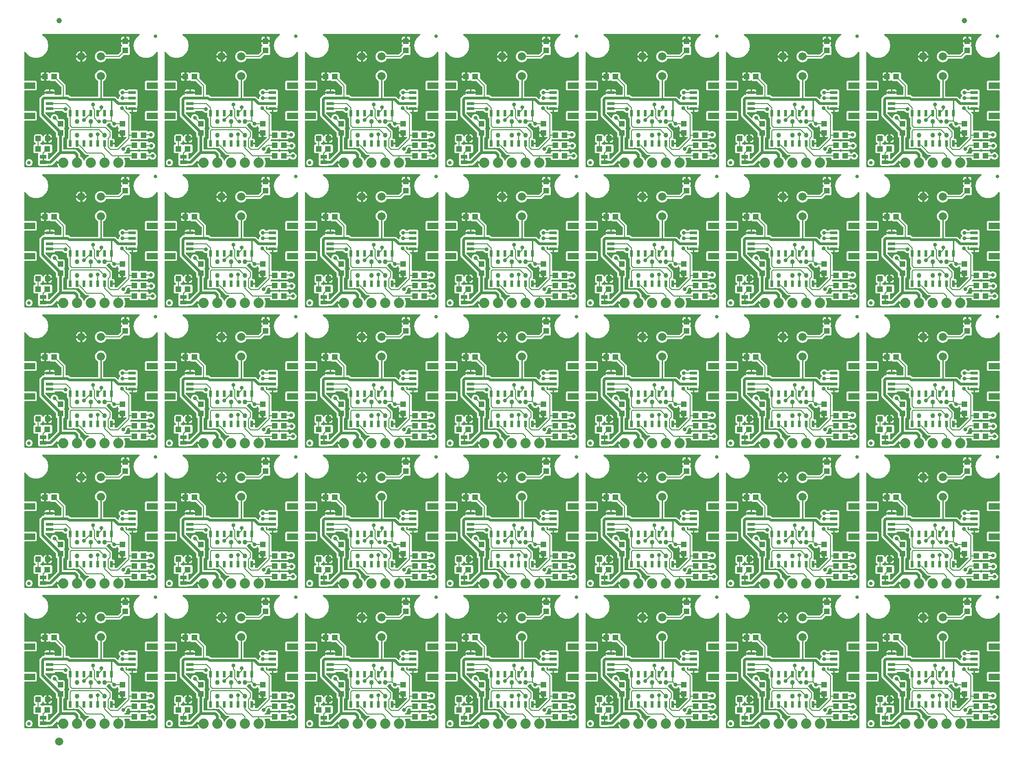
<source format=gtl>
G04 EAGLE Gerber RS-274X export*
G75*
%MOMM*%
%FSLAX34Y34*%
%LPD*%
%INTop Copper*%
%IPPOS*%
%AMOC8*
5,1,8,0,0,1.08239X$1,22.5*%
G01*
%ADD10R,2.000000X1.200000*%
%ADD11R,1.350000X0.600000*%
%ADD12C,0.635000*%
%ADD13C,1.879600*%
%ADD14R,1.000000X1.100000*%
%ADD15R,1.100000X1.000000*%
%ADD16R,0.600000X1.200000*%
%ADD17C,0.863600*%
%ADD18C,0.300000*%
%ADD19C,1.500000*%
%ADD20R,1.270000X0.660400*%
%ADD21C,1.000000*%
%ADD22C,0.736600*%
%ADD23C,0.203200*%
%ADD24C,0.508000*%
%ADD25C,0.254000*%
%ADD26C,0.177800*%

G36*
X65815Y4078D02*
X65815Y4078D01*
X65907Y4081D01*
X65956Y4097D01*
X66006Y4105D01*
X66090Y4142D01*
X66177Y4171D01*
X66219Y4200D01*
X66265Y4221D01*
X66335Y4280D01*
X66411Y4332D01*
X66443Y4372D01*
X66482Y4404D01*
X66533Y4481D01*
X66592Y4552D01*
X66612Y4599D01*
X66640Y4641D01*
X66668Y4729D01*
X66704Y4813D01*
X66710Y4864D01*
X66726Y4912D01*
X66728Y5004D01*
X66739Y5095D01*
X66732Y5146D01*
X66733Y5196D01*
X66710Y5285D01*
X66695Y5376D01*
X66675Y5416D01*
X66661Y5471D01*
X66580Y5608D01*
X66546Y5677D01*
X65989Y6443D01*
X65136Y8117D01*
X64555Y9904D01*
X64434Y10669D01*
X75184Y10669D01*
X75242Y10677D01*
X75300Y10675D01*
X75382Y10697D01*
X75465Y10709D01*
X75519Y10733D01*
X75575Y10747D01*
X75648Y10790D01*
X75725Y10825D01*
X75769Y10863D01*
X75820Y10893D01*
X75877Y10954D01*
X75942Y11009D01*
X75974Y11057D01*
X76014Y11100D01*
X76053Y11175D01*
X76099Y11245D01*
X76117Y11301D01*
X76144Y11353D01*
X76155Y11421D01*
X76185Y11516D01*
X76188Y11616D01*
X76199Y11684D01*
X76199Y13716D01*
X76191Y13774D01*
X76192Y13832D01*
X76171Y13914D01*
X76159Y13997D01*
X76135Y14051D01*
X76121Y14107D01*
X76078Y14180D01*
X76043Y14257D01*
X76005Y14302D01*
X75975Y14352D01*
X75914Y14410D01*
X75859Y14474D01*
X75811Y14506D01*
X75768Y14546D01*
X75693Y14585D01*
X75623Y14631D01*
X75567Y14649D01*
X75515Y14676D01*
X75447Y14687D01*
X75352Y14717D01*
X75252Y14720D01*
X75184Y14731D01*
X64434Y14731D01*
X64507Y15188D01*
X64508Y15297D01*
X64517Y15405D01*
X64511Y15438D01*
X64511Y15472D01*
X64483Y15577D01*
X64461Y15684D01*
X64446Y15714D01*
X64437Y15747D01*
X64381Y15840D01*
X64330Y15936D01*
X64307Y15961D01*
X64290Y15990D01*
X64209Y16064D01*
X64135Y16142D01*
X64105Y16159D01*
X64080Y16182D01*
X63983Y16231D01*
X63889Y16286D01*
X63857Y16294D01*
X63826Y16310D01*
X63719Y16329D01*
X63614Y16356D01*
X63580Y16355D01*
X63547Y16361D01*
X63438Y16351D01*
X63330Y16347D01*
X63298Y16337D01*
X63264Y16333D01*
X63163Y16293D01*
X63059Y16260D01*
X63035Y16242D01*
X63000Y16228D01*
X62826Y16094D01*
X62786Y16065D01*
X55191Y8470D01*
X53137Y7619D01*
X47530Y7619D01*
X47444Y7607D01*
X47356Y7604D01*
X47304Y7587D01*
X47249Y7579D01*
X47169Y7544D01*
X47086Y7517D01*
X47047Y7489D01*
X46989Y7463D01*
X46876Y7367D01*
X46812Y7322D01*
X46348Y6857D01*
X31122Y6857D01*
X29336Y8643D01*
X29336Y17782D01*
X29338Y17784D01*
X29381Y17857D01*
X29431Y17924D01*
X29452Y17979D01*
X29482Y18029D01*
X29503Y18111D01*
X29533Y18190D01*
X29538Y18248D01*
X29552Y18305D01*
X29549Y18389D01*
X29556Y18473D01*
X29545Y18531D01*
X29543Y18589D01*
X29517Y18669D01*
X29500Y18752D01*
X29473Y18804D01*
X29455Y18860D01*
X29415Y18916D01*
X29369Y19004D01*
X29336Y19039D01*
X29336Y28187D01*
X29468Y28318D01*
X29485Y28342D01*
X29508Y28361D01*
X29570Y28455D01*
X29638Y28545D01*
X29649Y28573D01*
X29665Y28597D01*
X29699Y28705D01*
X29740Y28811D01*
X29742Y28840D01*
X29751Y28868D01*
X29754Y28981D01*
X29763Y29094D01*
X29758Y29123D01*
X29758Y29152D01*
X29730Y29262D01*
X29707Y29373D01*
X29694Y29399D01*
X29686Y29427D01*
X29629Y29525D01*
X29576Y29625D01*
X29556Y29647D01*
X29541Y29672D01*
X29458Y29749D01*
X29381Y29831D01*
X29355Y29846D01*
X29334Y29866D01*
X29233Y29918D01*
X29135Y29975D01*
X29107Y29982D01*
X29081Y29996D01*
X29004Y30009D01*
X28860Y30045D01*
X28797Y30043D01*
X28750Y30051D01*
X22837Y30051D01*
X21051Y31837D01*
X21051Y44363D01*
X22837Y46149D01*
X24250Y46149D01*
X24308Y46157D01*
X24366Y46155D01*
X24448Y46177D01*
X24532Y46189D01*
X24585Y46212D01*
X24641Y46227D01*
X24714Y46270D01*
X24791Y46305D01*
X24836Y46343D01*
X24886Y46372D01*
X24944Y46434D01*
X25008Y46488D01*
X25040Y46537D01*
X25080Y46580D01*
X25119Y46655D01*
X25166Y46725D01*
X25183Y46781D01*
X25210Y46833D01*
X25221Y46901D01*
X25251Y46996D01*
X25254Y47096D01*
X25265Y47164D01*
X25265Y48086D01*
X25257Y48144D01*
X25259Y48202D01*
X25237Y48284D01*
X25225Y48368D01*
X25202Y48421D01*
X25187Y48477D01*
X25144Y48550D01*
X25109Y48627D01*
X25071Y48672D01*
X25042Y48722D01*
X24980Y48780D01*
X24926Y48844D01*
X24877Y48876D01*
X24834Y48916D01*
X24759Y48955D01*
X24689Y49002D01*
X24633Y49019D01*
X24581Y49046D01*
X24513Y49057D01*
X24418Y49087D01*
X24318Y49090D01*
X24250Y49101D01*
X23946Y49101D01*
X21281Y51766D01*
X21281Y62534D01*
X23946Y65199D01*
X34714Y65199D01*
X37379Y62534D01*
X37379Y61614D01*
X37380Y61604D01*
X37379Y61595D01*
X37400Y61463D01*
X37419Y61332D01*
X37423Y61324D01*
X37424Y61314D01*
X37481Y61194D01*
X37535Y61073D01*
X37541Y61066D01*
X37545Y61057D01*
X37633Y60957D01*
X37718Y60856D01*
X37727Y60851D01*
X37733Y60843D01*
X37844Y60772D01*
X37955Y60698D01*
X37965Y60696D01*
X37973Y60690D01*
X38099Y60653D01*
X38226Y60613D01*
X38236Y60612D01*
X38245Y60610D01*
X38378Y60609D01*
X38510Y60605D01*
X38520Y60608D01*
X38530Y60608D01*
X38658Y60644D01*
X38785Y60677D01*
X38794Y60682D01*
X38803Y60685D01*
X38917Y60755D01*
X39030Y60822D01*
X39037Y60830D01*
X39045Y60835D01*
X39134Y60933D01*
X39224Y61030D01*
X39229Y61039D01*
X39235Y61046D01*
X39259Y61097D01*
X39354Y61283D01*
X39360Y61318D01*
X39375Y61351D01*
X39605Y62210D01*
X40137Y63131D01*
X40889Y63883D01*
X41810Y64415D01*
X42838Y64691D01*
X44839Y64691D01*
X44839Y58166D01*
X44847Y58108D01*
X44845Y58050D01*
X44867Y57968D01*
X44879Y57885D01*
X44903Y57831D01*
X44917Y57775D01*
X44960Y57702D01*
X44995Y57625D01*
X45033Y57581D01*
X45063Y57530D01*
X45124Y57473D01*
X45179Y57408D01*
X45227Y57376D01*
X45270Y57336D01*
X45345Y57297D01*
X45415Y57251D01*
X45471Y57233D01*
X45523Y57206D01*
X45591Y57195D01*
X45686Y57165D01*
X45786Y57162D01*
X45854Y57151D01*
X46871Y57151D01*
X46871Y57149D01*
X45854Y57149D01*
X45796Y57141D01*
X45738Y57142D01*
X45656Y57121D01*
X45573Y57109D01*
X45519Y57085D01*
X45463Y57071D01*
X45390Y57028D01*
X45313Y56993D01*
X45268Y56955D01*
X45218Y56925D01*
X45160Y56864D01*
X45096Y56809D01*
X45064Y56761D01*
X45024Y56718D01*
X44985Y56643D01*
X44939Y56573D01*
X44921Y56517D01*
X44894Y56465D01*
X44883Y56397D01*
X44853Y56302D01*
X44850Y56202D01*
X44839Y56134D01*
X44839Y49609D01*
X42838Y49609D01*
X41810Y49885D01*
X40889Y50417D01*
X40137Y51169D01*
X39605Y52090D01*
X39375Y52949D01*
X39371Y52958D01*
X39369Y52968D01*
X39315Y53088D01*
X39263Y53210D01*
X39257Y53218D01*
X39253Y53227D01*
X39168Y53328D01*
X39084Y53431D01*
X39076Y53436D01*
X39069Y53444D01*
X38959Y53518D01*
X38850Y53593D01*
X38841Y53596D01*
X38833Y53602D01*
X38706Y53642D01*
X38581Y53684D01*
X38571Y53684D01*
X38562Y53687D01*
X38429Y53691D01*
X38297Y53697D01*
X38287Y53694D01*
X38278Y53695D01*
X38150Y53661D01*
X38021Y53630D01*
X38012Y53625D01*
X38003Y53623D01*
X37890Y53556D01*
X37773Y53490D01*
X37767Y53482D01*
X37758Y53478D01*
X37668Y53381D01*
X37575Y53286D01*
X37570Y53277D01*
X37564Y53270D01*
X37503Y53152D01*
X37441Y53035D01*
X37439Y53026D01*
X37434Y53017D01*
X37425Y52961D01*
X37381Y52757D01*
X37385Y52722D01*
X37379Y52686D01*
X37379Y51766D01*
X34714Y49101D01*
X34410Y49101D01*
X34352Y49093D01*
X34294Y49095D01*
X34212Y49073D01*
X34128Y49061D01*
X34075Y49038D01*
X34019Y49023D01*
X33946Y48980D01*
X33869Y48945D01*
X33824Y48907D01*
X33774Y48878D01*
X33716Y48816D01*
X33652Y48762D01*
X33620Y48713D01*
X33580Y48670D01*
X33541Y48595D01*
X33494Y48525D01*
X33477Y48469D01*
X33450Y48417D01*
X33439Y48349D01*
X33409Y48254D01*
X33406Y48154D01*
X33395Y48086D01*
X33395Y47164D01*
X33403Y47106D01*
X33401Y47048D01*
X33423Y46966D01*
X33435Y46882D01*
X33458Y46829D01*
X33473Y46773D01*
X33516Y46700D01*
X33551Y46623D01*
X33589Y46578D01*
X33618Y46528D01*
X33680Y46470D01*
X33734Y46406D01*
X33783Y46374D01*
X33826Y46334D01*
X33901Y46295D01*
X33971Y46248D01*
X34027Y46231D01*
X34079Y46204D01*
X34147Y46193D01*
X34242Y46163D01*
X34342Y46160D01*
X34410Y46149D01*
X36363Y46149D01*
X37382Y45129D01*
X37429Y45094D01*
X37469Y45052D01*
X37542Y45009D01*
X37609Y44959D01*
X37664Y44938D01*
X37714Y44908D01*
X37796Y44887D01*
X37875Y44857D01*
X37933Y44852D01*
X37990Y44838D01*
X38074Y44841D01*
X38158Y44834D01*
X38216Y44845D01*
X38274Y44847D01*
X38354Y44873D01*
X38437Y44890D01*
X38489Y44917D01*
X38545Y44935D01*
X38601Y44975D01*
X38689Y45021D01*
X38762Y45089D01*
X38818Y45129D01*
X39837Y46149D01*
X53363Y46149D01*
X55149Y44363D01*
X55149Y31837D01*
X53363Y30051D01*
X48720Y30051D01*
X48691Y30047D01*
X48662Y30050D01*
X48551Y30027D01*
X48439Y30011D01*
X48412Y29999D01*
X48383Y29994D01*
X48283Y29942D01*
X48179Y29895D01*
X48157Y29876D01*
X48131Y29863D01*
X48049Y29785D01*
X47962Y29712D01*
X47946Y29687D01*
X47925Y29667D01*
X47867Y29569D01*
X47805Y29475D01*
X47796Y29447D01*
X47781Y29422D01*
X47753Y29312D01*
X47719Y29204D01*
X47718Y29175D01*
X47711Y29146D01*
X47715Y29033D01*
X47712Y28920D01*
X47719Y28891D01*
X47720Y28862D01*
X47755Y28754D01*
X47784Y28645D01*
X47798Y28619D01*
X47808Y28591D01*
X47853Y28527D01*
X47929Y28400D01*
X47974Y28357D01*
X48002Y28318D01*
X48134Y28187D01*
X48134Y19812D01*
X48142Y19754D01*
X48140Y19696D01*
X48162Y19614D01*
X48174Y19530D01*
X48197Y19477D01*
X48212Y19421D01*
X48255Y19348D01*
X48290Y19271D01*
X48328Y19226D01*
X48357Y19176D01*
X48419Y19118D01*
X48473Y19054D01*
X48522Y19022D01*
X48565Y18982D01*
X48640Y18943D01*
X48710Y18896D01*
X48766Y18879D01*
X48818Y18852D01*
X48886Y18841D01*
X48981Y18811D01*
X49081Y18808D01*
X49149Y18797D01*
X49290Y18797D01*
X49377Y18809D01*
X49464Y18812D01*
X49517Y18829D01*
X49572Y18837D01*
X49651Y18872D01*
X49735Y18899D01*
X49774Y18927D01*
X49831Y18953D01*
X49944Y19049D01*
X50008Y19094D01*
X64599Y33685D01*
X64651Y33755D01*
X64711Y33819D01*
X64737Y33868D01*
X64770Y33912D01*
X64801Y33994D01*
X64841Y34072D01*
X64849Y34119D01*
X64871Y34178D01*
X64883Y34326D01*
X64896Y34403D01*
X64896Y58136D01*
X64888Y58194D01*
X64890Y58252D01*
X64868Y58334D01*
X64856Y58418D01*
X64833Y58471D01*
X64818Y58527D01*
X64775Y58600D01*
X64740Y58677D01*
X64702Y58722D01*
X64673Y58772D01*
X64611Y58830D01*
X64557Y58894D01*
X64508Y58926D01*
X64465Y58966D01*
X64390Y59005D01*
X64326Y59048D01*
X62436Y60937D01*
X62436Y67670D01*
X62424Y67756D01*
X62421Y67844D01*
X62404Y67896D01*
X62396Y67951D01*
X62361Y68031D01*
X62334Y68114D01*
X62306Y68153D01*
X62280Y68210D01*
X62184Y68324D01*
X62139Y68387D01*
X32727Y97799D01*
X31876Y99853D01*
X31876Y130652D01*
X32727Y132706D01*
X36759Y136738D01*
X38813Y137589D01*
X40494Y137589D01*
X40552Y137597D01*
X40610Y137595D01*
X40692Y137617D01*
X40776Y137629D01*
X40829Y137652D01*
X40885Y137667D01*
X40958Y137710D01*
X41035Y137745D01*
X41080Y137783D01*
X41130Y137812D01*
X41188Y137874D01*
X41252Y137928D01*
X41284Y137977D01*
X41324Y138020D01*
X41363Y138095D01*
X41410Y138165D01*
X41427Y138221D01*
X41454Y138273D01*
X41465Y138341D01*
X41495Y138436D01*
X41498Y138536D01*
X41509Y138604D01*
X41509Y140501D01*
X50316Y140501D01*
X50374Y140509D01*
X50432Y140507D01*
X50514Y140529D01*
X50597Y140541D01*
X50651Y140564D01*
X50707Y140579D01*
X50780Y140622D01*
X50799Y140631D01*
X50845Y140600D01*
X50901Y140583D01*
X50953Y140556D01*
X51021Y140545D01*
X51116Y140515D01*
X51216Y140512D01*
X51284Y140501D01*
X60091Y140501D01*
X60091Y138604D01*
X60099Y138546D01*
X60097Y138488D01*
X60119Y138406D01*
X60131Y138322D01*
X60154Y138269D01*
X60169Y138213D01*
X60212Y138140D01*
X60247Y138063D01*
X60285Y138018D01*
X60314Y137968D01*
X60376Y137910D01*
X60430Y137846D01*
X60479Y137814D01*
X60522Y137774D01*
X60597Y137735D01*
X60667Y137688D01*
X60723Y137671D01*
X60775Y137644D01*
X60843Y137633D01*
X60938Y137603D01*
X61038Y137600D01*
X61106Y137589D01*
X71120Y137589D01*
X71178Y137597D01*
X71236Y137595D01*
X71318Y137617D01*
X71402Y137629D01*
X71455Y137652D01*
X71511Y137667D01*
X71584Y137710D01*
X71661Y137745D01*
X71706Y137783D01*
X71756Y137812D01*
X71814Y137874D01*
X71878Y137928D01*
X71910Y137977D01*
X71950Y138020D01*
X71989Y138095D01*
X72036Y138165D01*
X72053Y138221D01*
X72080Y138273D01*
X72091Y138341D01*
X72121Y138436D01*
X72124Y138536D01*
X72135Y138604D01*
X72135Y152446D01*
X72123Y152532D01*
X72120Y152620D01*
X72103Y152672D01*
X72095Y152727D01*
X72060Y152807D01*
X72033Y152890D01*
X72005Y152930D01*
X71979Y152987D01*
X71883Y153100D01*
X71838Y153164D01*
X61898Y163104D01*
X61828Y163156D01*
X61764Y163216D01*
X61715Y163242D01*
X61671Y163275D01*
X61589Y163306D01*
X61511Y163346D01*
X61463Y163354D01*
X61405Y163376D01*
X61257Y163388D01*
X61180Y163401D01*
X52537Y163401D01*
X51159Y164780D01*
X51112Y164815D01*
X51072Y164857D01*
X50999Y164900D01*
X50931Y164951D01*
X50877Y164971D01*
X50826Y165001D01*
X50745Y165022D01*
X50666Y165052D01*
X50608Y165057D01*
X50551Y165071D01*
X50466Y165068D01*
X50382Y165075D01*
X50325Y165064D01*
X50267Y165062D01*
X50186Y165036D01*
X50104Y165020D01*
X50052Y164993D01*
X49996Y164975D01*
X49940Y164934D01*
X49851Y164889D01*
X49779Y164820D01*
X49723Y164780D01*
X49360Y164417D01*
X48781Y164082D01*
X48134Y163909D01*
X44331Y163909D01*
X44331Y170434D01*
X44323Y170492D01*
X44324Y170550D01*
X44303Y170632D01*
X44291Y170715D01*
X44267Y170769D01*
X44253Y170825D01*
X44210Y170898D01*
X44175Y170975D01*
X44137Y171019D01*
X44107Y171070D01*
X44046Y171127D01*
X43991Y171192D01*
X43943Y171224D01*
X43900Y171264D01*
X43825Y171303D01*
X43755Y171349D01*
X43699Y171367D01*
X43647Y171394D01*
X43579Y171405D01*
X43484Y171435D01*
X43384Y171438D01*
X43316Y171449D01*
X42299Y171449D01*
X42299Y171451D01*
X43316Y171451D01*
X43374Y171459D01*
X43432Y171458D01*
X43514Y171479D01*
X43597Y171491D01*
X43651Y171515D01*
X43707Y171529D01*
X43780Y171572D01*
X43857Y171607D01*
X43901Y171645D01*
X43952Y171675D01*
X44009Y171736D01*
X44074Y171791D01*
X44106Y171839D01*
X44146Y171882D01*
X44185Y171957D01*
X44231Y172027D01*
X44249Y172083D01*
X44276Y172135D01*
X44287Y172203D01*
X44317Y172298D01*
X44320Y172398D01*
X44331Y172466D01*
X44331Y178991D01*
X48134Y178991D01*
X48781Y178818D01*
X49360Y178483D01*
X49723Y178120D01*
X49770Y178085D01*
X49810Y178043D01*
X49883Y178000D01*
X49950Y177949D01*
X50005Y177928D01*
X50055Y177899D01*
X50137Y177878D01*
X50216Y177848D01*
X50274Y177843D01*
X50331Y177829D01*
X50415Y177832D01*
X50499Y177825D01*
X50556Y177836D01*
X50615Y177838D01*
X50695Y177864D01*
X50778Y177880D01*
X50830Y177907D01*
X50885Y177925D01*
X50942Y177965D01*
X51030Y178011D01*
X51102Y178080D01*
X51159Y178120D01*
X52537Y179499D01*
X66063Y179499D01*
X67849Y177713D01*
X67849Y169070D01*
X67861Y168984D01*
X67864Y168896D01*
X67881Y168843D01*
X67889Y168789D01*
X67924Y168709D01*
X67951Y168626D01*
X67979Y168586D01*
X68005Y168529D01*
X68101Y168416D01*
X68146Y168352D01*
X77586Y158912D01*
X80265Y156234D01*
X80265Y138604D01*
X80273Y138546D01*
X80271Y138488D01*
X80293Y138406D01*
X80305Y138322D01*
X80328Y138269D01*
X80343Y138213D01*
X80386Y138140D01*
X80421Y138063D01*
X80459Y138018D01*
X80488Y137968D01*
X80550Y137910D01*
X80604Y137846D01*
X80653Y137814D01*
X80696Y137774D01*
X80771Y137735D01*
X80841Y137688D01*
X80897Y137671D01*
X80949Y137644D01*
X81017Y137633D01*
X81112Y137603D01*
X81212Y137600D01*
X81280Y137589D01*
X85012Y137589D01*
X87066Y136738D01*
X88933Y134871D01*
X89002Y134819D01*
X89066Y134759D01*
X89116Y134733D01*
X89160Y134700D01*
X89241Y134669D01*
X89319Y134629D01*
X89367Y134621D01*
X89425Y134599D01*
X89573Y134587D01*
X89650Y134574D01*
X139626Y134574D01*
X139684Y134582D01*
X139742Y134580D01*
X139824Y134602D01*
X139908Y134614D01*
X139961Y134637D01*
X140017Y134652D01*
X140090Y134695D01*
X140167Y134730D01*
X140212Y134768D01*
X140262Y134797D01*
X140320Y134859D01*
X140384Y134913D01*
X140416Y134962D01*
X140456Y135005D01*
X140495Y135080D01*
X140542Y135150D01*
X140559Y135206D01*
X140586Y135258D01*
X140597Y135326D01*
X140627Y135421D01*
X140630Y135521D01*
X140641Y135589D01*
X140641Y162233D01*
X140641Y162234D01*
X140641Y162236D01*
X140621Y162376D01*
X140601Y162514D01*
X140601Y162516D01*
X140601Y162517D01*
X140543Y162645D01*
X140485Y162774D01*
X140484Y162775D01*
X140483Y162776D01*
X140393Y162883D01*
X140302Y162991D01*
X140300Y162991D01*
X140299Y162993D01*
X140286Y163001D01*
X140065Y163148D01*
X140036Y163157D01*
X140015Y163171D01*
X138985Y163597D01*
X136017Y166565D01*
X134411Y170442D01*
X134411Y174638D01*
X136017Y178515D01*
X138985Y181483D01*
X142862Y183089D01*
X147058Y183089D01*
X150935Y181483D01*
X153903Y178515D01*
X155509Y174638D01*
X155509Y170442D01*
X153903Y166565D01*
X150935Y163597D01*
X149905Y163171D01*
X149904Y163170D01*
X149903Y163169D01*
X149782Y163098D01*
X149661Y163026D01*
X149660Y163025D01*
X149658Y163024D01*
X149561Y162920D01*
X149465Y162819D01*
X149465Y162818D01*
X149464Y162817D01*
X149399Y162691D01*
X149335Y162567D01*
X149335Y162565D01*
X149334Y162564D01*
X149332Y162549D01*
X149280Y162288D01*
X149283Y162257D01*
X149279Y162233D01*
X149279Y135589D01*
X149287Y135531D01*
X149285Y135473D01*
X149307Y135391D01*
X149319Y135307D01*
X149342Y135254D01*
X149357Y135198D01*
X149400Y135125D01*
X149435Y135048D01*
X149473Y135003D01*
X149502Y134953D01*
X149564Y134895D01*
X149618Y134831D01*
X149667Y134799D01*
X149710Y134759D01*
X149785Y134720D01*
X149855Y134673D01*
X149911Y134656D01*
X149963Y134629D01*
X150031Y134618D01*
X150126Y134588D01*
X150226Y134585D01*
X150294Y134574D01*
X171292Y134574D01*
X173346Y133723D01*
X175061Y132008D01*
X176955Y130114D01*
X176979Y130096D01*
X176998Y130073D01*
X177092Y130011D01*
X177182Y129943D01*
X177210Y129932D01*
X177234Y129916D01*
X177342Y129882D01*
X177448Y129841D01*
X177477Y129839D01*
X177505Y129830D01*
X177619Y129827D01*
X177731Y129818D01*
X177760Y129824D01*
X177789Y129823D01*
X177899Y129851D01*
X178010Y129874D01*
X178036Y129887D01*
X178064Y129895D01*
X178162Y129952D01*
X178262Y130005D01*
X178284Y130025D01*
X178309Y130040D01*
X178386Y130122D01*
X178468Y130200D01*
X178483Y130226D01*
X178503Y130247D01*
X178555Y130348D01*
X178612Y130446D01*
X178619Y130474D01*
X178633Y130500D01*
X178646Y130578D01*
X178682Y130721D01*
X178680Y130784D01*
X178688Y130831D01*
X178688Y132784D01*
X179713Y135258D01*
X180459Y136005D01*
X180495Y136051D01*
X180537Y136092D01*
X180580Y136164D01*
X180630Y136232D01*
X180651Y136286D01*
X180681Y136337D01*
X180702Y136418D01*
X180732Y136497D01*
X180736Y136556D01*
X180751Y136612D01*
X180748Y136697D01*
X180755Y136781D01*
X180744Y136838D01*
X180742Y136897D01*
X180716Y136977D01*
X180699Y137059D01*
X180672Y137111D01*
X180654Y137167D01*
X180614Y137223D01*
X180568Y137312D01*
X180499Y137384D01*
X180459Y137440D01*
X179713Y138187D01*
X178688Y140661D01*
X178688Y143339D01*
X179713Y145813D01*
X181607Y147707D01*
X184081Y148732D01*
X186759Y148732D01*
X189233Y147707D01*
X190578Y146362D01*
X190648Y146310D01*
X190712Y146250D01*
X190761Y146224D01*
X190805Y146191D01*
X190887Y146160D01*
X190965Y146120D01*
X191012Y146112D01*
X191071Y146090D01*
X191219Y146078D01*
X191296Y146065D01*
X192783Y146065D01*
X192869Y146077D01*
X192957Y146080D01*
X193009Y146097D01*
X193064Y146105D01*
X193144Y146140D01*
X193227Y146167D01*
X193266Y146195D01*
X193324Y146221D01*
X193437Y146317D01*
X193501Y146362D01*
X195187Y148049D01*
X211213Y148049D01*
X212999Y146263D01*
X212999Y137737D01*
X212979Y137718D01*
X212944Y137671D01*
X212902Y137631D01*
X212859Y137558D01*
X212809Y137491D01*
X212788Y137436D01*
X212758Y137386D01*
X212737Y137304D01*
X212707Y137225D01*
X212702Y137167D01*
X212688Y137110D01*
X212691Y137026D01*
X212684Y136942D01*
X212695Y136884D01*
X212697Y136826D01*
X212723Y136746D01*
X212740Y136663D01*
X212767Y136611D01*
X212785Y136555D01*
X212825Y136499D01*
X212871Y136411D01*
X212939Y136338D01*
X212979Y136282D01*
X212999Y136263D01*
X212999Y127737D01*
X212979Y127718D01*
X212944Y127671D01*
X212902Y127631D01*
X212859Y127558D01*
X212809Y127491D01*
X212788Y127436D01*
X212758Y127386D01*
X212737Y127304D01*
X212707Y127225D01*
X212702Y127167D01*
X212688Y127110D01*
X212691Y127026D01*
X212684Y126942D01*
X212695Y126884D01*
X212697Y126826D01*
X212723Y126746D01*
X212740Y126663D01*
X212767Y126611D01*
X212785Y126555D01*
X212825Y126499D01*
X212871Y126411D01*
X212939Y126338D01*
X212979Y126282D01*
X212999Y126263D01*
X212999Y117737D01*
X212475Y117213D01*
X212434Y117159D01*
X212385Y117111D01*
X212349Y117046D01*
X212304Y116986D01*
X212280Y116922D01*
X212246Y116863D01*
X212229Y116790D01*
X212203Y116720D01*
X212197Y116652D01*
X212182Y116586D01*
X212185Y116512D01*
X212179Y116437D01*
X212193Y116370D01*
X212196Y116302D01*
X212218Y116243D01*
X212235Y116158D01*
X212288Y116057D01*
X212314Y115988D01*
X212318Y115981D01*
X212491Y115334D01*
X212491Y113499D01*
X203684Y113499D01*
X203626Y113491D01*
X203568Y113493D01*
X203486Y113471D01*
X203403Y113459D01*
X203349Y113436D01*
X203293Y113421D01*
X203220Y113378D01*
X203201Y113369D01*
X203155Y113400D01*
X203099Y113417D01*
X203047Y113444D01*
X202979Y113455D01*
X202884Y113485D01*
X202784Y113488D01*
X202716Y113499D01*
X193909Y113499D01*
X193909Y115396D01*
X193901Y115454D01*
X193903Y115512D01*
X193881Y115594D01*
X193869Y115677D01*
X193846Y115731D01*
X193831Y115787D01*
X193788Y115860D01*
X193753Y115937D01*
X193715Y115982D01*
X193686Y116032D01*
X193624Y116090D01*
X193570Y116154D01*
X193521Y116186D01*
X193478Y116226D01*
X193403Y116265D01*
X193333Y116311D01*
X193277Y116329D01*
X193225Y116356D01*
X193157Y116367D01*
X193062Y116397D01*
X192962Y116400D01*
X192894Y116411D01*
X191555Y116411D01*
X191441Y116395D01*
X191327Y116385D01*
X191301Y116375D01*
X191274Y116371D01*
X191169Y116324D01*
X191062Y116283D01*
X191040Y116267D01*
X191014Y116255D01*
X190927Y116181D01*
X190835Y116112D01*
X190818Y116089D01*
X190797Y116072D01*
X190734Y115976D01*
X190665Y115884D01*
X190655Y115858D01*
X190640Y115835D01*
X190605Y115725D01*
X190565Y115618D01*
X190562Y115590D01*
X190554Y115564D01*
X190551Y115449D01*
X190542Y115335D01*
X190547Y115310D01*
X190547Y115280D01*
X190614Y115023D01*
X190617Y115007D01*
X190882Y114369D01*
X190882Y112467D01*
X190894Y112381D01*
X190897Y112293D01*
X190914Y112241D01*
X190922Y112186D01*
X190957Y112106D01*
X190984Y112023D01*
X191012Y111983D01*
X191038Y111926D01*
X191134Y111813D01*
X191179Y111749D01*
X192176Y110752D01*
X192200Y110735D01*
X192219Y110712D01*
X192313Y110649D01*
X192403Y110581D01*
X192431Y110571D01*
X192455Y110555D01*
X192563Y110520D01*
X192669Y110480D01*
X192698Y110478D01*
X192726Y110469D01*
X192840Y110466D01*
X192952Y110457D01*
X192981Y110462D01*
X193010Y110462D01*
X193120Y110490D01*
X193172Y110501D01*
X201701Y110501D01*
X201701Y106459D01*
X198920Y106459D01*
X198891Y106455D01*
X198861Y106458D01*
X198750Y106435D01*
X198639Y106419D01*
X198612Y106407D01*
X198583Y106402D01*
X198482Y106349D01*
X198379Y106303D01*
X198357Y106284D01*
X198330Y106270D01*
X198248Y106192D01*
X198162Y106120D01*
X198146Y106095D01*
X198124Y106075D01*
X198067Y105977D01*
X198005Y105883D01*
X197996Y105855D01*
X197981Y105829D01*
X197953Y105719D01*
X197919Y105612D01*
X197918Y105582D01*
X197911Y105554D01*
X197914Y105441D01*
X197912Y105328D01*
X197919Y105299D01*
X197920Y105270D01*
X197955Y105162D01*
X197983Y105053D01*
X197998Y105027D01*
X198008Y104999D01*
X198053Y104935D01*
X198129Y104808D01*
X198174Y104765D01*
X198203Y104726D01*
X198237Y104692D01*
X200915Y102014D01*
X200915Y72564D01*
X200923Y72506D01*
X200921Y72448D01*
X200943Y72366D01*
X200955Y72282D01*
X200978Y72229D01*
X200993Y72173D01*
X201036Y72100D01*
X201071Y72023D01*
X201109Y71978D01*
X201138Y71928D01*
X201200Y71870D01*
X201254Y71806D01*
X201303Y71774D01*
X201346Y71734D01*
X201421Y71695D01*
X201491Y71648D01*
X201547Y71631D01*
X201599Y71604D01*
X201667Y71593D01*
X201762Y71563D01*
X201862Y71560D01*
X201930Y71549D01*
X214163Y71549D01*
X215182Y70529D01*
X215229Y70494D01*
X215269Y70452D01*
X215342Y70409D01*
X215409Y70359D01*
X215464Y70338D01*
X215514Y70308D01*
X215596Y70287D01*
X215675Y70257D01*
X215733Y70252D01*
X215790Y70238D01*
X215874Y70241D01*
X215958Y70234D01*
X216016Y70245D01*
X216074Y70247D01*
X216154Y70273D01*
X216237Y70290D01*
X216289Y70317D01*
X216345Y70335D01*
X216401Y70375D01*
X216489Y70421D01*
X216562Y70489D01*
X216618Y70529D01*
X217637Y71549D01*
X231163Y71549D01*
X232626Y70085D01*
X232628Y70084D01*
X232629Y70083D01*
X232742Y69998D01*
X232854Y69914D01*
X232855Y69914D01*
X232856Y69913D01*
X232987Y69864D01*
X233119Y69813D01*
X233121Y69813D01*
X233122Y69812D01*
X233266Y69801D01*
X233403Y69789D01*
X233404Y69790D01*
X233406Y69790D01*
X233421Y69793D01*
X233681Y69845D01*
X233708Y69859D01*
X233733Y69865D01*
X236151Y70867D01*
X238829Y70867D01*
X241303Y69842D01*
X243197Y67948D01*
X244222Y65474D01*
X244222Y62796D01*
X243197Y60322D01*
X241303Y58428D01*
X238829Y57403D01*
X236151Y57403D01*
X234353Y58148D01*
X234241Y58177D01*
X234132Y58212D01*
X234104Y58212D01*
X234077Y58219D01*
X233963Y58216D01*
X233848Y58219D01*
X233821Y58212D01*
X233793Y58211D01*
X233684Y58176D01*
X233573Y58147D01*
X233549Y58133D01*
X233522Y58124D01*
X233427Y58060D01*
X233328Y58002D01*
X233309Y57982D01*
X233286Y57966D01*
X233212Y57878D01*
X233134Y57794D01*
X233121Y57770D01*
X233103Y57749D01*
X233057Y57644D01*
X233004Y57541D01*
X233000Y57517D01*
X232988Y57489D01*
X232954Y57242D01*
X231163Y55451D01*
X217637Y55451D01*
X216618Y56471D01*
X216571Y56506D01*
X216531Y56548D01*
X216458Y56591D01*
X216391Y56641D01*
X216336Y56662D01*
X216286Y56692D01*
X216204Y56713D01*
X216125Y56743D01*
X216067Y56748D01*
X216010Y56762D01*
X215926Y56759D01*
X215842Y56766D01*
X215784Y56755D01*
X215726Y56753D01*
X215646Y56727D01*
X215563Y56710D01*
X215511Y56683D01*
X215455Y56665D01*
X215399Y56625D01*
X215311Y56579D01*
X215238Y56511D01*
X215182Y56471D01*
X214163Y55451D01*
X201320Y55451D01*
X201234Y55439D01*
X201146Y55436D01*
X201094Y55419D01*
X201039Y55411D01*
X200959Y55376D01*
X200876Y55349D01*
X200836Y55321D01*
X200779Y55295D01*
X200666Y55199D01*
X200602Y55154D01*
X199680Y54232D01*
X199663Y54208D01*
X199640Y54189D01*
X199577Y54095D01*
X199509Y54005D01*
X199499Y53977D01*
X199483Y53953D01*
X199448Y53845D01*
X199408Y53739D01*
X199406Y53710D01*
X199397Y53682D01*
X199394Y53568D01*
X199385Y53456D01*
X199390Y53427D01*
X199390Y53398D01*
X199418Y53288D01*
X199440Y53177D01*
X199454Y53151D01*
X199461Y53123D01*
X199519Y53025D01*
X199571Y52925D01*
X199592Y52903D01*
X199607Y52878D01*
X199689Y52801D01*
X199767Y52719D01*
X199793Y52704D01*
X199814Y52684D01*
X199915Y52632D01*
X200013Y52575D01*
X200041Y52568D01*
X200067Y52554D01*
X200144Y52541D01*
X200288Y52505D01*
X200351Y52507D01*
X200398Y52499D01*
X214163Y52499D01*
X215182Y51479D01*
X215229Y51444D01*
X215269Y51402D01*
X215342Y51359D01*
X215409Y51309D01*
X215464Y51288D01*
X215514Y51258D01*
X215596Y51237D01*
X215675Y51207D01*
X215733Y51202D01*
X215790Y51188D01*
X215874Y51191D01*
X215958Y51184D01*
X216016Y51195D01*
X216074Y51197D01*
X216154Y51223D01*
X216237Y51240D01*
X216289Y51267D01*
X216345Y51285D01*
X216401Y51325D01*
X216489Y51371D01*
X216562Y51439D01*
X216618Y51479D01*
X217637Y52499D01*
X231163Y52499D01*
X232949Y50713D01*
X232949Y50477D01*
X232965Y50363D01*
X232975Y50249D01*
X232985Y50223D01*
X232989Y50195D01*
X233036Y50090D01*
X233077Y49983D01*
X233093Y49961D01*
X233105Y49936D01*
X233179Y49848D01*
X233248Y49757D01*
X233271Y49740D01*
X233288Y49719D01*
X233384Y49655D01*
X233476Y49586D01*
X233502Y49577D01*
X233525Y49561D01*
X233635Y49527D01*
X233742Y49486D01*
X233770Y49484D01*
X233796Y49475D01*
X233911Y49472D01*
X234025Y49463D01*
X234050Y49469D01*
X234080Y49468D01*
X234337Y49535D01*
X234353Y49539D01*
X236786Y50547D01*
X239464Y50547D01*
X241938Y49522D01*
X243832Y47628D01*
X244857Y45154D01*
X244857Y42476D01*
X243832Y40002D01*
X241938Y38108D01*
X239464Y37083D01*
X236786Y37083D01*
X234312Y38108D01*
X234309Y38111D01*
X234262Y38146D01*
X234222Y38189D01*
X234149Y38231D01*
X234082Y38282D01*
X234027Y38303D01*
X233976Y38333D01*
X233895Y38353D01*
X233816Y38383D01*
X233757Y38388D01*
X233701Y38403D01*
X233617Y38400D01*
X233533Y38407D01*
X233475Y38395D01*
X233417Y38394D01*
X233337Y38368D01*
X233254Y38351D01*
X233202Y38324D01*
X233146Y38306D01*
X233090Y38266D01*
X233001Y38220D01*
X232929Y38151D01*
X232873Y38111D01*
X231163Y36401D01*
X217637Y36401D01*
X216618Y37421D01*
X216571Y37456D01*
X216531Y37498D01*
X216458Y37541D01*
X216391Y37591D01*
X216336Y37612D01*
X216286Y37642D01*
X216204Y37663D01*
X216125Y37693D01*
X216067Y37698D01*
X216010Y37712D01*
X215926Y37709D01*
X215842Y37716D01*
X215784Y37705D01*
X215726Y37703D01*
X215646Y37677D01*
X215563Y37660D01*
X215511Y37633D01*
X215455Y37615D01*
X215399Y37575D01*
X215311Y37529D01*
X215238Y37461D01*
X215182Y37421D01*
X214163Y36401D01*
X200637Y36401D01*
X198851Y38187D01*
X198851Y39370D01*
X198843Y39428D01*
X198845Y39486D01*
X198823Y39568D01*
X198811Y39652D01*
X198788Y39705D01*
X198773Y39761D01*
X198730Y39834D01*
X198695Y39911D01*
X198657Y39956D01*
X198628Y40006D01*
X198566Y40064D01*
X198512Y40128D01*
X198463Y40160D01*
X198420Y40200D01*
X198345Y40239D01*
X198275Y40286D01*
X198219Y40303D01*
X198167Y40330D01*
X198099Y40341D01*
X198004Y40371D01*
X197904Y40374D01*
X197836Y40385D01*
X195414Y40385D01*
X195327Y40373D01*
X195240Y40370D01*
X195187Y40353D01*
X195133Y40345D01*
X195053Y40310D01*
X194970Y40283D01*
X194930Y40255D01*
X194873Y40229D01*
X194760Y40133D01*
X194696Y40088D01*
X193465Y38857D01*
X193413Y38787D01*
X193353Y38723D01*
X193327Y38674D01*
X193294Y38630D01*
X193263Y38548D01*
X193223Y38470D01*
X193215Y38422D01*
X193193Y38364D01*
X193181Y38216D01*
X193168Y38139D01*
X193168Y36237D01*
X192143Y33763D01*
X190249Y31869D01*
X189160Y31418D01*
X189086Y31374D01*
X189007Y31339D01*
X188964Y31302D01*
X188915Y31273D01*
X188856Y31211D01*
X188790Y31155D01*
X188759Y31108D01*
X188720Y31067D01*
X188680Y30990D01*
X188633Y30919D01*
X188616Y30865D01*
X188589Y30814D01*
X188573Y30730D01*
X188547Y30648D01*
X188545Y30591D01*
X188534Y30535D01*
X188542Y30450D01*
X188540Y30364D01*
X188554Y30309D01*
X188559Y30252D01*
X188590Y30171D01*
X188611Y30089D01*
X188640Y30040D01*
X188661Y29987D01*
X188713Y29918D01*
X188757Y29844D01*
X188798Y29805D01*
X188833Y29760D01*
X188901Y29708D01*
X188964Y29650D01*
X189015Y29624D01*
X189060Y29590D01*
X189141Y29559D01*
X189217Y29520D01*
X189266Y29512D01*
X189326Y29489D01*
X189471Y29478D01*
X189548Y29465D01*
X197836Y29465D01*
X197894Y29473D01*
X197952Y29471D01*
X198034Y29493D01*
X198118Y29505D01*
X198171Y29528D01*
X198227Y29543D01*
X198300Y29586D01*
X198377Y29621D01*
X198422Y29659D01*
X198472Y29688D01*
X198530Y29750D01*
X198594Y29804D01*
X198626Y29853D01*
X198666Y29896D01*
X198705Y29971D01*
X198752Y30041D01*
X198769Y30097D01*
X198796Y30149D01*
X198807Y30217D01*
X198837Y30312D01*
X198840Y30412D01*
X198851Y30480D01*
X198851Y31663D01*
X200637Y33449D01*
X214163Y33449D01*
X215182Y32429D01*
X215229Y32394D01*
X215269Y32352D01*
X215342Y32309D01*
X215409Y32259D01*
X215464Y32238D01*
X215514Y32208D01*
X215596Y32187D01*
X215675Y32157D01*
X215733Y32152D01*
X215790Y32138D01*
X215874Y32141D01*
X215958Y32134D01*
X216016Y32145D01*
X216074Y32147D01*
X216154Y32173D01*
X216237Y32190D01*
X216289Y32217D01*
X216345Y32235D01*
X216401Y32275D01*
X216489Y32321D01*
X216562Y32389D01*
X216618Y32429D01*
X217637Y33449D01*
X231163Y33449D01*
X232949Y31663D01*
X232949Y30480D01*
X232957Y30422D01*
X232955Y30364D01*
X232977Y30282D01*
X232989Y30198D01*
X233012Y30145D01*
X233027Y30089D01*
X233070Y30016D01*
X233105Y29939D01*
X233143Y29894D01*
X233172Y29844D01*
X233234Y29786D01*
X233288Y29722D01*
X233337Y29690D01*
X233380Y29650D01*
X233455Y29611D01*
X233525Y29564D01*
X233581Y29547D01*
X233633Y29520D01*
X233701Y29509D01*
X233796Y29479D01*
X233896Y29476D01*
X233964Y29465D01*
X235424Y29465D01*
X235511Y29477D01*
X235598Y29480D01*
X235651Y29497D01*
X235706Y29505D01*
X235785Y29540D01*
X235869Y29567D01*
X235908Y29595D01*
X235965Y29621D01*
X236078Y29717D01*
X236142Y29762D01*
X236852Y30472D01*
X239326Y31497D01*
X242004Y31497D01*
X244478Y30472D01*
X246372Y28578D01*
X247397Y26104D01*
X247397Y23426D01*
X246372Y20952D01*
X244478Y19058D01*
X242004Y18033D01*
X239326Y18033D01*
X236852Y19058D01*
X234872Y21038D01*
X234802Y21090D01*
X234738Y21150D01*
X234689Y21176D01*
X234645Y21209D01*
X234563Y21240D01*
X234485Y21280D01*
X234438Y21288D01*
X234379Y21310D01*
X234231Y21322D01*
X234154Y21335D01*
X233964Y21335D01*
X233906Y21327D01*
X233848Y21329D01*
X233766Y21307D01*
X233682Y21295D01*
X233629Y21272D01*
X233573Y21257D01*
X233500Y21214D01*
X233423Y21179D01*
X233378Y21141D01*
X233328Y21112D01*
X233270Y21050D01*
X233206Y20996D01*
X233174Y20947D01*
X233134Y20904D01*
X233095Y20829D01*
X233048Y20759D01*
X233031Y20703D01*
X233004Y20651D01*
X232993Y20583D01*
X232963Y20488D01*
X232960Y20388D01*
X232949Y20320D01*
X232949Y19137D01*
X231163Y17351D01*
X217637Y17351D01*
X216618Y18371D01*
X216571Y18406D01*
X216531Y18448D01*
X216458Y18491D01*
X216391Y18541D01*
X216336Y18562D01*
X216286Y18592D01*
X216204Y18613D01*
X216125Y18643D01*
X216067Y18648D01*
X216010Y18662D01*
X215926Y18659D01*
X215842Y18666D01*
X215784Y18655D01*
X215726Y18653D01*
X215646Y18627D01*
X215563Y18610D01*
X215511Y18583D01*
X215455Y18565D01*
X215399Y18525D01*
X215311Y18479D01*
X215238Y18411D01*
X215182Y18371D01*
X214163Y17351D01*
X200637Y17351D01*
X198851Y19137D01*
X198851Y20320D01*
X198843Y20376D01*
X198845Y20425D01*
X198844Y20426D01*
X198845Y20436D01*
X198823Y20518D01*
X198811Y20602D01*
X198788Y20655D01*
X198773Y20711D01*
X198730Y20784D01*
X198695Y20861D01*
X198657Y20906D01*
X198628Y20956D01*
X198566Y21014D01*
X198512Y21078D01*
X198463Y21110D01*
X198420Y21150D01*
X198345Y21189D01*
X198275Y21236D01*
X198219Y21253D01*
X198167Y21280D01*
X198099Y21291D01*
X198004Y21321D01*
X197904Y21324D01*
X197836Y21335D01*
X189215Y21335D01*
X189101Y21319D01*
X188987Y21309D01*
X188961Y21299D01*
X188933Y21295D01*
X188828Y21248D01*
X188721Y21207D01*
X188699Y21191D01*
X188674Y21179D01*
X188586Y21105D01*
X188495Y21036D01*
X188478Y21013D01*
X188457Y20996D01*
X188393Y20900D01*
X188324Y20808D01*
X188315Y20782D01*
X188299Y20759D01*
X188265Y20649D01*
X188224Y20542D01*
X188222Y20514D01*
X188214Y20488D01*
X188211Y20373D01*
X188201Y20259D01*
X188207Y20234D01*
X188206Y20204D01*
X188273Y19947D01*
X188277Y19931D01*
X190247Y15176D01*
X190247Y10224D01*
X188277Y5469D01*
X188248Y5357D01*
X188214Y5248D01*
X188213Y5220D01*
X188206Y5193D01*
X188209Y5079D01*
X188206Y4964D01*
X188213Y4937D01*
X188214Y4909D01*
X188249Y4800D01*
X188278Y4689D01*
X188292Y4665D01*
X188301Y4638D01*
X188365Y4543D01*
X188423Y4444D01*
X188444Y4425D01*
X188459Y4402D01*
X188547Y4328D01*
X188631Y4250D01*
X188655Y4237D01*
X188677Y4219D01*
X188781Y4173D01*
X188884Y4120D01*
X188908Y4116D01*
X188936Y4104D01*
X189200Y4067D01*
X189215Y4065D01*
X248920Y4065D01*
X248978Y4073D01*
X249036Y4071D01*
X249118Y4093D01*
X249202Y4105D01*
X249255Y4128D01*
X249311Y4143D01*
X249384Y4186D01*
X249461Y4221D01*
X249506Y4259D01*
X249556Y4288D01*
X249614Y4350D01*
X249678Y4404D01*
X249710Y4453D01*
X249750Y4496D01*
X249789Y4571D01*
X249836Y4641D01*
X249853Y4697D01*
X249880Y4749D01*
X249891Y4817D01*
X249921Y4912D01*
X249924Y5012D01*
X249935Y5080D01*
X249935Y88936D01*
X249927Y88994D01*
X249929Y89052D01*
X249907Y89134D01*
X249895Y89218D01*
X249872Y89271D01*
X249857Y89327D01*
X249814Y89400D01*
X249779Y89477D01*
X249741Y89522D01*
X249712Y89572D01*
X249650Y89630D01*
X249596Y89694D01*
X249547Y89726D01*
X249504Y89766D01*
X249429Y89805D01*
X249359Y89852D01*
X249303Y89869D01*
X249251Y89896D01*
X249183Y89907D01*
X249088Y89937D01*
X248988Y89940D01*
X248920Y89951D01*
X228687Y89951D01*
X226901Y91737D01*
X226901Y106263D01*
X228687Y108049D01*
X248920Y108049D01*
X248978Y108057D01*
X249036Y108055D01*
X249118Y108077D01*
X249202Y108089D01*
X249255Y108112D01*
X249311Y108127D01*
X249384Y108170D01*
X249461Y108205D01*
X249506Y108243D01*
X249556Y108272D01*
X249614Y108334D01*
X249678Y108388D01*
X249710Y108437D01*
X249750Y108480D01*
X249789Y108555D01*
X249836Y108625D01*
X249853Y108681D01*
X249880Y108733D01*
X249891Y108801D01*
X249921Y108896D01*
X249924Y108996D01*
X249935Y109064D01*
X249935Y144936D01*
X249927Y144994D01*
X249929Y145052D01*
X249907Y145134D01*
X249895Y145218D01*
X249872Y145271D01*
X249857Y145327D01*
X249814Y145400D01*
X249779Y145477D01*
X249741Y145522D01*
X249712Y145572D01*
X249650Y145630D01*
X249596Y145694D01*
X249547Y145726D01*
X249504Y145766D01*
X249429Y145805D01*
X249359Y145852D01*
X249303Y145869D01*
X249251Y145896D01*
X249183Y145907D01*
X249088Y145937D01*
X248988Y145940D01*
X248920Y145951D01*
X228687Y145951D01*
X226901Y147737D01*
X226901Y162263D01*
X228687Y164049D01*
X248920Y164049D01*
X248978Y164057D01*
X249036Y164055D01*
X249118Y164077D01*
X249202Y164089D01*
X249255Y164112D01*
X249311Y164127D01*
X249384Y164170D01*
X249461Y164205D01*
X249506Y164243D01*
X249556Y164272D01*
X249614Y164334D01*
X249678Y164388D01*
X249710Y164437D01*
X249750Y164480D01*
X249789Y164555D01*
X249836Y164625D01*
X249853Y164681D01*
X249880Y164733D01*
X249891Y164801D01*
X249921Y164896D01*
X249924Y164996D01*
X249935Y165064D01*
X249935Y216551D01*
X249933Y216571D01*
X249935Y216590D01*
X249913Y216711D01*
X249895Y216833D01*
X249887Y216851D01*
X249884Y216870D01*
X249829Y216980D01*
X249779Y217092D01*
X249767Y217107D01*
X249758Y217125D01*
X249675Y217216D01*
X249596Y217309D01*
X249579Y217320D01*
X249566Y217335D01*
X249461Y217399D01*
X249359Y217467D01*
X249340Y217473D01*
X249324Y217483D01*
X249205Y217516D01*
X249088Y217553D01*
X249068Y217553D01*
X249049Y217558D01*
X248927Y217557D01*
X248804Y217560D01*
X248785Y217555D01*
X248765Y217555D01*
X248647Y217519D01*
X248529Y217488D01*
X248512Y217478D01*
X248493Y217472D01*
X248390Y217406D01*
X248284Y217343D01*
X248271Y217329D01*
X248254Y217318D01*
X248208Y217261D01*
X248090Y217136D01*
X248066Y217090D01*
X248041Y217059D01*
X246185Y213844D01*
X240078Y208720D01*
X232586Y205993D01*
X224614Y205993D01*
X217122Y208720D01*
X211015Y213844D01*
X207029Y220749D01*
X205645Y228600D01*
X207029Y236451D01*
X211015Y243356D01*
X216720Y248142D01*
X216769Y248197D01*
X216825Y248245D01*
X216864Y248302D01*
X216910Y248354D01*
X216942Y248420D01*
X216983Y248481D01*
X217004Y248547D01*
X217034Y248610D01*
X217046Y248682D01*
X217068Y248752D01*
X217070Y248821D01*
X217082Y248890D01*
X217074Y248963D01*
X217076Y249036D01*
X217058Y249103D01*
X217051Y249172D01*
X217023Y249240D01*
X217004Y249311D01*
X216969Y249371D01*
X216942Y249435D01*
X216896Y249493D01*
X216859Y249556D01*
X216808Y249603D01*
X216765Y249657D01*
X216705Y249700D01*
X216651Y249750D01*
X216590Y249782D01*
X216533Y249822D01*
X216464Y249846D01*
X216398Y249880D01*
X216340Y249890D01*
X216265Y249916D01*
X216143Y249923D01*
X216067Y249935D01*
X37933Y249935D01*
X37860Y249925D01*
X37786Y249925D01*
X37720Y249905D01*
X37651Y249895D01*
X37584Y249865D01*
X37514Y249845D01*
X37455Y249808D01*
X37392Y249779D01*
X37336Y249732D01*
X37274Y249692D01*
X37228Y249640D01*
X37175Y249596D01*
X37134Y249534D01*
X37085Y249479D01*
X37056Y249417D01*
X37017Y249359D01*
X36995Y249289D01*
X36964Y249222D01*
X36952Y249154D01*
X36932Y249088D01*
X36930Y249014D01*
X36918Y248942D01*
X36926Y248873D01*
X36924Y248804D01*
X36943Y248733D01*
X36952Y248659D01*
X36979Y248596D01*
X36996Y248529D01*
X37034Y248465D01*
X37062Y248398D01*
X37101Y248353D01*
X37141Y248284D01*
X37231Y248200D01*
X37280Y248142D01*
X42985Y243356D01*
X46971Y236451D01*
X48355Y228600D01*
X46971Y220749D01*
X42985Y213845D01*
X36878Y208720D01*
X29386Y205993D01*
X21414Y205993D01*
X13922Y208720D01*
X7815Y213844D01*
X5959Y217059D01*
X5947Y217074D01*
X5939Y217092D01*
X5860Y217186D01*
X5784Y217283D01*
X5768Y217294D01*
X5755Y217309D01*
X5653Y217378D01*
X5554Y217449D01*
X5535Y217456D01*
X5519Y217467D01*
X5401Y217504D01*
X5286Y217546D01*
X5266Y217547D01*
X5248Y217553D01*
X5125Y217556D01*
X5002Y217564D01*
X4983Y217559D01*
X4964Y217560D01*
X4845Y217529D01*
X4725Y217502D01*
X4707Y217493D01*
X4689Y217488D01*
X4583Y217426D01*
X4475Y217367D01*
X4461Y217353D01*
X4444Y217343D01*
X4360Y217253D01*
X4273Y217167D01*
X4263Y217150D01*
X4250Y217136D01*
X4194Y217026D01*
X4134Y216919D01*
X4129Y216900D01*
X4120Y216882D01*
X4108Y216810D01*
X4069Y216642D01*
X4071Y216591D01*
X4065Y216551D01*
X4065Y165064D01*
X4073Y165006D01*
X4071Y164948D01*
X4093Y164866D01*
X4105Y164782D01*
X4128Y164729D01*
X4143Y164673D01*
X4186Y164600D01*
X4221Y164523D01*
X4259Y164478D01*
X4288Y164428D01*
X4350Y164370D01*
X4404Y164306D01*
X4453Y164274D01*
X4496Y164234D01*
X4571Y164195D01*
X4641Y164148D01*
X4697Y164131D01*
X4749Y164104D01*
X4817Y164093D01*
X4912Y164063D01*
X5012Y164060D01*
X5080Y164049D01*
X25313Y164049D01*
X27099Y162263D01*
X27099Y147737D01*
X25313Y145951D01*
X5080Y145951D01*
X5022Y145943D01*
X4964Y145945D01*
X4882Y145923D01*
X4798Y145911D01*
X4745Y145888D01*
X4689Y145873D01*
X4616Y145830D01*
X4539Y145795D01*
X4494Y145757D01*
X4444Y145728D01*
X4386Y145666D01*
X4322Y145612D01*
X4290Y145563D01*
X4250Y145520D01*
X4211Y145445D01*
X4164Y145375D01*
X4147Y145319D01*
X4120Y145267D01*
X4109Y145199D01*
X4079Y145104D01*
X4076Y145004D01*
X4065Y144936D01*
X4065Y109064D01*
X4073Y109006D01*
X4071Y108948D01*
X4093Y108866D01*
X4105Y108782D01*
X4128Y108729D01*
X4143Y108673D01*
X4186Y108600D01*
X4221Y108523D01*
X4259Y108478D01*
X4288Y108428D01*
X4350Y108370D01*
X4404Y108306D01*
X4453Y108274D01*
X4496Y108234D01*
X4571Y108195D01*
X4641Y108148D01*
X4697Y108131D01*
X4749Y108104D01*
X4817Y108093D01*
X4912Y108063D01*
X5012Y108060D01*
X5080Y108049D01*
X25313Y108049D01*
X27099Y106263D01*
X27099Y91737D01*
X25313Y89951D01*
X5080Y89951D01*
X5022Y89943D01*
X4964Y89945D01*
X4882Y89923D01*
X4798Y89911D01*
X4745Y89888D01*
X4689Y89873D01*
X4616Y89830D01*
X4539Y89795D01*
X4494Y89757D01*
X4444Y89728D01*
X4386Y89666D01*
X4322Y89612D01*
X4290Y89563D01*
X4250Y89520D01*
X4211Y89445D01*
X4164Y89375D01*
X4147Y89319D01*
X4120Y89267D01*
X4109Y89199D01*
X4079Y89104D01*
X4076Y89004D01*
X4065Y88936D01*
X4065Y5080D01*
X4073Y5022D01*
X4071Y4964D01*
X4093Y4882D01*
X4105Y4798D01*
X4128Y4745D01*
X4143Y4689D01*
X4186Y4616D01*
X4221Y4539D01*
X4259Y4494D01*
X4288Y4444D01*
X4350Y4386D01*
X4404Y4322D01*
X4453Y4290D01*
X4496Y4250D01*
X4571Y4211D01*
X4641Y4164D01*
X4697Y4147D01*
X4749Y4120D01*
X4817Y4109D01*
X4912Y4079D01*
X5012Y4076D01*
X5080Y4065D01*
X65724Y4065D01*
X65815Y4078D01*
G37*
G36*
X1361215Y263158D02*
X1361215Y263158D01*
X1361307Y263161D01*
X1361356Y263177D01*
X1361406Y263185D01*
X1361490Y263222D01*
X1361577Y263251D01*
X1361619Y263280D01*
X1361665Y263301D01*
X1361735Y263360D01*
X1361811Y263412D01*
X1361843Y263452D01*
X1361882Y263484D01*
X1361933Y263561D01*
X1361992Y263632D01*
X1362012Y263679D01*
X1362040Y263721D01*
X1362068Y263809D01*
X1362104Y263893D01*
X1362110Y263944D01*
X1362126Y263992D01*
X1362128Y264084D01*
X1362139Y264175D01*
X1362132Y264226D01*
X1362133Y264276D01*
X1362110Y264365D01*
X1362095Y264456D01*
X1362075Y264496D01*
X1362061Y264551D01*
X1361980Y264688D01*
X1361946Y264757D01*
X1361389Y265523D01*
X1360536Y267197D01*
X1359955Y268984D01*
X1359834Y269749D01*
X1370584Y269749D01*
X1370642Y269757D01*
X1370700Y269755D01*
X1370782Y269777D01*
X1370865Y269789D01*
X1370919Y269813D01*
X1370975Y269827D01*
X1371048Y269870D01*
X1371125Y269905D01*
X1371169Y269943D01*
X1371220Y269973D01*
X1371277Y270034D01*
X1371342Y270089D01*
X1371374Y270137D01*
X1371414Y270180D01*
X1371453Y270255D01*
X1371499Y270325D01*
X1371517Y270381D01*
X1371544Y270433D01*
X1371555Y270501D01*
X1371585Y270596D01*
X1371588Y270696D01*
X1371599Y270764D01*
X1371599Y272796D01*
X1371591Y272854D01*
X1371592Y272912D01*
X1371571Y272994D01*
X1371559Y273077D01*
X1371535Y273131D01*
X1371521Y273187D01*
X1371478Y273260D01*
X1371443Y273337D01*
X1371405Y273382D01*
X1371375Y273432D01*
X1371314Y273490D01*
X1371259Y273554D01*
X1371211Y273586D01*
X1371168Y273626D01*
X1371093Y273665D01*
X1371023Y273711D01*
X1370967Y273729D01*
X1370915Y273756D01*
X1370847Y273767D01*
X1370752Y273797D01*
X1370652Y273800D01*
X1370584Y273811D01*
X1359834Y273811D01*
X1359907Y274268D01*
X1359908Y274377D01*
X1359917Y274485D01*
X1359911Y274518D01*
X1359911Y274552D01*
X1359883Y274657D01*
X1359861Y274764D01*
X1359846Y274794D01*
X1359837Y274827D01*
X1359781Y274920D01*
X1359730Y275016D01*
X1359707Y275041D01*
X1359690Y275070D01*
X1359609Y275144D01*
X1359535Y275222D01*
X1359505Y275239D01*
X1359480Y275262D01*
X1359383Y275311D01*
X1359289Y275366D01*
X1359257Y275374D01*
X1359226Y275390D01*
X1359119Y275409D01*
X1359014Y275436D01*
X1358980Y275435D01*
X1358947Y275441D01*
X1358838Y275431D01*
X1358730Y275427D01*
X1358698Y275417D01*
X1358664Y275413D01*
X1358563Y275373D01*
X1358459Y275340D01*
X1358435Y275322D01*
X1358400Y275308D01*
X1358226Y275174D01*
X1358186Y275145D01*
X1350591Y267550D01*
X1348537Y266699D01*
X1342930Y266699D01*
X1342844Y266687D01*
X1342756Y266684D01*
X1342704Y266667D01*
X1342649Y266659D01*
X1342569Y266624D01*
X1342486Y266597D01*
X1342446Y266569D01*
X1342389Y266543D01*
X1342276Y266447D01*
X1342212Y266402D01*
X1341748Y265937D01*
X1326522Y265937D01*
X1324736Y267723D01*
X1324736Y276862D01*
X1324738Y276864D01*
X1324781Y276937D01*
X1324831Y277004D01*
X1324852Y277059D01*
X1324882Y277109D01*
X1324903Y277191D01*
X1324933Y277270D01*
X1324938Y277328D01*
X1324952Y277385D01*
X1324949Y277469D01*
X1324956Y277553D01*
X1324945Y277611D01*
X1324943Y277669D01*
X1324917Y277749D01*
X1324900Y277832D01*
X1324873Y277884D01*
X1324855Y277940D01*
X1324815Y277996D01*
X1324769Y278084D01*
X1324736Y278119D01*
X1324736Y287267D01*
X1324868Y287398D01*
X1324885Y287422D01*
X1324908Y287441D01*
X1324970Y287535D01*
X1325038Y287625D01*
X1325049Y287653D01*
X1325065Y287677D01*
X1325099Y287785D01*
X1325140Y287891D01*
X1325142Y287920D01*
X1325151Y287948D01*
X1325154Y288061D01*
X1325163Y288174D01*
X1325158Y288203D01*
X1325158Y288232D01*
X1325130Y288342D01*
X1325107Y288453D01*
X1325094Y288479D01*
X1325086Y288507D01*
X1325029Y288605D01*
X1324976Y288705D01*
X1324956Y288727D01*
X1324941Y288752D01*
X1324858Y288829D01*
X1324781Y288911D01*
X1324755Y288926D01*
X1324734Y288946D01*
X1324633Y288998D01*
X1324535Y289055D01*
X1324507Y289062D01*
X1324481Y289076D01*
X1324404Y289089D01*
X1324260Y289125D01*
X1324197Y289123D01*
X1324150Y289131D01*
X1318237Y289131D01*
X1316451Y290917D01*
X1316451Y303443D01*
X1318237Y305229D01*
X1319650Y305229D01*
X1319708Y305237D01*
X1319766Y305235D01*
X1319848Y305257D01*
X1319932Y305269D01*
X1319985Y305292D01*
X1320041Y305307D01*
X1320114Y305350D01*
X1320191Y305385D01*
X1320236Y305423D01*
X1320286Y305452D01*
X1320344Y305514D01*
X1320408Y305568D01*
X1320440Y305617D01*
X1320480Y305660D01*
X1320519Y305735D01*
X1320566Y305805D01*
X1320583Y305861D01*
X1320610Y305913D01*
X1320621Y305981D01*
X1320651Y306076D01*
X1320654Y306176D01*
X1320665Y306244D01*
X1320665Y307166D01*
X1320657Y307224D01*
X1320659Y307282D01*
X1320637Y307364D01*
X1320625Y307448D01*
X1320602Y307501D01*
X1320587Y307557D01*
X1320544Y307630D01*
X1320509Y307707D01*
X1320471Y307752D01*
X1320442Y307802D01*
X1320380Y307860D01*
X1320326Y307924D01*
X1320277Y307956D01*
X1320234Y307996D01*
X1320159Y308035D01*
X1320089Y308082D01*
X1320033Y308099D01*
X1319981Y308126D01*
X1319913Y308137D01*
X1319818Y308167D01*
X1319718Y308170D01*
X1319650Y308181D01*
X1319346Y308181D01*
X1316681Y310846D01*
X1316681Y321614D01*
X1319346Y324279D01*
X1330114Y324279D01*
X1332779Y321614D01*
X1332779Y320694D01*
X1332780Y320684D01*
X1332779Y320675D01*
X1332800Y320544D01*
X1332819Y320413D01*
X1332823Y320404D01*
X1332824Y320394D01*
X1332880Y320274D01*
X1332935Y320153D01*
X1332941Y320146D01*
X1332945Y320137D01*
X1333033Y320037D01*
X1333118Y319936D01*
X1333127Y319931D01*
X1333133Y319923D01*
X1333245Y319852D01*
X1333355Y319779D01*
X1333364Y319776D01*
X1333373Y319770D01*
X1333499Y319733D01*
X1333626Y319693D01*
X1333636Y319692D01*
X1333645Y319690D01*
X1333778Y319689D01*
X1333910Y319685D01*
X1333920Y319688D01*
X1333930Y319688D01*
X1334058Y319724D01*
X1334185Y319757D01*
X1334194Y319762D01*
X1334203Y319765D01*
X1334316Y319835D01*
X1334430Y319903D01*
X1334437Y319910D01*
X1334445Y319915D01*
X1334534Y320013D01*
X1334624Y320110D01*
X1334629Y320119D01*
X1334635Y320126D01*
X1334659Y320177D01*
X1334754Y320363D01*
X1334760Y320398D01*
X1334775Y320431D01*
X1335005Y321290D01*
X1335537Y322211D01*
X1336289Y322963D01*
X1337210Y323495D01*
X1338238Y323771D01*
X1340239Y323771D01*
X1340239Y317246D01*
X1340247Y317188D01*
X1340245Y317130D01*
X1340267Y317048D01*
X1340279Y316965D01*
X1340303Y316911D01*
X1340317Y316855D01*
X1340360Y316782D01*
X1340395Y316705D01*
X1340433Y316661D01*
X1340463Y316610D01*
X1340524Y316553D01*
X1340579Y316488D01*
X1340627Y316456D01*
X1340670Y316416D01*
X1340745Y316377D01*
X1340815Y316331D01*
X1340871Y316313D01*
X1340923Y316286D01*
X1340991Y316275D01*
X1341086Y316245D01*
X1341186Y316242D01*
X1341254Y316231D01*
X1342271Y316231D01*
X1342271Y316229D01*
X1341254Y316229D01*
X1341196Y316221D01*
X1341138Y316222D01*
X1341056Y316201D01*
X1340973Y316189D01*
X1340919Y316165D01*
X1340863Y316151D01*
X1340790Y316108D01*
X1340713Y316073D01*
X1340668Y316035D01*
X1340618Y316005D01*
X1340560Y315944D01*
X1340496Y315889D01*
X1340464Y315841D01*
X1340424Y315798D01*
X1340385Y315723D01*
X1340339Y315653D01*
X1340321Y315597D01*
X1340294Y315545D01*
X1340283Y315477D01*
X1340253Y315382D01*
X1340250Y315282D01*
X1340239Y315214D01*
X1340239Y308689D01*
X1338238Y308689D01*
X1337210Y308965D01*
X1336289Y309497D01*
X1335537Y310249D01*
X1335005Y311170D01*
X1334775Y312029D01*
X1334771Y312038D01*
X1334769Y312048D01*
X1334715Y312168D01*
X1334663Y312290D01*
X1334657Y312298D01*
X1334653Y312307D01*
X1334568Y312408D01*
X1334484Y312511D01*
X1334476Y312516D01*
X1334469Y312524D01*
X1334359Y312598D01*
X1334250Y312673D01*
X1334241Y312676D01*
X1334233Y312682D01*
X1334106Y312722D01*
X1333981Y312764D01*
X1333971Y312764D01*
X1333962Y312767D01*
X1333829Y312771D01*
X1333697Y312777D01*
X1333687Y312774D01*
X1333678Y312775D01*
X1333549Y312741D01*
X1333421Y312710D01*
X1333412Y312705D01*
X1333403Y312703D01*
X1333289Y312635D01*
X1333173Y312570D01*
X1333167Y312563D01*
X1333158Y312558D01*
X1333067Y312461D01*
X1332975Y312366D01*
X1332970Y312357D01*
X1332964Y312350D01*
X1332903Y312232D01*
X1332841Y312115D01*
X1332839Y312106D01*
X1332834Y312097D01*
X1332825Y312041D01*
X1332781Y311837D01*
X1332785Y311802D01*
X1332779Y311766D01*
X1332779Y310846D01*
X1330114Y308181D01*
X1329810Y308181D01*
X1329752Y308173D01*
X1329694Y308175D01*
X1329612Y308153D01*
X1329528Y308141D01*
X1329475Y308118D01*
X1329419Y308103D01*
X1329346Y308060D01*
X1329269Y308025D01*
X1329224Y307987D01*
X1329174Y307958D01*
X1329116Y307896D01*
X1329052Y307842D01*
X1329020Y307793D01*
X1328980Y307750D01*
X1328941Y307675D01*
X1328894Y307605D01*
X1328877Y307549D01*
X1328850Y307497D01*
X1328839Y307429D01*
X1328809Y307334D01*
X1328806Y307234D01*
X1328795Y307166D01*
X1328795Y306244D01*
X1328803Y306186D01*
X1328801Y306128D01*
X1328823Y306046D01*
X1328835Y305962D01*
X1328858Y305909D01*
X1328873Y305853D01*
X1328916Y305780D01*
X1328951Y305703D01*
X1328989Y305658D01*
X1329018Y305608D01*
X1329080Y305550D01*
X1329134Y305486D01*
X1329183Y305454D01*
X1329226Y305414D01*
X1329301Y305375D01*
X1329371Y305328D01*
X1329427Y305311D01*
X1329479Y305284D01*
X1329547Y305273D01*
X1329642Y305243D01*
X1329742Y305240D01*
X1329810Y305229D01*
X1331763Y305229D01*
X1332782Y304209D01*
X1332829Y304174D01*
X1332869Y304132D01*
X1332942Y304089D01*
X1333009Y304039D01*
X1333064Y304018D01*
X1333114Y303988D01*
X1333196Y303967D01*
X1333275Y303937D01*
X1333333Y303932D01*
X1333390Y303918D01*
X1333474Y303921D01*
X1333558Y303914D01*
X1333616Y303925D01*
X1333674Y303927D01*
X1333754Y303953D01*
X1333837Y303970D01*
X1333889Y303997D01*
X1333945Y304015D01*
X1334001Y304055D01*
X1334089Y304101D01*
X1334162Y304169D01*
X1334218Y304209D01*
X1335237Y305229D01*
X1348763Y305229D01*
X1350549Y303443D01*
X1350549Y290917D01*
X1348763Y289131D01*
X1344120Y289131D01*
X1344091Y289127D01*
X1344062Y289130D01*
X1343951Y289107D01*
X1343839Y289091D01*
X1343812Y289079D01*
X1343783Y289074D01*
X1343683Y289022D01*
X1343579Y288975D01*
X1343557Y288956D01*
X1343531Y288943D01*
X1343449Y288865D01*
X1343362Y288792D01*
X1343346Y288767D01*
X1343325Y288747D01*
X1343267Y288649D01*
X1343205Y288555D01*
X1343196Y288527D01*
X1343181Y288502D01*
X1343153Y288392D01*
X1343119Y288284D01*
X1343118Y288255D01*
X1343111Y288226D01*
X1343115Y288113D01*
X1343112Y288000D01*
X1343119Y287971D01*
X1343120Y287942D01*
X1343155Y287834D01*
X1343184Y287725D01*
X1343198Y287699D01*
X1343208Y287671D01*
X1343253Y287607D01*
X1343329Y287480D01*
X1343374Y287437D01*
X1343402Y287398D01*
X1343534Y287267D01*
X1343534Y278892D01*
X1343542Y278834D01*
X1343540Y278776D01*
X1343562Y278694D01*
X1343574Y278610D01*
X1343597Y278557D01*
X1343612Y278501D01*
X1343655Y278428D01*
X1343690Y278351D01*
X1343728Y278306D01*
X1343757Y278256D01*
X1343819Y278198D01*
X1343873Y278134D01*
X1343922Y278102D01*
X1343965Y278062D01*
X1344040Y278023D01*
X1344110Y277976D01*
X1344166Y277959D01*
X1344218Y277932D01*
X1344286Y277921D01*
X1344381Y277891D01*
X1344481Y277888D01*
X1344549Y277877D01*
X1344690Y277877D01*
X1344777Y277889D01*
X1344864Y277892D01*
X1344917Y277909D01*
X1344972Y277917D01*
X1345051Y277952D01*
X1345135Y277979D01*
X1345174Y278007D01*
X1345231Y278033D01*
X1345344Y278129D01*
X1345408Y278174D01*
X1359999Y292765D01*
X1360051Y292835D01*
X1360111Y292899D01*
X1360137Y292948D01*
X1360170Y292992D01*
X1360201Y293074D01*
X1360241Y293152D01*
X1360249Y293199D01*
X1360271Y293258D01*
X1360283Y293406D01*
X1360296Y293483D01*
X1360296Y317216D01*
X1360288Y317274D01*
X1360290Y317332D01*
X1360268Y317414D01*
X1360256Y317498D01*
X1360233Y317551D01*
X1360218Y317607D01*
X1360175Y317680D01*
X1360140Y317757D01*
X1360102Y317802D01*
X1360073Y317852D01*
X1360011Y317910D01*
X1359957Y317974D01*
X1359908Y318006D01*
X1359865Y318046D01*
X1359790Y318085D01*
X1359726Y318128D01*
X1357836Y320017D01*
X1357836Y326750D01*
X1357824Y326836D01*
X1357821Y326924D01*
X1357804Y326976D01*
X1357796Y327031D01*
X1357761Y327111D01*
X1357734Y327194D01*
X1357706Y327233D01*
X1357680Y327290D01*
X1357584Y327404D01*
X1357539Y327467D01*
X1328127Y356879D01*
X1327276Y358933D01*
X1327276Y389732D01*
X1328127Y391786D01*
X1332159Y395818D01*
X1334213Y396669D01*
X1335894Y396669D01*
X1335952Y396677D01*
X1336010Y396675D01*
X1336092Y396697D01*
X1336176Y396709D01*
X1336229Y396732D01*
X1336285Y396747D01*
X1336358Y396790D01*
X1336435Y396825D01*
X1336480Y396863D01*
X1336530Y396892D01*
X1336588Y396954D01*
X1336652Y397008D01*
X1336684Y397057D01*
X1336724Y397100D01*
X1336763Y397175D01*
X1336810Y397245D01*
X1336827Y397301D01*
X1336854Y397353D01*
X1336865Y397421D01*
X1336895Y397516D01*
X1336898Y397616D01*
X1336909Y397684D01*
X1336909Y399581D01*
X1345716Y399581D01*
X1345774Y399589D01*
X1345832Y399587D01*
X1345914Y399609D01*
X1345997Y399621D01*
X1346051Y399644D01*
X1346107Y399659D01*
X1346180Y399702D01*
X1346199Y399711D01*
X1346245Y399680D01*
X1346301Y399663D01*
X1346353Y399636D01*
X1346421Y399625D01*
X1346516Y399595D01*
X1346616Y399592D01*
X1346684Y399581D01*
X1355491Y399581D01*
X1355491Y397684D01*
X1355499Y397626D01*
X1355497Y397568D01*
X1355519Y397486D01*
X1355531Y397402D01*
X1355554Y397349D01*
X1355569Y397293D01*
X1355612Y397220D01*
X1355647Y397143D01*
X1355685Y397098D01*
X1355714Y397048D01*
X1355776Y396990D01*
X1355830Y396926D01*
X1355879Y396894D01*
X1355922Y396854D01*
X1355997Y396815D01*
X1356067Y396768D01*
X1356123Y396751D01*
X1356175Y396724D01*
X1356243Y396713D01*
X1356338Y396683D01*
X1356438Y396680D01*
X1356506Y396669D01*
X1366520Y396669D01*
X1366578Y396677D01*
X1366636Y396675D01*
X1366718Y396697D01*
X1366802Y396709D01*
X1366855Y396732D01*
X1366911Y396747D01*
X1366984Y396790D01*
X1367061Y396825D01*
X1367106Y396863D01*
X1367156Y396892D01*
X1367214Y396954D01*
X1367278Y397008D01*
X1367310Y397057D01*
X1367350Y397100D01*
X1367389Y397175D01*
X1367436Y397245D01*
X1367453Y397301D01*
X1367480Y397353D01*
X1367491Y397421D01*
X1367521Y397516D01*
X1367524Y397616D01*
X1367535Y397684D01*
X1367535Y411526D01*
X1367523Y411612D01*
X1367520Y411700D01*
X1367503Y411752D01*
X1367495Y411807D01*
X1367460Y411887D01*
X1367433Y411970D01*
X1367405Y412010D01*
X1367379Y412067D01*
X1367283Y412180D01*
X1367238Y412244D01*
X1357298Y422184D01*
X1357228Y422236D01*
X1357164Y422296D01*
X1357115Y422322D01*
X1357071Y422355D01*
X1356989Y422386D01*
X1356911Y422426D01*
X1356863Y422434D01*
X1356805Y422456D01*
X1356657Y422468D01*
X1356580Y422481D01*
X1347937Y422481D01*
X1346559Y423860D01*
X1346512Y423895D01*
X1346472Y423937D01*
X1346399Y423980D01*
X1346331Y424031D01*
X1346277Y424051D01*
X1346226Y424081D01*
X1346145Y424102D01*
X1346066Y424132D01*
X1346008Y424137D01*
X1345951Y424151D01*
X1345866Y424148D01*
X1345782Y424155D01*
X1345725Y424144D01*
X1345667Y424142D01*
X1345586Y424116D01*
X1345504Y424100D01*
X1345452Y424073D01*
X1345396Y424055D01*
X1345340Y424014D01*
X1345251Y423969D01*
X1345179Y423900D01*
X1345123Y423860D01*
X1344760Y423497D01*
X1344181Y423162D01*
X1343534Y422989D01*
X1339731Y422989D01*
X1339731Y429514D01*
X1339723Y429572D01*
X1339724Y429630D01*
X1339703Y429712D01*
X1339691Y429795D01*
X1339667Y429849D01*
X1339653Y429905D01*
X1339610Y429978D01*
X1339575Y430055D01*
X1339537Y430099D01*
X1339507Y430150D01*
X1339446Y430207D01*
X1339391Y430272D01*
X1339343Y430304D01*
X1339300Y430344D01*
X1339225Y430383D01*
X1339155Y430429D01*
X1339099Y430447D01*
X1339047Y430474D01*
X1338979Y430485D01*
X1338884Y430515D01*
X1338784Y430518D01*
X1338716Y430529D01*
X1337699Y430529D01*
X1337699Y430531D01*
X1338716Y430531D01*
X1338774Y430539D01*
X1338832Y430538D01*
X1338914Y430559D01*
X1338997Y430571D01*
X1339051Y430595D01*
X1339107Y430609D01*
X1339180Y430652D01*
X1339257Y430687D01*
X1339301Y430725D01*
X1339352Y430755D01*
X1339409Y430816D01*
X1339474Y430871D01*
X1339506Y430919D01*
X1339546Y430962D01*
X1339585Y431037D01*
X1339631Y431107D01*
X1339649Y431163D01*
X1339676Y431215D01*
X1339687Y431283D01*
X1339717Y431378D01*
X1339720Y431478D01*
X1339731Y431546D01*
X1339731Y438071D01*
X1343534Y438071D01*
X1344181Y437898D01*
X1344760Y437563D01*
X1345123Y437200D01*
X1345170Y437165D01*
X1345210Y437123D01*
X1345283Y437080D01*
X1345350Y437029D01*
X1345405Y437008D01*
X1345455Y436979D01*
X1345537Y436958D01*
X1345616Y436928D01*
X1345674Y436923D01*
X1345731Y436909D01*
X1345815Y436912D01*
X1345899Y436905D01*
X1345956Y436916D01*
X1346015Y436918D01*
X1346095Y436944D01*
X1346178Y436960D01*
X1346230Y436987D01*
X1346285Y437005D01*
X1346342Y437045D01*
X1346430Y437091D01*
X1346502Y437160D01*
X1346559Y437200D01*
X1347937Y438579D01*
X1361463Y438579D01*
X1363249Y436793D01*
X1363249Y428150D01*
X1363261Y428064D01*
X1363264Y427976D01*
X1363281Y427923D01*
X1363289Y427869D01*
X1363324Y427789D01*
X1363351Y427706D01*
X1363379Y427666D01*
X1363405Y427609D01*
X1363501Y427496D01*
X1363546Y427432D01*
X1372986Y417992D01*
X1375665Y415314D01*
X1375665Y397684D01*
X1375673Y397626D01*
X1375671Y397568D01*
X1375693Y397486D01*
X1375705Y397402D01*
X1375728Y397349D01*
X1375743Y397293D01*
X1375786Y397220D01*
X1375821Y397143D01*
X1375859Y397098D01*
X1375888Y397048D01*
X1375950Y396990D01*
X1376004Y396926D01*
X1376053Y396894D01*
X1376096Y396854D01*
X1376171Y396815D01*
X1376241Y396768D01*
X1376297Y396751D01*
X1376349Y396724D01*
X1376417Y396713D01*
X1376512Y396683D01*
X1376612Y396680D01*
X1376680Y396669D01*
X1380412Y396669D01*
X1382466Y395818D01*
X1384333Y393951D01*
X1384402Y393899D01*
X1384466Y393839D01*
X1384516Y393813D01*
X1384560Y393780D01*
X1384641Y393749D01*
X1384719Y393709D01*
X1384767Y393701D01*
X1384825Y393679D01*
X1384973Y393667D01*
X1385050Y393654D01*
X1435026Y393654D01*
X1435084Y393662D01*
X1435142Y393660D01*
X1435224Y393682D01*
X1435308Y393694D01*
X1435361Y393717D01*
X1435417Y393732D01*
X1435490Y393775D01*
X1435567Y393810D01*
X1435612Y393848D01*
X1435662Y393877D01*
X1435720Y393939D01*
X1435784Y393993D01*
X1435816Y394042D01*
X1435856Y394085D01*
X1435895Y394160D01*
X1435942Y394230D01*
X1435959Y394286D01*
X1435986Y394338D01*
X1435997Y394406D01*
X1436027Y394501D01*
X1436030Y394601D01*
X1436041Y394669D01*
X1436041Y421313D01*
X1436041Y421314D01*
X1436041Y421316D01*
X1436021Y421456D01*
X1436001Y421594D01*
X1436001Y421596D01*
X1436001Y421597D01*
X1435943Y421725D01*
X1435885Y421854D01*
X1435884Y421855D01*
X1435883Y421856D01*
X1435793Y421963D01*
X1435702Y422071D01*
X1435700Y422071D01*
X1435699Y422073D01*
X1435686Y422081D01*
X1435465Y422228D01*
X1435436Y422237D01*
X1435415Y422251D01*
X1434385Y422677D01*
X1431417Y425645D01*
X1429811Y429522D01*
X1429811Y433718D01*
X1431417Y437595D01*
X1434385Y440563D01*
X1438262Y442169D01*
X1442458Y442169D01*
X1446335Y440563D01*
X1449303Y437595D01*
X1450909Y433718D01*
X1450909Y429522D01*
X1449303Y425645D01*
X1446335Y422677D01*
X1445305Y422251D01*
X1445304Y422250D01*
X1445303Y422249D01*
X1445182Y422178D01*
X1445061Y422106D01*
X1445060Y422105D01*
X1445058Y422104D01*
X1444961Y422000D01*
X1444865Y421899D01*
X1444865Y421898D01*
X1444864Y421897D01*
X1444799Y421771D01*
X1444735Y421647D01*
X1444735Y421645D01*
X1444734Y421644D01*
X1444732Y421629D01*
X1444680Y421368D01*
X1444683Y421337D01*
X1444679Y421313D01*
X1444679Y394669D01*
X1444687Y394611D01*
X1444685Y394553D01*
X1444707Y394471D01*
X1444719Y394387D01*
X1444742Y394334D01*
X1444757Y394278D01*
X1444800Y394205D01*
X1444835Y394128D01*
X1444873Y394083D01*
X1444902Y394033D01*
X1444964Y393975D01*
X1445018Y393911D01*
X1445067Y393879D01*
X1445110Y393839D01*
X1445185Y393800D01*
X1445255Y393753D01*
X1445311Y393736D01*
X1445363Y393709D01*
X1445431Y393698D01*
X1445526Y393668D01*
X1445626Y393665D01*
X1445694Y393654D01*
X1466692Y393654D01*
X1468746Y392803D01*
X1470461Y391088D01*
X1472355Y389194D01*
X1472379Y389176D01*
X1472398Y389153D01*
X1472492Y389091D01*
X1472582Y389023D01*
X1472610Y389012D01*
X1472634Y388996D01*
X1472742Y388962D01*
X1472848Y388921D01*
X1472877Y388919D01*
X1472905Y388910D01*
X1473019Y388907D01*
X1473131Y388898D01*
X1473160Y388904D01*
X1473189Y388903D01*
X1473299Y388931D01*
X1473410Y388954D01*
X1473436Y388967D01*
X1473464Y388975D01*
X1473562Y389032D01*
X1473662Y389085D01*
X1473684Y389105D01*
X1473709Y389120D01*
X1473786Y389202D01*
X1473868Y389280D01*
X1473883Y389306D01*
X1473903Y389327D01*
X1473955Y389428D01*
X1474012Y389526D01*
X1474019Y389554D01*
X1474033Y389580D01*
X1474046Y389658D01*
X1474082Y389801D01*
X1474080Y389864D01*
X1474088Y389911D01*
X1474088Y391864D01*
X1475113Y394338D01*
X1475859Y395085D01*
X1475895Y395131D01*
X1475937Y395172D01*
X1475980Y395244D01*
X1476030Y395312D01*
X1476051Y395366D01*
X1476081Y395417D01*
X1476102Y395498D01*
X1476132Y395577D01*
X1476136Y395636D01*
X1476151Y395692D01*
X1476148Y395777D01*
X1476155Y395861D01*
X1476144Y395918D01*
X1476142Y395977D01*
X1476116Y396057D01*
X1476099Y396139D01*
X1476072Y396191D01*
X1476054Y396247D01*
X1476014Y396303D01*
X1475968Y396392D01*
X1475899Y396464D01*
X1475859Y396520D01*
X1475113Y397267D01*
X1474088Y399741D01*
X1474088Y402419D01*
X1475113Y404893D01*
X1477007Y406787D01*
X1479481Y407812D01*
X1482159Y407812D01*
X1484633Y406787D01*
X1485978Y405442D01*
X1486048Y405390D01*
X1486112Y405330D01*
X1486161Y405304D01*
X1486205Y405271D01*
X1486287Y405240D01*
X1486365Y405200D01*
X1486412Y405192D01*
X1486471Y405170D01*
X1486619Y405158D01*
X1486696Y405145D01*
X1488183Y405145D01*
X1488269Y405157D01*
X1488357Y405160D01*
X1488409Y405177D01*
X1488464Y405185D01*
X1488544Y405220D01*
X1488627Y405247D01*
X1488666Y405275D01*
X1488724Y405301D01*
X1488837Y405397D01*
X1488901Y405442D01*
X1490587Y407129D01*
X1506613Y407129D01*
X1508399Y405343D01*
X1508399Y396817D01*
X1508379Y396798D01*
X1508344Y396751D01*
X1508302Y396711D01*
X1508259Y396638D01*
X1508209Y396571D01*
X1508188Y396516D01*
X1508158Y396466D01*
X1508137Y396384D01*
X1508107Y396305D01*
X1508102Y396247D01*
X1508088Y396190D01*
X1508091Y396106D01*
X1508084Y396022D01*
X1508095Y395964D01*
X1508097Y395906D01*
X1508123Y395826D01*
X1508140Y395743D01*
X1508167Y395691D01*
X1508185Y395635D01*
X1508225Y395579D01*
X1508271Y395491D01*
X1508339Y395418D01*
X1508379Y395362D01*
X1508399Y395343D01*
X1508399Y386817D01*
X1508379Y386798D01*
X1508344Y386751D01*
X1508302Y386711D01*
X1508259Y386638D01*
X1508209Y386571D01*
X1508188Y386516D01*
X1508158Y386466D01*
X1508137Y386384D01*
X1508107Y386305D01*
X1508102Y386247D01*
X1508088Y386190D01*
X1508091Y386106D01*
X1508084Y386022D01*
X1508095Y385964D01*
X1508097Y385906D01*
X1508123Y385826D01*
X1508140Y385743D01*
X1508167Y385691D01*
X1508185Y385635D01*
X1508225Y385579D01*
X1508271Y385491D01*
X1508339Y385418D01*
X1508379Y385362D01*
X1508399Y385343D01*
X1508399Y376817D01*
X1507875Y376293D01*
X1507834Y376239D01*
X1507785Y376191D01*
X1507749Y376126D01*
X1507704Y376066D01*
X1507680Y376002D01*
X1507646Y375943D01*
X1507629Y375870D01*
X1507603Y375800D01*
X1507597Y375732D01*
X1507582Y375666D01*
X1507585Y375592D01*
X1507579Y375517D01*
X1507593Y375450D01*
X1507596Y375382D01*
X1507618Y375323D01*
X1507635Y375238D01*
X1507688Y375137D01*
X1507714Y375068D01*
X1507718Y375061D01*
X1507891Y374414D01*
X1507891Y372579D01*
X1499084Y372579D01*
X1499026Y372571D01*
X1498968Y372573D01*
X1498886Y372551D01*
X1498803Y372539D01*
X1498749Y372516D01*
X1498693Y372501D01*
X1498620Y372458D01*
X1498601Y372449D01*
X1498555Y372480D01*
X1498499Y372497D01*
X1498447Y372524D01*
X1498379Y372535D01*
X1498284Y372565D01*
X1498184Y372568D01*
X1498116Y372579D01*
X1489309Y372579D01*
X1489309Y374476D01*
X1489301Y374534D01*
X1489303Y374592D01*
X1489281Y374674D01*
X1489269Y374758D01*
X1489246Y374811D01*
X1489231Y374867D01*
X1489188Y374940D01*
X1489153Y375017D01*
X1489115Y375062D01*
X1489086Y375112D01*
X1489024Y375170D01*
X1488970Y375234D01*
X1488921Y375266D01*
X1488878Y375306D01*
X1488803Y375345D01*
X1488733Y375392D01*
X1488677Y375409D01*
X1488625Y375436D01*
X1488557Y375447D01*
X1488462Y375477D01*
X1488362Y375480D01*
X1488294Y375491D01*
X1486955Y375491D01*
X1486841Y375475D01*
X1486727Y375465D01*
X1486701Y375455D01*
X1486674Y375451D01*
X1486569Y375404D01*
X1486462Y375363D01*
X1486440Y375347D01*
X1486414Y375335D01*
X1486327Y375261D01*
X1486235Y375192D01*
X1486218Y375169D01*
X1486197Y375152D01*
X1486134Y375056D01*
X1486065Y374964D01*
X1486055Y374938D01*
X1486040Y374915D01*
X1486005Y374805D01*
X1485965Y374698D01*
X1485962Y374670D01*
X1485954Y374644D01*
X1485951Y374529D01*
X1485942Y374415D01*
X1485947Y374390D01*
X1485947Y374360D01*
X1486014Y374103D01*
X1486017Y374087D01*
X1486282Y373449D01*
X1486282Y371547D01*
X1486294Y371461D01*
X1486297Y371373D01*
X1486314Y371321D01*
X1486322Y371266D01*
X1486357Y371186D01*
X1486384Y371103D01*
X1486412Y371063D01*
X1486438Y371006D01*
X1486534Y370893D01*
X1486579Y370829D01*
X1487576Y369832D01*
X1487600Y369815D01*
X1487619Y369792D01*
X1487713Y369729D01*
X1487803Y369661D01*
X1487831Y369651D01*
X1487855Y369635D01*
X1487963Y369600D01*
X1488069Y369560D01*
X1488098Y369558D01*
X1488126Y369549D01*
X1488240Y369546D01*
X1488352Y369537D01*
X1488381Y369542D01*
X1488410Y369542D01*
X1488520Y369570D01*
X1488572Y369581D01*
X1497101Y369581D01*
X1497101Y365539D01*
X1494320Y365539D01*
X1494291Y365535D01*
X1494261Y365538D01*
X1494150Y365515D01*
X1494039Y365499D01*
X1494012Y365487D01*
X1493983Y365482D01*
X1493882Y365429D01*
X1493779Y365383D01*
X1493757Y365364D01*
X1493730Y365350D01*
X1493648Y365272D01*
X1493562Y365200D01*
X1493546Y365175D01*
X1493524Y365155D01*
X1493467Y365057D01*
X1493405Y364963D01*
X1493396Y364935D01*
X1493381Y364909D01*
X1493353Y364799D01*
X1493319Y364692D01*
X1493318Y364662D01*
X1493311Y364634D01*
X1493314Y364521D01*
X1493312Y364408D01*
X1493319Y364379D01*
X1493320Y364350D01*
X1493355Y364242D01*
X1493383Y364133D01*
X1493398Y364107D01*
X1493408Y364079D01*
X1493453Y364015D01*
X1493529Y363888D01*
X1493574Y363845D01*
X1493603Y363806D01*
X1493637Y363772D01*
X1496315Y361094D01*
X1496315Y331644D01*
X1496323Y331586D01*
X1496321Y331528D01*
X1496343Y331446D01*
X1496355Y331362D01*
X1496378Y331309D01*
X1496393Y331253D01*
X1496436Y331180D01*
X1496471Y331103D01*
X1496509Y331058D01*
X1496538Y331008D01*
X1496600Y330950D01*
X1496654Y330886D01*
X1496703Y330854D01*
X1496746Y330814D01*
X1496821Y330775D01*
X1496891Y330728D01*
X1496947Y330711D01*
X1496999Y330684D01*
X1497067Y330673D01*
X1497162Y330643D01*
X1497262Y330640D01*
X1497330Y330629D01*
X1509563Y330629D01*
X1510582Y329609D01*
X1510629Y329574D01*
X1510669Y329532D01*
X1510742Y329489D01*
X1510809Y329439D01*
X1510864Y329418D01*
X1510914Y329388D01*
X1510996Y329367D01*
X1511075Y329337D01*
X1511133Y329332D01*
X1511190Y329318D01*
X1511274Y329321D01*
X1511358Y329314D01*
X1511416Y329325D01*
X1511474Y329327D01*
X1511554Y329353D01*
X1511637Y329370D01*
X1511689Y329397D01*
X1511745Y329415D01*
X1511801Y329455D01*
X1511889Y329501D01*
X1511962Y329569D01*
X1512018Y329609D01*
X1513037Y330629D01*
X1526563Y330629D01*
X1528026Y329165D01*
X1528028Y329164D01*
X1528029Y329163D01*
X1528142Y329078D01*
X1528254Y328994D01*
X1528255Y328994D01*
X1528256Y328993D01*
X1528387Y328944D01*
X1528519Y328893D01*
X1528521Y328893D01*
X1528522Y328892D01*
X1528666Y328881D01*
X1528803Y328869D01*
X1528804Y328870D01*
X1528806Y328870D01*
X1528821Y328873D01*
X1529081Y328925D01*
X1529108Y328939D01*
X1529133Y328945D01*
X1531551Y329947D01*
X1534229Y329947D01*
X1536703Y328922D01*
X1538597Y327028D01*
X1539622Y324554D01*
X1539622Y321876D01*
X1538597Y319402D01*
X1536703Y317508D01*
X1534229Y316483D01*
X1531551Y316483D01*
X1529753Y317228D01*
X1529641Y317257D01*
X1529532Y317292D01*
X1529504Y317292D01*
X1529477Y317299D01*
X1529363Y317296D01*
X1529248Y317299D01*
X1529221Y317292D01*
X1529193Y317291D01*
X1529084Y317256D01*
X1528973Y317227D01*
X1528949Y317213D01*
X1528922Y317204D01*
X1528827Y317140D01*
X1528728Y317082D01*
X1528709Y317062D01*
X1528686Y317046D01*
X1528612Y316958D01*
X1528534Y316874D01*
X1528521Y316850D01*
X1528503Y316829D01*
X1528457Y316724D01*
X1528404Y316621D01*
X1528400Y316597D01*
X1528388Y316569D01*
X1528354Y316322D01*
X1526563Y314531D01*
X1513037Y314531D01*
X1512018Y315551D01*
X1511971Y315586D01*
X1511931Y315628D01*
X1511858Y315671D01*
X1511791Y315721D01*
X1511736Y315742D01*
X1511686Y315772D01*
X1511604Y315793D01*
X1511525Y315823D01*
X1511467Y315828D01*
X1511410Y315842D01*
X1511326Y315839D01*
X1511242Y315846D01*
X1511184Y315835D01*
X1511126Y315833D01*
X1511046Y315807D01*
X1510963Y315790D01*
X1510911Y315763D01*
X1510855Y315745D01*
X1510799Y315705D01*
X1510711Y315659D01*
X1510638Y315591D01*
X1510582Y315551D01*
X1509563Y314531D01*
X1496720Y314531D01*
X1496634Y314519D01*
X1496546Y314516D01*
X1496494Y314499D01*
X1496439Y314491D01*
X1496359Y314456D01*
X1496276Y314429D01*
X1496236Y314401D01*
X1496179Y314375D01*
X1496066Y314279D01*
X1496002Y314234D01*
X1495080Y313312D01*
X1495063Y313288D01*
X1495040Y313269D01*
X1494977Y313175D01*
X1494909Y313085D01*
X1494899Y313057D01*
X1494883Y313033D01*
X1494848Y312925D01*
X1494808Y312819D01*
X1494806Y312790D01*
X1494797Y312762D01*
X1494794Y312648D01*
X1494785Y312536D01*
X1494790Y312507D01*
X1494790Y312478D01*
X1494818Y312368D01*
X1494840Y312257D01*
X1494854Y312231D01*
X1494861Y312203D01*
X1494919Y312105D01*
X1494971Y312005D01*
X1494992Y311983D01*
X1495007Y311958D01*
X1495089Y311881D01*
X1495167Y311799D01*
X1495193Y311784D01*
X1495214Y311764D01*
X1495315Y311712D01*
X1495413Y311655D01*
X1495441Y311648D01*
X1495467Y311634D01*
X1495544Y311621D01*
X1495688Y311585D01*
X1495751Y311587D01*
X1495798Y311579D01*
X1509563Y311579D01*
X1510582Y310559D01*
X1510629Y310524D01*
X1510669Y310482D01*
X1510742Y310439D01*
X1510809Y310389D01*
X1510864Y310368D01*
X1510914Y310338D01*
X1510996Y310317D01*
X1511075Y310287D01*
X1511133Y310282D01*
X1511190Y310268D01*
X1511274Y310271D01*
X1511358Y310264D01*
X1511416Y310275D01*
X1511474Y310277D01*
X1511554Y310303D01*
X1511637Y310320D01*
X1511689Y310347D01*
X1511745Y310365D01*
X1511801Y310405D01*
X1511889Y310451D01*
X1511962Y310519D01*
X1512018Y310559D01*
X1513037Y311579D01*
X1526563Y311579D01*
X1528349Y309793D01*
X1528349Y309557D01*
X1528365Y309443D01*
X1528375Y309329D01*
X1528385Y309303D01*
X1528389Y309275D01*
X1528436Y309170D01*
X1528477Y309063D01*
X1528493Y309041D01*
X1528505Y309016D01*
X1528579Y308928D01*
X1528648Y308837D01*
X1528671Y308820D01*
X1528688Y308799D01*
X1528784Y308735D01*
X1528876Y308666D01*
X1528902Y308657D01*
X1528925Y308641D01*
X1529035Y308607D01*
X1529142Y308566D01*
X1529170Y308564D01*
X1529196Y308555D01*
X1529311Y308552D01*
X1529425Y308543D01*
X1529450Y308549D01*
X1529480Y308548D01*
X1529737Y308615D01*
X1529753Y308619D01*
X1532186Y309627D01*
X1534864Y309627D01*
X1537338Y308602D01*
X1539232Y306708D01*
X1540257Y304234D01*
X1540257Y301556D01*
X1539232Y299082D01*
X1537338Y297188D01*
X1534864Y296163D01*
X1532186Y296163D01*
X1529712Y297188D01*
X1529709Y297191D01*
X1529662Y297226D01*
X1529622Y297269D01*
X1529549Y297312D01*
X1529481Y297362D01*
X1529427Y297383D01*
X1529376Y297413D01*
X1529295Y297433D01*
X1529216Y297463D01*
X1529157Y297468D01*
X1529101Y297483D01*
X1529016Y297480D01*
X1528932Y297487D01*
X1528875Y297475D01*
X1528817Y297474D01*
X1528736Y297448D01*
X1528654Y297431D01*
X1528602Y297404D01*
X1528546Y297386D01*
X1528490Y297346D01*
X1528401Y297300D01*
X1528329Y297231D01*
X1528273Y297191D01*
X1526563Y295481D01*
X1513037Y295481D01*
X1512018Y296501D01*
X1511971Y296536D01*
X1511931Y296578D01*
X1511858Y296621D01*
X1511791Y296671D01*
X1511736Y296692D01*
X1511686Y296722D01*
X1511604Y296743D01*
X1511525Y296773D01*
X1511467Y296778D01*
X1511410Y296792D01*
X1511326Y296789D01*
X1511242Y296796D01*
X1511184Y296785D01*
X1511126Y296783D01*
X1511046Y296757D01*
X1510963Y296740D01*
X1510911Y296713D01*
X1510855Y296695D01*
X1510799Y296655D01*
X1510711Y296609D01*
X1510638Y296541D01*
X1510582Y296501D01*
X1509563Y295481D01*
X1496037Y295481D01*
X1494251Y297267D01*
X1494251Y298450D01*
X1494243Y298508D01*
X1494245Y298566D01*
X1494223Y298648D01*
X1494211Y298732D01*
X1494188Y298785D01*
X1494173Y298841D01*
X1494130Y298914D01*
X1494095Y298991D01*
X1494057Y299036D01*
X1494028Y299086D01*
X1493966Y299144D01*
X1493912Y299208D01*
X1493863Y299240D01*
X1493820Y299280D01*
X1493745Y299319D01*
X1493675Y299366D01*
X1493619Y299383D01*
X1493567Y299410D01*
X1493499Y299421D01*
X1493404Y299451D01*
X1493304Y299454D01*
X1493236Y299465D01*
X1490814Y299465D01*
X1490727Y299453D01*
X1490640Y299450D01*
X1490587Y299433D01*
X1490533Y299425D01*
X1490453Y299390D01*
X1490370Y299363D01*
X1490330Y299335D01*
X1490273Y299309D01*
X1490160Y299213D01*
X1490096Y299168D01*
X1488865Y297937D01*
X1488813Y297867D01*
X1488753Y297803D01*
X1488727Y297754D01*
X1488694Y297710D01*
X1488663Y297628D01*
X1488623Y297550D01*
X1488615Y297502D01*
X1488593Y297444D01*
X1488581Y297296D01*
X1488568Y297219D01*
X1488568Y295317D01*
X1487543Y292843D01*
X1485649Y290949D01*
X1484560Y290498D01*
X1484486Y290454D01*
X1484407Y290419D01*
X1484364Y290382D01*
X1484315Y290353D01*
X1484256Y290291D01*
X1484190Y290235D01*
X1484159Y290188D01*
X1484120Y290147D01*
X1484080Y290070D01*
X1484033Y289999D01*
X1484016Y289945D01*
X1483989Y289894D01*
X1483973Y289810D01*
X1483947Y289728D01*
X1483945Y289671D01*
X1483934Y289615D01*
X1483942Y289530D01*
X1483940Y289444D01*
X1483954Y289389D01*
X1483959Y289332D01*
X1483990Y289251D01*
X1484011Y289169D01*
X1484040Y289120D01*
X1484061Y289067D01*
X1484113Y288998D01*
X1484157Y288924D01*
X1484198Y288885D01*
X1484233Y288840D01*
X1484301Y288788D01*
X1484364Y288730D01*
X1484415Y288704D01*
X1484460Y288670D01*
X1484541Y288639D01*
X1484617Y288600D01*
X1484666Y288592D01*
X1484726Y288569D01*
X1484871Y288558D01*
X1484948Y288545D01*
X1493236Y288545D01*
X1493294Y288553D01*
X1493352Y288551D01*
X1493434Y288573D01*
X1493518Y288585D01*
X1493571Y288608D01*
X1493627Y288623D01*
X1493700Y288666D01*
X1493777Y288701D01*
X1493822Y288739D01*
X1493872Y288768D01*
X1493930Y288830D01*
X1493994Y288884D01*
X1494026Y288933D01*
X1494066Y288976D01*
X1494105Y289051D01*
X1494152Y289121D01*
X1494169Y289177D01*
X1494196Y289229D01*
X1494207Y289297D01*
X1494237Y289392D01*
X1494240Y289492D01*
X1494251Y289560D01*
X1494251Y290743D01*
X1496037Y292529D01*
X1509563Y292529D01*
X1510582Y291509D01*
X1510629Y291474D01*
X1510669Y291432D01*
X1510742Y291389D01*
X1510809Y291339D01*
X1510864Y291318D01*
X1510914Y291288D01*
X1510996Y291267D01*
X1511075Y291237D01*
X1511133Y291232D01*
X1511190Y291218D01*
X1511274Y291221D01*
X1511358Y291214D01*
X1511416Y291225D01*
X1511474Y291227D01*
X1511554Y291253D01*
X1511637Y291270D01*
X1511689Y291297D01*
X1511745Y291315D01*
X1511801Y291355D01*
X1511889Y291401D01*
X1511962Y291469D01*
X1512018Y291509D01*
X1513037Y292529D01*
X1526563Y292529D01*
X1528349Y290743D01*
X1528349Y289560D01*
X1528357Y289502D01*
X1528355Y289444D01*
X1528377Y289362D01*
X1528389Y289278D01*
X1528412Y289225D01*
X1528427Y289169D01*
X1528470Y289096D01*
X1528505Y289019D01*
X1528543Y288974D01*
X1528572Y288924D01*
X1528634Y288866D01*
X1528688Y288802D01*
X1528737Y288770D01*
X1528780Y288730D01*
X1528855Y288691D01*
X1528925Y288644D01*
X1528981Y288627D01*
X1529033Y288600D01*
X1529101Y288589D01*
X1529196Y288559D01*
X1529296Y288556D01*
X1529364Y288545D01*
X1530824Y288545D01*
X1530911Y288557D01*
X1530998Y288560D01*
X1531051Y288577D01*
X1531106Y288585D01*
X1531185Y288620D01*
X1531269Y288647D01*
X1531308Y288675D01*
X1531365Y288701D01*
X1531478Y288797D01*
X1531542Y288842D01*
X1532252Y289552D01*
X1534726Y290577D01*
X1537404Y290577D01*
X1539878Y289552D01*
X1541772Y287658D01*
X1542797Y285184D01*
X1542797Y282506D01*
X1541772Y280032D01*
X1539878Y278138D01*
X1537404Y277113D01*
X1534726Y277113D01*
X1532252Y278138D01*
X1530272Y280118D01*
X1530202Y280170D01*
X1530138Y280230D01*
X1530089Y280256D01*
X1530045Y280289D01*
X1529963Y280320D01*
X1529885Y280360D01*
X1529838Y280368D01*
X1529779Y280390D01*
X1529631Y280402D01*
X1529554Y280415D01*
X1529364Y280415D01*
X1529306Y280407D01*
X1529248Y280409D01*
X1529166Y280387D01*
X1529082Y280375D01*
X1529029Y280352D01*
X1528973Y280337D01*
X1528900Y280294D01*
X1528823Y280259D01*
X1528778Y280221D01*
X1528728Y280192D01*
X1528670Y280130D01*
X1528606Y280076D01*
X1528574Y280027D01*
X1528534Y279984D01*
X1528495Y279909D01*
X1528448Y279839D01*
X1528431Y279783D01*
X1528404Y279731D01*
X1528393Y279663D01*
X1528363Y279568D01*
X1528360Y279468D01*
X1528349Y279400D01*
X1528349Y278217D01*
X1526563Y276431D01*
X1513037Y276431D01*
X1512018Y277451D01*
X1511971Y277486D01*
X1511931Y277528D01*
X1511858Y277571D01*
X1511791Y277621D01*
X1511736Y277642D01*
X1511686Y277672D01*
X1511604Y277693D01*
X1511525Y277723D01*
X1511467Y277728D01*
X1511410Y277742D01*
X1511326Y277739D01*
X1511242Y277746D01*
X1511184Y277735D01*
X1511126Y277733D01*
X1511046Y277707D01*
X1510963Y277690D01*
X1510911Y277663D01*
X1510855Y277645D01*
X1510799Y277605D01*
X1510711Y277559D01*
X1510638Y277491D01*
X1510582Y277451D01*
X1509563Y276431D01*
X1496037Y276431D01*
X1494251Y278217D01*
X1494251Y279400D01*
X1494243Y279456D01*
X1494245Y279505D01*
X1494244Y279506D01*
X1494245Y279516D01*
X1494223Y279598D01*
X1494211Y279682D01*
X1494188Y279735D01*
X1494173Y279791D01*
X1494130Y279864D01*
X1494095Y279941D01*
X1494057Y279986D01*
X1494028Y280036D01*
X1493966Y280094D01*
X1493912Y280158D01*
X1493863Y280190D01*
X1493820Y280230D01*
X1493745Y280269D01*
X1493675Y280316D01*
X1493619Y280333D01*
X1493567Y280360D01*
X1493499Y280371D01*
X1493404Y280401D01*
X1493304Y280404D01*
X1493236Y280415D01*
X1484615Y280415D01*
X1484501Y280399D01*
X1484387Y280389D01*
X1484361Y280379D01*
X1484333Y280375D01*
X1484228Y280328D01*
X1484121Y280287D01*
X1484099Y280271D01*
X1484074Y280259D01*
X1483986Y280185D01*
X1483895Y280116D01*
X1483878Y280093D01*
X1483857Y280076D01*
X1483793Y279980D01*
X1483724Y279888D01*
X1483715Y279862D01*
X1483699Y279839D01*
X1483665Y279729D01*
X1483624Y279622D01*
X1483622Y279594D01*
X1483614Y279568D01*
X1483611Y279453D01*
X1483601Y279339D01*
X1483607Y279314D01*
X1483606Y279284D01*
X1483673Y279027D01*
X1483677Y279011D01*
X1485647Y274256D01*
X1485647Y269304D01*
X1483677Y264549D01*
X1483648Y264437D01*
X1483614Y264328D01*
X1483613Y264300D01*
X1483606Y264273D01*
X1483609Y264159D01*
X1483606Y264044D01*
X1483613Y264017D01*
X1483614Y263989D01*
X1483649Y263880D01*
X1483678Y263769D01*
X1483692Y263745D01*
X1483701Y263718D01*
X1483765Y263623D01*
X1483823Y263524D01*
X1483844Y263505D01*
X1483859Y263482D01*
X1483947Y263408D01*
X1484031Y263330D01*
X1484055Y263317D01*
X1484077Y263299D01*
X1484181Y263253D01*
X1484284Y263200D01*
X1484308Y263196D01*
X1484336Y263184D01*
X1484600Y263147D01*
X1484615Y263145D01*
X1544320Y263145D01*
X1544378Y263153D01*
X1544436Y263151D01*
X1544518Y263173D01*
X1544602Y263185D01*
X1544655Y263208D01*
X1544711Y263223D01*
X1544784Y263266D01*
X1544861Y263301D01*
X1544906Y263339D01*
X1544956Y263368D01*
X1545014Y263430D01*
X1545078Y263484D01*
X1545110Y263533D01*
X1545150Y263576D01*
X1545189Y263651D01*
X1545236Y263721D01*
X1545253Y263777D01*
X1545280Y263829D01*
X1545291Y263897D01*
X1545321Y263992D01*
X1545324Y264092D01*
X1545335Y264160D01*
X1545335Y348016D01*
X1545327Y348074D01*
X1545329Y348132D01*
X1545307Y348214D01*
X1545295Y348298D01*
X1545272Y348351D01*
X1545257Y348407D01*
X1545214Y348480D01*
X1545179Y348557D01*
X1545141Y348602D01*
X1545112Y348652D01*
X1545050Y348710D01*
X1544996Y348774D01*
X1544947Y348806D01*
X1544904Y348846D01*
X1544829Y348885D01*
X1544759Y348932D01*
X1544703Y348949D01*
X1544651Y348976D01*
X1544583Y348987D01*
X1544488Y349017D01*
X1544388Y349020D01*
X1544320Y349031D01*
X1524087Y349031D01*
X1522301Y350817D01*
X1522301Y365343D01*
X1524087Y367129D01*
X1544320Y367129D01*
X1544378Y367137D01*
X1544436Y367135D01*
X1544518Y367157D01*
X1544602Y367169D01*
X1544655Y367192D01*
X1544711Y367207D01*
X1544784Y367250D01*
X1544861Y367285D01*
X1544906Y367323D01*
X1544956Y367352D01*
X1545014Y367414D01*
X1545078Y367468D01*
X1545110Y367517D01*
X1545150Y367560D01*
X1545189Y367635D01*
X1545236Y367705D01*
X1545253Y367761D01*
X1545280Y367813D01*
X1545291Y367881D01*
X1545321Y367976D01*
X1545324Y368076D01*
X1545335Y368144D01*
X1545335Y404016D01*
X1545327Y404074D01*
X1545329Y404132D01*
X1545307Y404214D01*
X1545295Y404298D01*
X1545272Y404351D01*
X1545257Y404407D01*
X1545214Y404480D01*
X1545179Y404557D01*
X1545141Y404602D01*
X1545112Y404652D01*
X1545050Y404710D01*
X1544996Y404774D01*
X1544947Y404806D01*
X1544904Y404846D01*
X1544829Y404885D01*
X1544759Y404932D01*
X1544703Y404949D01*
X1544651Y404976D01*
X1544583Y404987D01*
X1544488Y405017D01*
X1544388Y405020D01*
X1544320Y405031D01*
X1524087Y405031D01*
X1522301Y406817D01*
X1522301Y421343D01*
X1524087Y423129D01*
X1544320Y423129D01*
X1544378Y423137D01*
X1544436Y423135D01*
X1544518Y423157D01*
X1544602Y423169D01*
X1544655Y423192D01*
X1544711Y423207D01*
X1544784Y423250D01*
X1544861Y423285D01*
X1544906Y423323D01*
X1544956Y423352D01*
X1545014Y423414D01*
X1545078Y423468D01*
X1545110Y423517D01*
X1545150Y423560D01*
X1545189Y423635D01*
X1545236Y423705D01*
X1545253Y423761D01*
X1545280Y423813D01*
X1545291Y423881D01*
X1545321Y423976D01*
X1545324Y424076D01*
X1545335Y424144D01*
X1545335Y475631D01*
X1545333Y475651D01*
X1545335Y475670D01*
X1545313Y475791D01*
X1545295Y475913D01*
X1545287Y475931D01*
X1545284Y475950D01*
X1545229Y476060D01*
X1545179Y476172D01*
X1545167Y476187D01*
X1545158Y476205D01*
X1545075Y476296D01*
X1544996Y476389D01*
X1544979Y476400D01*
X1544966Y476415D01*
X1544861Y476479D01*
X1544759Y476547D01*
X1544740Y476553D01*
X1544724Y476563D01*
X1544605Y476596D01*
X1544488Y476633D01*
X1544468Y476633D01*
X1544449Y476638D01*
X1544327Y476637D01*
X1544204Y476640D01*
X1544185Y476635D01*
X1544165Y476635D01*
X1544047Y476599D01*
X1543929Y476568D01*
X1543912Y476558D01*
X1543893Y476552D01*
X1543790Y476486D01*
X1543684Y476423D01*
X1543671Y476409D01*
X1543654Y476398D01*
X1543608Y476341D01*
X1543490Y476216D01*
X1543466Y476170D01*
X1543441Y476139D01*
X1541585Y472924D01*
X1535478Y467800D01*
X1527986Y465073D01*
X1520014Y465073D01*
X1512522Y467800D01*
X1506415Y472924D01*
X1502429Y479829D01*
X1501045Y487680D01*
X1502429Y495531D01*
X1506415Y502435D01*
X1512120Y507222D01*
X1512169Y507277D01*
X1512225Y507325D01*
X1512264Y507382D01*
X1512310Y507434D01*
X1512342Y507500D01*
X1512383Y507561D01*
X1512404Y507627D01*
X1512434Y507690D01*
X1512446Y507762D01*
X1512468Y507832D01*
X1512470Y507901D01*
X1512482Y507970D01*
X1512474Y508043D01*
X1512476Y508116D01*
X1512458Y508183D01*
X1512451Y508252D01*
X1512423Y508320D01*
X1512404Y508391D01*
X1512369Y508451D01*
X1512342Y508515D01*
X1512296Y508573D01*
X1512259Y508636D01*
X1512208Y508683D01*
X1512165Y508737D01*
X1512105Y508780D01*
X1512051Y508830D01*
X1511990Y508862D01*
X1511933Y508902D01*
X1511864Y508926D01*
X1511798Y508960D01*
X1511740Y508970D01*
X1511665Y508996D01*
X1511543Y509003D01*
X1511467Y509015D01*
X1333333Y509015D01*
X1333260Y509005D01*
X1333186Y509005D01*
X1333120Y508985D01*
X1333051Y508975D01*
X1332984Y508945D01*
X1332914Y508925D01*
X1332855Y508888D01*
X1332792Y508859D01*
X1332736Y508812D01*
X1332674Y508772D01*
X1332628Y508720D01*
X1332575Y508676D01*
X1332534Y508614D01*
X1332485Y508559D01*
X1332456Y508497D01*
X1332417Y508439D01*
X1332395Y508369D01*
X1332364Y508302D01*
X1332352Y508234D01*
X1332332Y508168D01*
X1332330Y508094D01*
X1332318Y508022D01*
X1332326Y507953D01*
X1332324Y507884D01*
X1332343Y507813D01*
X1332352Y507739D01*
X1332379Y507676D01*
X1332396Y507609D01*
X1332434Y507545D01*
X1332462Y507478D01*
X1332501Y507433D01*
X1332541Y507364D01*
X1332631Y507280D01*
X1332680Y507222D01*
X1338385Y502436D01*
X1342371Y495531D01*
X1343755Y487680D01*
X1342371Y479829D01*
X1338385Y472925D01*
X1332278Y467800D01*
X1324786Y465073D01*
X1316814Y465073D01*
X1309322Y467800D01*
X1303215Y472924D01*
X1301359Y476139D01*
X1301347Y476154D01*
X1301339Y476172D01*
X1301260Y476266D01*
X1301184Y476363D01*
X1301168Y476374D01*
X1301155Y476389D01*
X1301053Y476458D01*
X1300954Y476529D01*
X1300935Y476536D01*
X1300919Y476547D01*
X1300801Y476584D01*
X1300686Y476626D01*
X1300666Y476627D01*
X1300648Y476633D01*
X1300525Y476636D01*
X1300402Y476644D01*
X1300383Y476639D01*
X1300364Y476640D01*
X1300245Y476609D01*
X1300125Y476582D01*
X1300107Y476573D01*
X1300089Y476568D01*
X1299983Y476506D01*
X1299875Y476447D01*
X1299861Y476433D01*
X1299844Y476423D01*
X1299760Y476333D01*
X1299673Y476247D01*
X1299663Y476230D01*
X1299650Y476216D01*
X1299594Y476106D01*
X1299534Y475999D01*
X1299529Y475980D01*
X1299520Y475962D01*
X1299508Y475890D01*
X1299469Y475722D01*
X1299471Y475671D01*
X1299465Y475631D01*
X1299465Y424144D01*
X1299473Y424086D01*
X1299471Y424028D01*
X1299493Y423946D01*
X1299505Y423862D01*
X1299528Y423809D01*
X1299543Y423753D01*
X1299586Y423680D01*
X1299621Y423603D01*
X1299659Y423558D01*
X1299688Y423508D01*
X1299750Y423450D01*
X1299804Y423386D01*
X1299853Y423354D01*
X1299896Y423314D01*
X1299971Y423275D01*
X1300041Y423228D01*
X1300097Y423211D01*
X1300149Y423184D01*
X1300217Y423173D01*
X1300312Y423143D01*
X1300412Y423140D01*
X1300480Y423129D01*
X1320713Y423129D01*
X1322499Y421343D01*
X1322499Y406817D01*
X1320713Y405031D01*
X1300480Y405031D01*
X1300422Y405023D01*
X1300364Y405025D01*
X1300282Y405003D01*
X1300198Y404991D01*
X1300145Y404968D01*
X1300089Y404953D01*
X1300016Y404910D01*
X1299939Y404875D01*
X1299894Y404837D01*
X1299844Y404808D01*
X1299786Y404746D01*
X1299722Y404692D01*
X1299690Y404643D01*
X1299650Y404600D01*
X1299611Y404525D01*
X1299564Y404455D01*
X1299547Y404399D01*
X1299520Y404347D01*
X1299509Y404279D01*
X1299479Y404184D01*
X1299476Y404084D01*
X1299465Y404016D01*
X1299465Y368144D01*
X1299473Y368086D01*
X1299471Y368028D01*
X1299493Y367946D01*
X1299505Y367862D01*
X1299528Y367809D01*
X1299543Y367753D01*
X1299586Y367680D01*
X1299621Y367603D01*
X1299659Y367558D01*
X1299688Y367508D01*
X1299750Y367450D01*
X1299804Y367386D01*
X1299853Y367354D01*
X1299896Y367314D01*
X1299971Y367275D01*
X1300041Y367228D01*
X1300097Y367211D01*
X1300149Y367184D01*
X1300217Y367173D01*
X1300312Y367143D01*
X1300412Y367140D01*
X1300480Y367129D01*
X1320713Y367129D01*
X1322499Y365343D01*
X1322499Y350817D01*
X1320713Y349031D01*
X1300480Y349031D01*
X1300422Y349023D01*
X1300364Y349025D01*
X1300282Y349003D01*
X1300198Y348991D01*
X1300145Y348968D01*
X1300089Y348953D01*
X1300016Y348910D01*
X1299939Y348875D01*
X1299894Y348837D01*
X1299844Y348808D01*
X1299786Y348746D01*
X1299722Y348692D01*
X1299690Y348643D01*
X1299650Y348600D01*
X1299611Y348525D01*
X1299564Y348455D01*
X1299547Y348399D01*
X1299520Y348347D01*
X1299509Y348279D01*
X1299479Y348184D01*
X1299476Y348084D01*
X1299465Y348016D01*
X1299465Y264160D01*
X1299473Y264102D01*
X1299471Y264044D01*
X1299493Y263962D01*
X1299505Y263878D01*
X1299528Y263825D01*
X1299543Y263769D01*
X1299586Y263696D01*
X1299621Y263619D01*
X1299659Y263574D01*
X1299688Y263524D01*
X1299750Y263466D01*
X1299804Y263402D01*
X1299853Y263370D01*
X1299896Y263330D01*
X1299971Y263291D01*
X1300041Y263244D01*
X1300097Y263227D01*
X1300149Y263200D01*
X1300217Y263189D01*
X1300312Y263159D01*
X1300412Y263156D01*
X1300480Y263145D01*
X1361124Y263145D01*
X1361215Y263158D01*
G37*
G36*
X843055Y4078D02*
X843055Y4078D01*
X843147Y4081D01*
X843196Y4097D01*
X843246Y4105D01*
X843330Y4142D01*
X843417Y4171D01*
X843459Y4200D01*
X843505Y4221D01*
X843575Y4280D01*
X843651Y4332D01*
X843683Y4372D01*
X843722Y4404D01*
X843773Y4481D01*
X843832Y4552D01*
X843852Y4599D01*
X843880Y4641D01*
X843908Y4729D01*
X843944Y4813D01*
X843950Y4864D01*
X843966Y4912D01*
X843968Y5004D01*
X843979Y5095D01*
X843972Y5146D01*
X843973Y5196D01*
X843950Y5285D01*
X843935Y5376D01*
X843915Y5416D01*
X843901Y5471D01*
X843820Y5608D01*
X843786Y5677D01*
X843229Y6443D01*
X842376Y8117D01*
X841795Y9904D01*
X841674Y10669D01*
X852424Y10669D01*
X852482Y10677D01*
X852540Y10675D01*
X852622Y10697D01*
X852705Y10709D01*
X852759Y10733D01*
X852815Y10747D01*
X852888Y10790D01*
X852965Y10825D01*
X853009Y10863D01*
X853060Y10893D01*
X853117Y10954D01*
X853182Y11009D01*
X853214Y11057D01*
X853254Y11100D01*
X853293Y11175D01*
X853339Y11245D01*
X853357Y11301D01*
X853384Y11353D01*
X853395Y11421D01*
X853425Y11516D01*
X853428Y11616D01*
X853439Y11684D01*
X853439Y13716D01*
X853431Y13774D01*
X853432Y13832D01*
X853411Y13914D01*
X853399Y13997D01*
X853375Y14051D01*
X853361Y14107D01*
X853318Y14180D01*
X853283Y14257D01*
X853245Y14302D01*
X853215Y14352D01*
X853154Y14410D01*
X853099Y14474D01*
X853051Y14506D01*
X853008Y14546D01*
X852933Y14585D01*
X852863Y14631D01*
X852807Y14649D01*
X852755Y14676D01*
X852687Y14687D01*
X852592Y14717D01*
X852492Y14720D01*
X852424Y14731D01*
X841674Y14731D01*
X841747Y15188D01*
X841748Y15297D01*
X841757Y15405D01*
X841751Y15438D01*
X841751Y15472D01*
X841723Y15577D01*
X841701Y15684D01*
X841686Y15714D01*
X841677Y15747D01*
X841621Y15840D01*
X841570Y15936D01*
X841547Y15961D01*
X841530Y15990D01*
X841449Y16064D01*
X841375Y16142D01*
X841345Y16159D01*
X841320Y16182D01*
X841223Y16231D01*
X841129Y16286D01*
X841097Y16294D01*
X841066Y16310D01*
X840959Y16329D01*
X840854Y16356D01*
X840820Y16355D01*
X840787Y16361D01*
X840678Y16351D01*
X840570Y16347D01*
X840538Y16337D01*
X840504Y16333D01*
X840403Y16293D01*
X840299Y16260D01*
X840275Y16242D01*
X840240Y16228D01*
X840066Y16094D01*
X840026Y16065D01*
X832431Y8470D01*
X830377Y7619D01*
X824770Y7619D01*
X824684Y7607D01*
X824596Y7604D01*
X824544Y7587D01*
X824489Y7579D01*
X824409Y7544D01*
X824326Y7517D01*
X824286Y7489D01*
X824229Y7463D01*
X824116Y7367D01*
X824052Y7322D01*
X823588Y6857D01*
X808362Y6857D01*
X806576Y8643D01*
X806576Y17782D01*
X806578Y17784D01*
X806621Y17857D01*
X806671Y17924D01*
X806692Y17979D01*
X806722Y18029D01*
X806743Y18111D01*
X806773Y18190D01*
X806778Y18248D01*
X806792Y18305D01*
X806789Y18389D01*
X806796Y18473D01*
X806785Y18531D01*
X806783Y18589D01*
X806757Y18669D01*
X806740Y18752D01*
X806713Y18804D01*
X806695Y18860D01*
X806655Y18916D01*
X806609Y19004D01*
X806576Y19039D01*
X806576Y28187D01*
X806708Y28318D01*
X806725Y28342D01*
X806748Y28361D01*
X806810Y28455D01*
X806878Y28545D01*
X806889Y28573D01*
X806905Y28597D01*
X806939Y28705D01*
X806980Y28811D01*
X806982Y28840D01*
X806991Y28868D01*
X806994Y28981D01*
X807003Y29094D01*
X806998Y29123D01*
X806998Y29152D01*
X806970Y29262D01*
X806947Y29373D01*
X806934Y29399D01*
X806926Y29427D01*
X806869Y29525D01*
X806816Y29625D01*
X806796Y29647D01*
X806781Y29672D01*
X806698Y29749D01*
X806621Y29831D01*
X806595Y29846D01*
X806574Y29866D01*
X806473Y29918D01*
X806375Y29975D01*
X806347Y29982D01*
X806321Y29996D01*
X806244Y30009D01*
X806100Y30045D01*
X806037Y30043D01*
X805990Y30051D01*
X800077Y30051D01*
X798291Y31837D01*
X798291Y44363D01*
X800077Y46149D01*
X801490Y46149D01*
X801548Y46157D01*
X801606Y46155D01*
X801688Y46177D01*
X801772Y46189D01*
X801825Y46212D01*
X801881Y46227D01*
X801954Y46270D01*
X802031Y46305D01*
X802076Y46343D01*
X802126Y46372D01*
X802184Y46434D01*
X802248Y46488D01*
X802280Y46537D01*
X802320Y46580D01*
X802359Y46655D01*
X802406Y46725D01*
X802423Y46781D01*
X802450Y46833D01*
X802461Y46901D01*
X802491Y46996D01*
X802494Y47096D01*
X802505Y47164D01*
X802505Y48086D01*
X802497Y48144D01*
X802499Y48202D01*
X802477Y48284D01*
X802465Y48368D01*
X802442Y48421D01*
X802427Y48477D01*
X802384Y48550D01*
X802349Y48627D01*
X802311Y48672D01*
X802282Y48722D01*
X802220Y48780D01*
X802166Y48844D01*
X802117Y48876D01*
X802074Y48916D01*
X801999Y48955D01*
X801929Y49002D01*
X801873Y49019D01*
X801821Y49046D01*
X801753Y49057D01*
X801658Y49087D01*
X801558Y49090D01*
X801490Y49101D01*
X801186Y49101D01*
X798521Y51766D01*
X798521Y62534D01*
X801186Y65199D01*
X811954Y65199D01*
X814619Y62534D01*
X814619Y61614D01*
X814620Y61604D01*
X814619Y61595D01*
X814640Y61464D01*
X814659Y61333D01*
X814663Y61324D01*
X814664Y61314D01*
X814720Y61194D01*
X814775Y61073D01*
X814781Y61066D01*
X814785Y61057D01*
X814873Y60957D01*
X814958Y60856D01*
X814967Y60851D01*
X814973Y60843D01*
X815085Y60772D01*
X815195Y60699D01*
X815204Y60696D01*
X815213Y60690D01*
X815339Y60653D01*
X815466Y60613D01*
X815476Y60612D01*
X815485Y60610D01*
X815618Y60609D01*
X815750Y60605D01*
X815760Y60608D01*
X815770Y60608D01*
X815898Y60644D01*
X816025Y60677D01*
X816034Y60682D01*
X816043Y60685D01*
X816156Y60755D01*
X816270Y60823D01*
X816277Y60830D01*
X816285Y60835D01*
X816374Y60933D01*
X816464Y61030D01*
X816469Y61039D01*
X816475Y61046D01*
X816499Y61097D01*
X816594Y61283D01*
X816600Y61318D01*
X816615Y61351D01*
X816845Y62210D01*
X817377Y63131D01*
X818129Y63883D01*
X819050Y64415D01*
X820078Y64691D01*
X822079Y64691D01*
X822079Y58166D01*
X822087Y58108D01*
X822085Y58050D01*
X822107Y57968D01*
X822119Y57885D01*
X822143Y57831D01*
X822157Y57775D01*
X822200Y57702D01*
X822235Y57625D01*
X822273Y57581D01*
X822303Y57530D01*
X822364Y57473D01*
X822419Y57408D01*
X822467Y57376D01*
X822510Y57336D01*
X822585Y57297D01*
X822655Y57251D01*
X822711Y57233D01*
X822763Y57206D01*
X822831Y57195D01*
X822926Y57165D01*
X823026Y57162D01*
X823094Y57151D01*
X824111Y57151D01*
X824111Y57149D01*
X823094Y57149D01*
X823036Y57141D01*
X822978Y57142D01*
X822896Y57121D01*
X822813Y57109D01*
X822759Y57085D01*
X822703Y57071D01*
X822630Y57028D01*
X822553Y56993D01*
X822508Y56955D01*
X822458Y56925D01*
X822400Y56864D01*
X822336Y56809D01*
X822304Y56761D01*
X822264Y56718D01*
X822225Y56643D01*
X822179Y56573D01*
X822161Y56517D01*
X822134Y56465D01*
X822123Y56397D01*
X822093Y56302D01*
X822090Y56202D01*
X822079Y56134D01*
X822079Y49609D01*
X820078Y49609D01*
X819050Y49885D01*
X818129Y50417D01*
X817377Y51169D01*
X816845Y52090D01*
X816615Y52949D01*
X816611Y52958D01*
X816609Y52968D01*
X816555Y53088D01*
X816503Y53210D01*
X816497Y53218D01*
X816493Y53227D01*
X816408Y53328D01*
X816324Y53431D01*
X816316Y53436D01*
X816309Y53444D01*
X816199Y53518D01*
X816090Y53593D01*
X816081Y53596D01*
X816073Y53602D01*
X815946Y53642D01*
X815821Y53684D01*
X815811Y53684D01*
X815802Y53687D01*
X815669Y53691D01*
X815537Y53697D01*
X815527Y53694D01*
X815518Y53695D01*
X815389Y53661D01*
X815261Y53630D01*
X815252Y53625D01*
X815243Y53623D01*
X815129Y53555D01*
X815013Y53490D01*
X815007Y53483D01*
X814998Y53478D01*
X814907Y53381D01*
X814815Y53286D01*
X814810Y53277D01*
X814804Y53270D01*
X814743Y53152D01*
X814681Y53035D01*
X814679Y53026D01*
X814674Y53017D01*
X814665Y52961D01*
X814621Y52757D01*
X814625Y52722D01*
X814619Y52686D01*
X814619Y51766D01*
X811954Y49101D01*
X811650Y49101D01*
X811592Y49093D01*
X811534Y49095D01*
X811452Y49073D01*
X811368Y49061D01*
X811315Y49038D01*
X811259Y49023D01*
X811186Y48980D01*
X811109Y48945D01*
X811064Y48907D01*
X811014Y48878D01*
X810956Y48816D01*
X810892Y48762D01*
X810860Y48713D01*
X810820Y48670D01*
X810781Y48595D01*
X810734Y48525D01*
X810717Y48469D01*
X810690Y48417D01*
X810679Y48349D01*
X810649Y48254D01*
X810646Y48154D01*
X810635Y48086D01*
X810635Y47164D01*
X810643Y47106D01*
X810641Y47048D01*
X810663Y46966D01*
X810675Y46882D01*
X810698Y46829D01*
X810713Y46773D01*
X810756Y46700D01*
X810791Y46623D01*
X810829Y46578D01*
X810858Y46528D01*
X810920Y46470D01*
X810974Y46406D01*
X811023Y46374D01*
X811066Y46334D01*
X811141Y46295D01*
X811211Y46248D01*
X811267Y46231D01*
X811319Y46204D01*
X811387Y46193D01*
X811482Y46163D01*
X811582Y46160D01*
X811650Y46149D01*
X813603Y46149D01*
X814622Y45129D01*
X814669Y45094D01*
X814709Y45052D01*
X814782Y45009D01*
X814849Y44959D01*
X814904Y44938D01*
X814954Y44908D01*
X815036Y44887D01*
X815115Y44857D01*
X815173Y44852D01*
X815230Y44838D01*
X815314Y44841D01*
X815398Y44834D01*
X815456Y44845D01*
X815514Y44847D01*
X815594Y44873D01*
X815677Y44890D01*
X815729Y44917D01*
X815785Y44935D01*
X815841Y44975D01*
X815929Y45021D01*
X816002Y45089D01*
X816058Y45129D01*
X817077Y46149D01*
X830603Y46149D01*
X832389Y44363D01*
X832389Y31837D01*
X830603Y30051D01*
X825960Y30051D01*
X825931Y30047D01*
X825902Y30050D01*
X825791Y30027D01*
X825679Y30011D01*
X825652Y29999D01*
X825623Y29994D01*
X825523Y29942D01*
X825419Y29895D01*
X825397Y29876D01*
X825371Y29863D01*
X825289Y29785D01*
X825202Y29712D01*
X825186Y29687D01*
X825165Y29667D01*
X825107Y29569D01*
X825045Y29475D01*
X825036Y29447D01*
X825021Y29422D01*
X824993Y29312D01*
X824959Y29204D01*
X824958Y29175D01*
X824951Y29146D01*
X824955Y29033D01*
X824952Y28920D01*
X824959Y28891D01*
X824960Y28862D01*
X824995Y28754D01*
X825024Y28645D01*
X825038Y28619D01*
X825048Y28591D01*
X825093Y28527D01*
X825169Y28400D01*
X825214Y28357D01*
X825242Y28318D01*
X825374Y28187D01*
X825374Y19812D01*
X825382Y19754D01*
X825380Y19696D01*
X825402Y19614D01*
X825414Y19530D01*
X825437Y19477D01*
X825452Y19421D01*
X825495Y19348D01*
X825530Y19271D01*
X825568Y19226D01*
X825597Y19176D01*
X825659Y19118D01*
X825713Y19054D01*
X825762Y19022D01*
X825805Y18982D01*
X825880Y18943D01*
X825950Y18896D01*
X826006Y18879D01*
X826058Y18852D01*
X826126Y18841D01*
X826221Y18811D01*
X826321Y18808D01*
X826389Y18797D01*
X826530Y18797D01*
X826617Y18809D01*
X826704Y18812D01*
X826757Y18829D01*
X826812Y18837D01*
X826891Y18872D01*
X826975Y18899D01*
X827014Y18927D01*
X827071Y18953D01*
X827184Y19049D01*
X827248Y19094D01*
X841839Y33685D01*
X841891Y33755D01*
X841951Y33819D01*
X841977Y33868D01*
X842010Y33912D01*
X842041Y33994D01*
X842081Y34072D01*
X842089Y34119D01*
X842111Y34178D01*
X842123Y34326D01*
X842136Y34403D01*
X842136Y58136D01*
X842128Y58194D01*
X842130Y58252D01*
X842108Y58334D01*
X842096Y58418D01*
X842073Y58471D01*
X842058Y58527D01*
X842015Y58600D01*
X841980Y58677D01*
X841942Y58722D01*
X841913Y58772D01*
X841851Y58830D01*
X841797Y58894D01*
X841748Y58926D01*
X841705Y58966D01*
X841630Y59005D01*
X841566Y59048D01*
X839676Y60937D01*
X839676Y67670D01*
X839664Y67756D01*
X839661Y67844D01*
X839644Y67896D01*
X839636Y67951D01*
X839601Y68031D01*
X839574Y68114D01*
X839546Y68153D01*
X839520Y68210D01*
X839424Y68324D01*
X839379Y68387D01*
X809967Y97799D01*
X809116Y99853D01*
X809116Y130652D01*
X809967Y132706D01*
X813999Y136738D01*
X816053Y137589D01*
X817734Y137589D01*
X817792Y137597D01*
X817850Y137595D01*
X817932Y137617D01*
X818016Y137629D01*
X818069Y137652D01*
X818125Y137667D01*
X818198Y137710D01*
X818275Y137745D01*
X818320Y137783D01*
X818370Y137812D01*
X818428Y137874D01*
X818492Y137928D01*
X818524Y137977D01*
X818564Y138020D01*
X818603Y138095D01*
X818650Y138165D01*
X818667Y138221D01*
X818694Y138273D01*
X818705Y138341D01*
X818735Y138436D01*
X818738Y138536D01*
X818749Y138604D01*
X818749Y140501D01*
X827556Y140501D01*
X827614Y140509D01*
X827672Y140507D01*
X827754Y140529D01*
X827837Y140541D01*
X827891Y140564D01*
X827947Y140579D01*
X828020Y140622D01*
X828039Y140631D01*
X828085Y140600D01*
X828141Y140583D01*
X828193Y140556D01*
X828261Y140545D01*
X828356Y140515D01*
X828456Y140512D01*
X828524Y140501D01*
X837331Y140501D01*
X837331Y138604D01*
X837339Y138546D01*
X837337Y138488D01*
X837359Y138406D01*
X837371Y138322D01*
X837394Y138269D01*
X837409Y138213D01*
X837452Y138140D01*
X837487Y138063D01*
X837525Y138018D01*
X837554Y137968D01*
X837616Y137910D01*
X837670Y137846D01*
X837719Y137814D01*
X837762Y137774D01*
X837837Y137735D01*
X837907Y137688D01*
X837963Y137671D01*
X838015Y137644D01*
X838083Y137633D01*
X838178Y137603D01*
X838278Y137600D01*
X838346Y137589D01*
X848360Y137589D01*
X848418Y137597D01*
X848476Y137595D01*
X848558Y137617D01*
X848642Y137629D01*
X848695Y137652D01*
X848751Y137667D01*
X848824Y137710D01*
X848901Y137745D01*
X848946Y137783D01*
X848996Y137812D01*
X849054Y137874D01*
X849118Y137928D01*
X849150Y137977D01*
X849190Y138020D01*
X849229Y138095D01*
X849276Y138165D01*
X849293Y138221D01*
X849320Y138273D01*
X849331Y138341D01*
X849361Y138436D01*
X849364Y138536D01*
X849375Y138604D01*
X849375Y152446D01*
X849363Y152532D01*
X849360Y152620D01*
X849343Y152672D01*
X849335Y152727D01*
X849300Y152807D01*
X849273Y152890D01*
X849245Y152930D01*
X849219Y152987D01*
X849123Y153100D01*
X849078Y153164D01*
X839138Y163104D01*
X839068Y163156D01*
X839004Y163216D01*
X838955Y163242D01*
X838911Y163275D01*
X838829Y163306D01*
X838751Y163346D01*
X838703Y163354D01*
X838645Y163376D01*
X838497Y163388D01*
X838420Y163401D01*
X829777Y163401D01*
X828399Y164780D01*
X828352Y164815D01*
X828312Y164857D01*
X828239Y164900D01*
X828171Y164951D01*
X828117Y164971D01*
X828066Y165001D01*
X827985Y165022D01*
X827906Y165052D01*
X827848Y165057D01*
X827791Y165071D01*
X827706Y165068D01*
X827622Y165075D01*
X827565Y165064D01*
X827507Y165062D01*
X827426Y165036D01*
X827344Y165020D01*
X827292Y164993D01*
X827236Y164975D01*
X827180Y164934D01*
X827091Y164889D01*
X827019Y164820D01*
X826963Y164780D01*
X826600Y164417D01*
X826021Y164082D01*
X825374Y163909D01*
X821571Y163909D01*
X821571Y170434D01*
X821563Y170492D01*
X821564Y170550D01*
X821543Y170632D01*
X821531Y170715D01*
X821507Y170769D01*
X821493Y170825D01*
X821450Y170898D01*
X821415Y170975D01*
X821377Y171019D01*
X821347Y171070D01*
X821286Y171127D01*
X821231Y171192D01*
X821183Y171224D01*
X821140Y171264D01*
X821065Y171303D01*
X820995Y171349D01*
X820939Y171367D01*
X820887Y171394D01*
X820819Y171405D01*
X820724Y171435D01*
X820624Y171438D01*
X820556Y171449D01*
X819539Y171449D01*
X819539Y171451D01*
X820556Y171451D01*
X820614Y171459D01*
X820672Y171458D01*
X820754Y171479D01*
X820837Y171491D01*
X820891Y171515D01*
X820947Y171529D01*
X821020Y171572D01*
X821097Y171607D01*
X821141Y171645D01*
X821192Y171675D01*
X821249Y171736D01*
X821314Y171791D01*
X821346Y171839D01*
X821386Y171882D01*
X821425Y171957D01*
X821471Y172027D01*
X821489Y172083D01*
X821516Y172135D01*
X821527Y172203D01*
X821557Y172298D01*
X821560Y172398D01*
X821571Y172466D01*
X821571Y178991D01*
X825374Y178991D01*
X826021Y178818D01*
X826600Y178483D01*
X826963Y178120D01*
X827010Y178085D01*
X827050Y178043D01*
X827123Y178000D01*
X827190Y177949D01*
X827245Y177928D01*
X827295Y177899D01*
X827377Y177878D01*
X827456Y177848D01*
X827514Y177843D01*
X827571Y177829D01*
X827655Y177832D01*
X827739Y177825D01*
X827796Y177836D01*
X827855Y177838D01*
X827935Y177864D01*
X828018Y177880D01*
X828070Y177907D01*
X828125Y177925D01*
X828182Y177965D01*
X828270Y178011D01*
X828342Y178080D01*
X828399Y178120D01*
X829777Y179499D01*
X843303Y179499D01*
X845089Y177713D01*
X845089Y169070D01*
X845101Y168984D01*
X845104Y168896D01*
X845121Y168843D01*
X845129Y168789D01*
X845164Y168709D01*
X845191Y168626D01*
X845219Y168586D01*
X845245Y168529D01*
X845341Y168416D01*
X845386Y168352D01*
X854826Y158912D01*
X857505Y156234D01*
X857505Y138604D01*
X857513Y138546D01*
X857511Y138488D01*
X857533Y138406D01*
X857545Y138322D01*
X857568Y138269D01*
X857583Y138213D01*
X857626Y138140D01*
X857661Y138063D01*
X857699Y138018D01*
X857728Y137968D01*
X857790Y137910D01*
X857844Y137846D01*
X857893Y137814D01*
X857936Y137774D01*
X858011Y137735D01*
X858081Y137688D01*
X858137Y137671D01*
X858189Y137644D01*
X858257Y137633D01*
X858352Y137603D01*
X858452Y137600D01*
X858520Y137589D01*
X862252Y137589D01*
X864306Y136738D01*
X866173Y134871D01*
X866242Y134819D01*
X866306Y134759D01*
X866356Y134733D01*
X866400Y134700D01*
X866481Y134669D01*
X866559Y134629D01*
X866607Y134621D01*
X866665Y134599D01*
X866813Y134587D01*
X866890Y134574D01*
X916866Y134574D01*
X916924Y134582D01*
X916982Y134580D01*
X917064Y134602D01*
X917148Y134614D01*
X917201Y134637D01*
X917257Y134652D01*
X917330Y134695D01*
X917407Y134730D01*
X917452Y134768D01*
X917502Y134797D01*
X917560Y134859D01*
X917624Y134913D01*
X917656Y134962D01*
X917696Y135005D01*
X917735Y135080D01*
X917782Y135150D01*
X917799Y135206D01*
X917826Y135258D01*
X917837Y135326D01*
X917867Y135421D01*
X917870Y135521D01*
X917881Y135589D01*
X917881Y162233D01*
X917881Y162234D01*
X917881Y162236D01*
X917861Y162376D01*
X917841Y162514D01*
X917841Y162516D01*
X917841Y162517D01*
X917783Y162645D01*
X917725Y162774D01*
X917724Y162775D01*
X917723Y162776D01*
X917633Y162883D01*
X917542Y162991D01*
X917540Y162991D01*
X917539Y162993D01*
X917526Y163001D01*
X917305Y163148D01*
X917276Y163157D01*
X917255Y163171D01*
X916225Y163597D01*
X913257Y166565D01*
X911651Y170442D01*
X911651Y174638D01*
X913257Y178515D01*
X916225Y181483D01*
X920102Y183089D01*
X924298Y183089D01*
X928175Y181483D01*
X931143Y178515D01*
X932749Y174638D01*
X932749Y170442D01*
X931143Y166565D01*
X928175Y163597D01*
X927145Y163171D01*
X927144Y163170D01*
X927143Y163169D01*
X927022Y163098D01*
X926901Y163026D01*
X926900Y163025D01*
X926898Y163024D01*
X926801Y162920D01*
X926705Y162819D01*
X926705Y162818D01*
X926704Y162817D01*
X926639Y162691D01*
X926575Y162567D01*
X926575Y162565D01*
X926574Y162564D01*
X926572Y162549D01*
X926520Y162288D01*
X926523Y162257D01*
X926519Y162233D01*
X926519Y135589D01*
X926527Y135531D01*
X926525Y135473D01*
X926547Y135391D01*
X926559Y135307D01*
X926582Y135254D01*
X926597Y135198D01*
X926640Y135125D01*
X926675Y135048D01*
X926713Y135003D01*
X926742Y134953D01*
X926804Y134895D01*
X926858Y134831D01*
X926907Y134799D01*
X926950Y134759D01*
X927025Y134720D01*
X927095Y134673D01*
X927151Y134656D01*
X927203Y134629D01*
X927271Y134618D01*
X927366Y134588D01*
X927466Y134585D01*
X927534Y134574D01*
X948532Y134574D01*
X950586Y133723D01*
X952301Y132008D01*
X954195Y130114D01*
X954219Y130096D01*
X954238Y130073D01*
X954332Y130011D01*
X954422Y129943D01*
X954450Y129932D01*
X954474Y129916D01*
X954582Y129882D01*
X954688Y129841D01*
X954717Y129839D01*
X954745Y129830D01*
X954859Y129827D01*
X954971Y129818D01*
X955000Y129824D01*
X955029Y129823D01*
X955139Y129851D01*
X955250Y129874D01*
X955276Y129887D01*
X955304Y129895D01*
X955402Y129952D01*
X955502Y130005D01*
X955524Y130025D01*
X955549Y130040D01*
X955626Y130122D01*
X955708Y130200D01*
X955723Y130226D01*
X955743Y130247D01*
X955795Y130348D01*
X955852Y130446D01*
X955859Y130474D01*
X955873Y130500D01*
X955886Y130578D01*
X955922Y130721D01*
X955920Y130784D01*
X955928Y130831D01*
X955928Y132784D01*
X956953Y135258D01*
X957699Y136005D01*
X957735Y136051D01*
X957777Y136092D01*
X957820Y136164D01*
X957870Y136232D01*
X957891Y136286D01*
X957921Y136337D01*
X957942Y136418D01*
X957972Y136497D01*
X957976Y136556D01*
X957991Y136612D01*
X957988Y136697D01*
X957995Y136781D01*
X957984Y136838D01*
X957982Y136897D01*
X957956Y136977D01*
X957939Y137059D01*
X957912Y137111D01*
X957894Y137167D01*
X957854Y137223D01*
X957808Y137312D01*
X957739Y137384D01*
X957699Y137440D01*
X956953Y138187D01*
X955928Y140661D01*
X955928Y143339D01*
X956953Y145813D01*
X958847Y147707D01*
X961321Y148732D01*
X963999Y148732D01*
X966473Y147707D01*
X967818Y146362D01*
X967888Y146310D01*
X967952Y146250D01*
X968001Y146224D01*
X968045Y146191D01*
X968127Y146160D01*
X968205Y146120D01*
X968252Y146112D01*
X968311Y146090D01*
X968459Y146078D01*
X968536Y146065D01*
X970023Y146065D01*
X970109Y146077D01*
X970197Y146080D01*
X970249Y146097D01*
X970304Y146105D01*
X970384Y146140D01*
X970467Y146167D01*
X970506Y146195D01*
X970564Y146221D01*
X970677Y146317D01*
X970741Y146362D01*
X972427Y148049D01*
X988453Y148049D01*
X990239Y146263D01*
X990239Y137737D01*
X990219Y137718D01*
X990184Y137671D01*
X990142Y137631D01*
X990099Y137558D01*
X990049Y137491D01*
X990028Y137436D01*
X989998Y137386D01*
X989977Y137304D01*
X989947Y137225D01*
X989942Y137167D01*
X989928Y137110D01*
X989931Y137026D01*
X989924Y136942D01*
X989935Y136884D01*
X989937Y136826D01*
X989963Y136746D01*
X989980Y136663D01*
X990007Y136611D01*
X990025Y136555D01*
X990065Y136499D01*
X990111Y136411D01*
X990179Y136338D01*
X990219Y136282D01*
X990239Y136263D01*
X990239Y127737D01*
X990219Y127718D01*
X990184Y127671D01*
X990142Y127631D01*
X990099Y127558D01*
X990049Y127491D01*
X990028Y127436D01*
X989998Y127386D01*
X989977Y127304D01*
X989947Y127225D01*
X989942Y127167D01*
X989928Y127110D01*
X989931Y127026D01*
X989924Y126942D01*
X989935Y126884D01*
X989937Y126826D01*
X989963Y126746D01*
X989980Y126663D01*
X990007Y126611D01*
X990025Y126555D01*
X990065Y126499D01*
X990111Y126411D01*
X990179Y126338D01*
X990219Y126282D01*
X990239Y126263D01*
X990239Y117737D01*
X989715Y117213D01*
X989674Y117159D01*
X989625Y117111D01*
X989589Y117046D01*
X989544Y116986D01*
X989520Y116922D01*
X989486Y116863D01*
X989469Y116790D01*
X989443Y116720D01*
X989437Y116652D01*
X989422Y116586D01*
X989425Y116512D01*
X989419Y116437D01*
X989433Y116370D01*
X989436Y116302D01*
X989458Y116243D01*
X989475Y116158D01*
X989528Y116057D01*
X989554Y115988D01*
X989558Y115981D01*
X989731Y115334D01*
X989731Y113499D01*
X980924Y113499D01*
X980866Y113491D01*
X980808Y113493D01*
X980726Y113471D01*
X980643Y113459D01*
X980589Y113436D01*
X980533Y113421D01*
X980460Y113378D01*
X980441Y113369D01*
X980395Y113400D01*
X980339Y113417D01*
X980287Y113444D01*
X980219Y113455D01*
X980124Y113485D01*
X980024Y113488D01*
X979956Y113499D01*
X971149Y113499D01*
X971149Y115396D01*
X971141Y115454D01*
X971143Y115512D01*
X971121Y115594D01*
X971109Y115677D01*
X971086Y115731D01*
X971071Y115787D01*
X971028Y115860D01*
X970993Y115937D01*
X970955Y115982D01*
X970926Y116032D01*
X970864Y116090D01*
X970810Y116154D01*
X970761Y116186D01*
X970718Y116226D01*
X970643Y116265D01*
X970573Y116311D01*
X970517Y116329D01*
X970465Y116356D01*
X970397Y116367D01*
X970302Y116397D01*
X970202Y116400D01*
X970134Y116411D01*
X968795Y116411D01*
X968681Y116395D01*
X968567Y116385D01*
X968541Y116375D01*
X968514Y116371D01*
X968409Y116324D01*
X968302Y116283D01*
X968280Y116267D01*
X968254Y116255D01*
X968167Y116181D01*
X968075Y116112D01*
X968058Y116089D01*
X968037Y116072D01*
X967974Y115976D01*
X967905Y115884D01*
X967895Y115858D01*
X967880Y115835D01*
X967845Y115725D01*
X967805Y115618D01*
X967802Y115590D01*
X967794Y115564D01*
X967791Y115449D01*
X967782Y115335D01*
X967787Y115310D01*
X967787Y115280D01*
X967854Y115023D01*
X967857Y115007D01*
X968122Y114369D01*
X968122Y112467D01*
X968134Y112381D01*
X968137Y112293D01*
X968154Y112241D01*
X968162Y112186D01*
X968197Y112106D01*
X968224Y112023D01*
X968252Y111983D01*
X968278Y111926D01*
X968374Y111813D01*
X968419Y111749D01*
X969416Y110752D01*
X969440Y110735D01*
X969459Y110712D01*
X969553Y110649D01*
X969643Y110581D01*
X969671Y110571D01*
X969695Y110555D01*
X969803Y110520D01*
X969909Y110480D01*
X969938Y110478D01*
X969966Y110469D01*
X970080Y110466D01*
X970192Y110457D01*
X970221Y110462D01*
X970250Y110462D01*
X970360Y110490D01*
X970412Y110501D01*
X978941Y110501D01*
X978941Y106459D01*
X976160Y106459D01*
X976131Y106455D01*
X976101Y106458D01*
X975990Y106435D01*
X975879Y106419D01*
X975852Y106407D01*
X975823Y106402D01*
X975722Y106349D01*
X975619Y106303D01*
X975597Y106284D01*
X975570Y106270D01*
X975488Y106192D01*
X975402Y106120D01*
X975386Y106095D01*
X975364Y106075D01*
X975307Y105977D01*
X975245Y105883D01*
X975236Y105855D01*
X975221Y105829D01*
X975193Y105719D01*
X975159Y105612D01*
X975158Y105582D01*
X975151Y105554D01*
X975154Y105441D01*
X975152Y105328D01*
X975159Y105299D01*
X975160Y105270D01*
X975195Y105162D01*
X975223Y105053D01*
X975238Y105027D01*
X975248Y104999D01*
X975293Y104935D01*
X975369Y104808D01*
X975414Y104765D01*
X975443Y104726D01*
X975477Y104692D01*
X978155Y102014D01*
X978155Y72564D01*
X978163Y72506D01*
X978161Y72448D01*
X978183Y72366D01*
X978195Y72282D01*
X978218Y72229D01*
X978233Y72173D01*
X978276Y72100D01*
X978311Y72023D01*
X978349Y71978D01*
X978378Y71928D01*
X978440Y71870D01*
X978494Y71806D01*
X978543Y71774D01*
X978586Y71734D01*
X978661Y71695D01*
X978731Y71648D01*
X978787Y71631D01*
X978839Y71604D01*
X978907Y71593D01*
X979002Y71563D01*
X979102Y71560D01*
X979170Y71549D01*
X991403Y71549D01*
X992422Y70529D01*
X992469Y70494D01*
X992509Y70452D01*
X992582Y70409D01*
X992649Y70359D01*
X992704Y70338D01*
X992754Y70308D01*
X992836Y70287D01*
X992915Y70257D01*
X992973Y70252D01*
X993030Y70238D01*
X993114Y70241D01*
X993198Y70234D01*
X993256Y70245D01*
X993314Y70247D01*
X993394Y70273D01*
X993477Y70290D01*
X993529Y70317D01*
X993585Y70335D01*
X993641Y70375D01*
X993729Y70421D01*
X993802Y70489D01*
X993858Y70529D01*
X994877Y71549D01*
X1008403Y71549D01*
X1009866Y70085D01*
X1009868Y70084D01*
X1009869Y70083D01*
X1009982Y69998D01*
X1010094Y69914D01*
X1010095Y69914D01*
X1010096Y69913D01*
X1010227Y69864D01*
X1010359Y69813D01*
X1010361Y69813D01*
X1010362Y69812D01*
X1010506Y69801D01*
X1010643Y69789D01*
X1010644Y69790D01*
X1010646Y69790D01*
X1010661Y69793D01*
X1010921Y69845D01*
X1010948Y69859D01*
X1010973Y69865D01*
X1013391Y70867D01*
X1016069Y70867D01*
X1018543Y69842D01*
X1020437Y67948D01*
X1021462Y65474D01*
X1021462Y62796D01*
X1020437Y60322D01*
X1018543Y58428D01*
X1016069Y57403D01*
X1013391Y57403D01*
X1011593Y58148D01*
X1011481Y58177D01*
X1011372Y58212D01*
X1011344Y58212D01*
X1011317Y58219D01*
X1011203Y58216D01*
X1011088Y58219D01*
X1011061Y58212D01*
X1011033Y58211D01*
X1010924Y58176D01*
X1010813Y58147D01*
X1010789Y58133D01*
X1010762Y58124D01*
X1010667Y58060D01*
X1010568Y58002D01*
X1010549Y57982D01*
X1010526Y57966D01*
X1010452Y57878D01*
X1010374Y57794D01*
X1010361Y57770D01*
X1010343Y57749D01*
X1010297Y57644D01*
X1010244Y57541D01*
X1010240Y57517D01*
X1010228Y57489D01*
X1010194Y57242D01*
X1008403Y55451D01*
X994877Y55451D01*
X993858Y56471D01*
X993811Y56506D01*
X993771Y56548D01*
X993698Y56591D01*
X993631Y56641D01*
X993576Y56662D01*
X993526Y56692D01*
X993444Y56713D01*
X993365Y56743D01*
X993307Y56748D01*
X993250Y56762D01*
X993166Y56759D01*
X993082Y56766D01*
X993024Y56755D01*
X992966Y56753D01*
X992886Y56727D01*
X992803Y56710D01*
X992751Y56683D01*
X992695Y56665D01*
X992639Y56625D01*
X992551Y56579D01*
X992478Y56511D01*
X992422Y56471D01*
X991403Y55451D01*
X978560Y55451D01*
X978474Y55439D01*
X978386Y55436D01*
X978334Y55419D01*
X978279Y55411D01*
X978199Y55376D01*
X978116Y55349D01*
X978076Y55321D01*
X978019Y55295D01*
X977906Y55199D01*
X977842Y55154D01*
X976920Y54232D01*
X976903Y54208D01*
X976880Y54189D01*
X976817Y54095D01*
X976749Y54005D01*
X976739Y53977D01*
X976723Y53953D01*
X976688Y53845D01*
X976648Y53739D01*
X976646Y53710D01*
X976637Y53682D01*
X976634Y53568D01*
X976625Y53456D01*
X976630Y53427D01*
X976630Y53398D01*
X976658Y53288D01*
X976680Y53177D01*
X976694Y53151D01*
X976701Y53123D01*
X976759Y53025D01*
X976811Y52925D01*
X976832Y52903D01*
X976847Y52878D01*
X976929Y52801D01*
X977007Y52719D01*
X977033Y52704D01*
X977054Y52684D01*
X977155Y52632D01*
X977253Y52575D01*
X977281Y52568D01*
X977307Y52554D01*
X977384Y52541D01*
X977528Y52505D01*
X977591Y52507D01*
X977638Y52499D01*
X991403Y52499D01*
X992422Y51479D01*
X992469Y51444D01*
X992509Y51402D01*
X992582Y51359D01*
X992649Y51309D01*
X992704Y51288D01*
X992754Y51258D01*
X992836Y51237D01*
X992915Y51207D01*
X992973Y51202D01*
X993030Y51188D01*
X993114Y51191D01*
X993198Y51184D01*
X993256Y51195D01*
X993314Y51197D01*
X993394Y51223D01*
X993477Y51240D01*
X993529Y51267D01*
X993585Y51285D01*
X993641Y51325D01*
X993729Y51371D01*
X993802Y51439D01*
X993858Y51479D01*
X994877Y52499D01*
X1008403Y52499D01*
X1010189Y50713D01*
X1010189Y50477D01*
X1010205Y50363D01*
X1010215Y50249D01*
X1010225Y50223D01*
X1010229Y50195D01*
X1010276Y50090D01*
X1010317Y49983D01*
X1010333Y49961D01*
X1010345Y49936D01*
X1010419Y49848D01*
X1010488Y49757D01*
X1010511Y49740D01*
X1010528Y49719D01*
X1010624Y49655D01*
X1010716Y49586D01*
X1010742Y49577D01*
X1010765Y49561D01*
X1010875Y49527D01*
X1010982Y49486D01*
X1011010Y49484D01*
X1011036Y49475D01*
X1011151Y49472D01*
X1011265Y49463D01*
X1011290Y49469D01*
X1011320Y49468D01*
X1011577Y49535D01*
X1011593Y49539D01*
X1014026Y50547D01*
X1016704Y50547D01*
X1019178Y49522D01*
X1021072Y47628D01*
X1022097Y45154D01*
X1022097Y42476D01*
X1021072Y40002D01*
X1019178Y38108D01*
X1016704Y37083D01*
X1014026Y37083D01*
X1011552Y38108D01*
X1011549Y38111D01*
X1011502Y38146D01*
X1011462Y38189D01*
X1011389Y38232D01*
X1011321Y38282D01*
X1011267Y38303D01*
X1011216Y38333D01*
X1011135Y38353D01*
X1011056Y38383D01*
X1010997Y38388D01*
X1010941Y38403D01*
X1010856Y38400D01*
X1010772Y38407D01*
X1010715Y38395D01*
X1010657Y38394D01*
X1010576Y38368D01*
X1010494Y38351D01*
X1010442Y38324D01*
X1010386Y38306D01*
X1010330Y38266D01*
X1010241Y38220D01*
X1010169Y38151D01*
X1010113Y38111D01*
X1008403Y36401D01*
X994877Y36401D01*
X993858Y37421D01*
X993811Y37456D01*
X993771Y37498D01*
X993698Y37541D01*
X993631Y37591D01*
X993576Y37612D01*
X993526Y37642D01*
X993444Y37663D01*
X993365Y37693D01*
X993307Y37698D01*
X993250Y37712D01*
X993166Y37709D01*
X993082Y37716D01*
X993024Y37705D01*
X992966Y37703D01*
X992886Y37677D01*
X992803Y37660D01*
X992751Y37633D01*
X992695Y37615D01*
X992639Y37575D01*
X992551Y37529D01*
X992478Y37461D01*
X992422Y37421D01*
X991403Y36401D01*
X977877Y36401D01*
X976091Y38187D01*
X976091Y39370D01*
X976083Y39428D01*
X976085Y39486D01*
X976063Y39568D01*
X976051Y39652D01*
X976028Y39705D01*
X976013Y39761D01*
X975970Y39834D01*
X975935Y39911D01*
X975897Y39956D01*
X975868Y40006D01*
X975806Y40064D01*
X975752Y40128D01*
X975703Y40160D01*
X975660Y40200D01*
X975585Y40239D01*
X975515Y40286D01*
X975459Y40303D01*
X975407Y40330D01*
X975339Y40341D01*
X975244Y40371D01*
X975144Y40374D01*
X975076Y40385D01*
X972654Y40385D01*
X972567Y40373D01*
X972480Y40370D01*
X972427Y40353D01*
X972373Y40345D01*
X972293Y40310D01*
X972210Y40283D01*
X972170Y40255D01*
X972113Y40229D01*
X972000Y40133D01*
X971936Y40088D01*
X970705Y38857D01*
X970653Y38787D01*
X970593Y38723D01*
X970567Y38674D01*
X970534Y38630D01*
X970503Y38548D01*
X970463Y38470D01*
X970455Y38422D01*
X970433Y38364D01*
X970421Y38216D01*
X970408Y38139D01*
X970408Y36237D01*
X969383Y33763D01*
X967489Y31869D01*
X966400Y31418D01*
X966326Y31374D01*
X966247Y31339D01*
X966204Y31302D01*
X966155Y31273D01*
X966096Y31211D01*
X966030Y31155D01*
X965999Y31108D01*
X965960Y31067D01*
X965920Y30990D01*
X965873Y30919D01*
X965856Y30865D01*
X965829Y30814D01*
X965813Y30730D01*
X965787Y30648D01*
X965785Y30591D01*
X965774Y30535D01*
X965782Y30450D01*
X965780Y30364D01*
X965794Y30309D01*
X965799Y30252D01*
X965830Y30171D01*
X965851Y30089D01*
X965880Y30040D01*
X965901Y29987D01*
X965953Y29918D01*
X965997Y29844D01*
X966038Y29805D01*
X966073Y29760D01*
X966141Y29708D01*
X966204Y29650D01*
X966255Y29624D01*
X966300Y29590D01*
X966381Y29559D01*
X966457Y29520D01*
X966506Y29512D01*
X966566Y29489D01*
X966711Y29478D01*
X966788Y29465D01*
X975076Y29465D01*
X975134Y29473D01*
X975192Y29471D01*
X975274Y29493D01*
X975358Y29505D01*
X975411Y29528D01*
X975467Y29543D01*
X975540Y29586D01*
X975617Y29621D01*
X975662Y29659D01*
X975712Y29688D01*
X975770Y29750D01*
X975834Y29804D01*
X975866Y29853D01*
X975906Y29896D01*
X975945Y29971D01*
X975992Y30041D01*
X976009Y30097D01*
X976036Y30149D01*
X976047Y30217D01*
X976077Y30312D01*
X976080Y30412D01*
X976091Y30480D01*
X976091Y31663D01*
X977877Y33449D01*
X991403Y33449D01*
X992422Y32429D01*
X992469Y32394D01*
X992509Y32352D01*
X992582Y32309D01*
X992649Y32259D01*
X992704Y32238D01*
X992754Y32208D01*
X992836Y32187D01*
X992915Y32157D01*
X992973Y32152D01*
X993030Y32138D01*
X993114Y32141D01*
X993198Y32134D01*
X993256Y32145D01*
X993314Y32147D01*
X993394Y32173D01*
X993477Y32190D01*
X993529Y32217D01*
X993585Y32235D01*
X993641Y32275D01*
X993729Y32321D01*
X993802Y32389D01*
X993858Y32429D01*
X994877Y33449D01*
X1008403Y33449D01*
X1010189Y31663D01*
X1010189Y30480D01*
X1010197Y30422D01*
X1010195Y30364D01*
X1010217Y30282D01*
X1010229Y30198D01*
X1010252Y30145D01*
X1010267Y30089D01*
X1010310Y30016D01*
X1010345Y29939D01*
X1010383Y29894D01*
X1010412Y29844D01*
X1010474Y29786D01*
X1010528Y29722D01*
X1010577Y29690D01*
X1010620Y29650D01*
X1010695Y29611D01*
X1010765Y29564D01*
X1010821Y29547D01*
X1010873Y29520D01*
X1010941Y29509D01*
X1011036Y29479D01*
X1011136Y29476D01*
X1011204Y29465D01*
X1012664Y29465D01*
X1012751Y29477D01*
X1012838Y29480D01*
X1012891Y29497D01*
X1012946Y29505D01*
X1013025Y29540D01*
X1013109Y29567D01*
X1013148Y29595D01*
X1013205Y29621D01*
X1013318Y29717D01*
X1013382Y29762D01*
X1014092Y30472D01*
X1016566Y31497D01*
X1019244Y31497D01*
X1021718Y30472D01*
X1023612Y28578D01*
X1024637Y26104D01*
X1024637Y23426D01*
X1023612Y20952D01*
X1021718Y19058D01*
X1019244Y18033D01*
X1016566Y18033D01*
X1014092Y19058D01*
X1012112Y21038D01*
X1012042Y21090D01*
X1011978Y21150D01*
X1011929Y21176D01*
X1011885Y21209D01*
X1011803Y21240D01*
X1011725Y21280D01*
X1011678Y21288D01*
X1011619Y21310D01*
X1011471Y21322D01*
X1011394Y21335D01*
X1011204Y21335D01*
X1011146Y21327D01*
X1011088Y21329D01*
X1011006Y21307D01*
X1010922Y21295D01*
X1010869Y21272D01*
X1010813Y21257D01*
X1010740Y21214D01*
X1010663Y21179D01*
X1010618Y21141D01*
X1010568Y21112D01*
X1010510Y21050D01*
X1010446Y20996D01*
X1010414Y20947D01*
X1010374Y20904D01*
X1010335Y20829D01*
X1010288Y20759D01*
X1010271Y20703D01*
X1010244Y20651D01*
X1010233Y20583D01*
X1010203Y20488D01*
X1010200Y20388D01*
X1010189Y20320D01*
X1010189Y19137D01*
X1008403Y17351D01*
X994877Y17351D01*
X993858Y18371D01*
X993811Y18406D01*
X993771Y18448D01*
X993698Y18491D01*
X993631Y18541D01*
X993576Y18562D01*
X993526Y18592D01*
X993444Y18613D01*
X993365Y18643D01*
X993307Y18648D01*
X993250Y18662D01*
X993166Y18659D01*
X993082Y18666D01*
X993024Y18655D01*
X992966Y18653D01*
X992886Y18627D01*
X992803Y18610D01*
X992751Y18583D01*
X992695Y18565D01*
X992639Y18525D01*
X992551Y18479D01*
X992478Y18411D01*
X992422Y18371D01*
X991403Y17351D01*
X977877Y17351D01*
X976091Y19137D01*
X976091Y20320D01*
X976083Y20376D01*
X976085Y20425D01*
X976084Y20426D01*
X976085Y20436D01*
X976063Y20518D01*
X976051Y20602D01*
X976028Y20655D01*
X976013Y20711D01*
X975970Y20784D01*
X975935Y20861D01*
X975897Y20906D01*
X975868Y20956D01*
X975806Y21014D01*
X975752Y21078D01*
X975703Y21110D01*
X975660Y21150D01*
X975585Y21189D01*
X975515Y21236D01*
X975459Y21253D01*
X975407Y21280D01*
X975339Y21291D01*
X975244Y21321D01*
X975144Y21324D01*
X975076Y21335D01*
X966455Y21335D01*
X966341Y21319D01*
X966227Y21309D01*
X966201Y21299D01*
X966173Y21295D01*
X966068Y21248D01*
X965961Y21207D01*
X965939Y21191D01*
X965914Y21179D01*
X965826Y21105D01*
X965735Y21036D01*
X965718Y21013D01*
X965697Y20996D01*
X965633Y20900D01*
X965564Y20808D01*
X965555Y20782D01*
X965539Y20759D01*
X965505Y20649D01*
X965464Y20542D01*
X965462Y20514D01*
X965454Y20488D01*
X965451Y20373D01*
X965441Y20259D01*
X965447Y20234D01*
X965446Y20204D01*
X965513Y19947D01*
X965517Y19931D01*
X967487Y15176D01*
X967487Y10224D01*
X965517Y5469D01*
X965488Y5357D01*
X965454Y5248D01*
X965453Y5220D01*
X965446Y5193D01*
X965449Y5079D01*
X965446Y4964D01*
X965453Y4937D01*
X965454Y4909D01*
X965489Y4800D01*
X965518Y4689D01*
X965532Y4665D01*
X965541Y4638D01*
X965605Y4543D01*
X965663Y4444D01*
X965684Y4425D01*
X965699Y4402D01*
X965787Y4328D01*
X965871Y4250D01*
X965895Y4237D01*
X965917Y4219D01*
X966021Y4173D01*
X966124Y4120D01*
X966148Y4116D01*
X966176Y4104D01*
X966440Y4067D01*
X966455Y4065D01*
X1026160Y4065D01*
X1026218Y4073D01*
X1026276Y4071D01*
X1026358Y4093D01*
X1026442Y4105D01*
X1026495Y4128D01*
X1026551Y4143D01*
X1026624Y4186D01*
X1026701Y4221D01*
X1026746Y4259D01*
X1026796Y4288D01*
X1026854Y4350D01*
X1026918Y4404D01*
X1026950Y4453D01*
X1026990Y4496D01*
X1027029Y4571D01*
X1027076Y4641D01*
X1027093Y4697D01*
X1027120Y4749D01*
X1027131Y4817D01*
X1027161Y4912D01*
X1027164Y5012D01*
X1027175Y5080D01*
X1027175Y88936D01*
X1027167Y88994D01*
X1027169Y89052D01*
X1027147Y89134D01*
X1027135Y89218D01*
X1027112Y89271D01*
X1027097Y89327D01*
X1027054Y89400D01*
X1027019Y89477D01*
X1026981Y89522D01*
X1026952Y89572D01*
X1026890Y89630D01*
X1026836Y89694D01*
X1026787Y89726D01*
X1026744Y89766D01*
X1026669Y89805D01*
X1026599Y89852D01*
X1026543Y89869D01*
X1026491Y89896D01*
X1026423Y89907D01*
X1026328Y89937D01*
X1026228Y89940D01*
X1026160Y89951D01*
X1005927Y89951D01*
X1004141Y91737D01*
X1004141Y106263D01*
X1005927Y108049D01*
X1026160Y108049D01*
X1026218Y108057D01*
X1026276Y108055D01*
X1026358Y108077D01*
X1026442Y108089D01*
X1026495Y108112D01*
X1026551Y108127D01*
X1026624Y108170D01*
X1026701Y108205D01*
X1026746Y108243D01*
X1026796Y108272D01*
X1026854Y108334D01*
X1026918Y108388D01*
X1026950Y108437D01*
X1026990Y108480D01*
X1027029Y108555D01*
X1027076Y108625D01*
X1027093Y108681D01*
X1027120Y108733D01*
X1027131Y108801D01*
X1027161Y108896D01*
X1027164Y108996D01*
X1027175Y109064D01*
X1027175Y144936D01*
X1027167Y144994D01*
X1027169Y145052D01*
X1027147Y145134D01*
X1027135Y145218D01*
X1027112Y145271D01*
X1027097Y145327D01*
X1027054Y145400D01*
X1027019Y145477D01*
X1026981Y145522D01*
X1026952Y145572D01*
X1026890Y145630D01*
X1026836Y145694D01*
X1026787Y145726D01*
X1026744Y145766D01*
X1026669Y145805D01*
X1026599Y145852D01*
X1026543Y145869D01*
X1026491Y145896D01*
X1026423Y145907D01*
X1026328Y145937D01*
X1026228Y145940D01*
X1026160Y145951D01*
X1005927Y145951D01*
X1004141Y147737D01*
X1004141Y162263D01*
X1005927Y164049D01*
X1026160Y164049D01*
X1026218Y164057D01*
X1026276Y164055D01*
X1026358Y164077D01*
X1026442Y164089D01*
X1026495Y164112D01*
X1026551Y164127D01*
X1026624Y164170D01*
X1026701Y164205D01*
X1026746Y164243D01*
X1026796Y164272D01*
X1026854Y164334D01*
X1026918Y164388D01*
X1026950Y164437D01*
X1026990Y164480D01*
X1027029Y164555D01*
X1027076Y164625D01*
X1027093Y164681D01*
X1027120Y164733D01*
X1027131Y164801D01*
X1027161Y164896D01*
X1027164Y164996D01*
X1027175Y165064D01*
X1027175Y216551D01*
X1027173Y216571D01*
X1027175Y216590D01*
X1027153Y216711D01*
X1027135Y216833D01*
X1027127Y216851D01*
X1027124Y216870D01*
X1027069Y216980D01*
X1027019Y217092D01*
X1027007Y217107D01*
X1026998Y217125D01*
X1026915Y217216D01*
X1026836Y217309D01*
X1026819Y217320D01*
X1026806Y217335D01*
X1026701Y217399D01*
X1026599Y217467D01*
X1026580Y217473D01*
X1026564Y217483D01*
X1026445Y217516D01*
X1026328Y217553D01*
X1026308Y217553D01*
X1026289Y217558D01*
X1026167Y217557D01*
X1026044Y217560D01*
X1026025Y217555D01*
X1026005Y217555D01*
X1025887Y217519D01*
X1025769Y217488D01*
X1025752Y217478D01*
X1025733Y217472D01*
X1025630Y217406D01*
X1025524Y217343D01*
X1025511Y217329D01*
X1025494Y217318D01*
X1025448Y217261D01*
X1025330Y217136D01*
X1025306Y217090D01*
X1025281Y217059D01*
X1023425Y213844D01*
X1017318Y208720D01*
X1009826Y205993D01*
X1001854Y205993D01*
X994362Y208720D01*
X988255Y213844D01*
X984269Y220749D01*
X982885Y228600D01*
X984269Y236451D01*
X988255Y243355D01*
X993960Y248142D01*
X994009Y248197D01*
X994065Y248245D01*
X994104Y248302D01*
X994150Y248354D01*
X994182Y248420D01*
X994223Y248481D01*
X994244Y248547D01*
X994274Y248610D01*
X994286Y248682D01*
X994308Y248752D01*
X994310Y248821D01*
X994322Y248890D01*
X994314Y248963D01*
X994316Y249036D01*
X994298Y249103D01*
X994291Y249172D01*
X994263Y249240D01*
X994244Y249311D01*
X994209Y249371D01*
X994182Y249435D01*
X994136Y249493D01*
X994099Y249556D01*
X994048Y249603D01*
X994005Y249657D01*
X993945Y249700D01*
X993891Y249750D01*
X993830Y249782D01*
X993773Y249822D01*
X993704Y249846D01*
X993638Y249880D01*
X993580Y249890D01*
X993505Y249916D01*
X993383Y249923D01*
X993307Y249935D01*
X815173Y249935D01*
X815100Y249925D01*
X815026Y249925D01*
X814960Y249905D01*
X814891Y249895D01*
X814824Y249865D01*
X814754Y249845D01*
X814695Y249808D01*
X814632Y249779D01*
X814576Y249732D01*
X814514Y249692D01*
X814468Y249640D01*
X814415Y249596D01*
X814374Y249534D01*
X814325Y249479D01*
X814296Y249417D01*
X814257Y249359D01*
X814235Y249289D01*
X814204Y249222D01*
X814192Y249154D01*
X814172Y249088D01*
X814170Y249014D01*
X814158Y248942D01*
X814166Y248873D01*
X814164Y248804D01*
X814183Y248733D01*
X814192Y248659D01*
X814219Y248596D01*
X814236Y248529D01*
X814274Y248465D01*
X814302Y248398D01*
X814341Y248353D01*
X814381Y248284D01*
X814471Y248200D01*
X814520Y248142D01*
X820225Y243356D01*
X824211Y236451D01*
X825595Y228600D01*
X824211Y220749D01*
X820225Y213845D01*
X814118Y208720D01*
X806626Y205993D01*
X798654Y205993D01*
X791162Y208720D01*
X785055Y213844D01*
X783199Y217059D01*
X783187Y217074D01*
X783179Y217092D01*
X783100Y217186D01*
X783024Y217283D01*
X783008Y217294D01*
X782995Y217309D01*
X782893Y217378D01*
X782794Y217449D01*
X782775Y217456D01*
X782759Y217467D01*
X782641Y217504D01*
X782526Y217546D01*
X782506Y217547D01*
X782488Y217553D01*
X782365Y217556D01*
X782242Y217564D01*
X782223Y217559D01*
X782204Y217560D01*
X782085Y217529D01*
X781965Y217502D01*
X781947Y217493D01*
X781929Y217488D01*
X781823Y217426D01*
X781715Y217367D01*
X781701Y217353D01*
X781684Y217343D01*
X781600Y217253D01*
X781513Y217167D01*
X781503Y217150D01*
X781490Y217136D01*
X781434Y217026D01*
X781374Y216919D01*
X781369Y216900D01*
X781360Y216882D01*
X781348Y216810D01*
X781309Y216642D01*
X781311Y216591D01*
X781305Y216551D01*
X781305Y165064D01*
X781313Y165006D01*
X781311Y164948D01*
X781333Y164866D01*
X781345Y164782D01*
X781368Y164729D01*
X781383Y164673D01*
X781426Y164600D01*
X781461Y164523D01*
X781499Y164478D01*
X781528Y164428D01*
X781590Y164370D01*
X781644Y164306D01*
X781693Y164274D01*
X781736Y164234D01*
X781811Y164195D01*
X781881Y164148D01*
X781937Y164131D01*
X781989Y164104D01*
X782057Y164093D01*
X782152Y164063D01*
X782252Y164060D01*
X782320Y164049D01*
X802553Y164049D01*
X804339Y162263D01*
X804339Y147737D01*
X802553Y145951D01*
X782320Y145951D01*
X782262Y145943D01*
X782204Y145945D01*
X782122Y145923D01*
X782038Y145911D01*
X781985Y145888D01*
X781929Y145873D01*
X781856Y145830D01*
X781779Y145795D01*
X781734Y145757D01*
X781684Y145728D01*
X781626Y145666D01*
X781562Y145612D01*
X781530Y145563D01*
X781490Y145520D01*
X781451Y145445D01*
X781404Y145375D01*
X781387Y145319D01*
X781360Y145267D01*
X781349Y145199D01*
X781319Y145104D01*
X781316Y145004D01*
X781305Y144936D01*
X781305Y109064D01*
X781313Y109006D01*
X781311Y108948D01*
X781333Y108866D01*
X781345Y108782D01*
X781368Y108729D01*
X781383Y108673D01*
X781426Y108600D01*
X781461Y108523D01*
X781499Y108478D01*
X781528Y108428D01*
X781590Y108370D01*
X781644Y108306D01*
X781693Y108274D01*
X781736Y108234D01*
X781811Y108195D01*
X781881Y108148D01*
X781937Y108131D01*
X781989Y108104D01*
X782057Y108093D01*
X782152Y108063D01*
X782252Y108060D01*
X782320Y108049D01*
X802553Y108049D01*
X804339Y106263D01*
X804339Y91737D01*
X802553Y89951D01*
X782320Y89951D01*
X782262Y89943D01*
X782204Y89945D01*
X782122Y89923D01*
X782038Y89911D01*
X781985Y89888D01*
X781929Y89873D01*
X781856Y89830D01*
X781779Y89795D01*
X781734Y89757D01*
X781684Y89728D01*
X781626Y89666D01*
X781562Y89612D01*
X781530Y89563D01*
X781490Y89520D01*
X781451Y89445D01*
X781404Y89375D01*
X781387Y89319D01*
X781360Y89267D01*
X781349Y89199D01*
X781319Y89104D01*
X781316Y89004D01*
X781305Y88936D01*
X781305Y5080D01*
X781313Y5022D01*
X781311Y4964D01*
X781333Y4882D01*
X781345Y4798D01*
X781368Y4745D01*
X781383Y4689D01*
X781426Y4616D01*
X781461Y4539D01*
X781499Y4494D01*
X781528Y4444D01*
X781590Y4386D01*
X781644Y4322D01*
X781693Y4290D01*
X781736Y4250D01*
X781811Y4211D01*
X781881Y4164D01*
X781937Y4147D01*
X781989Y4120D01*
X782057Y4109D01*
X782152Y4079D01*
X782252Y4076D01*
X782320Y4065D01*
X842964Y4065D01*
X843055Y4078D01*
G37*
G36*
X583975Y263158D02*
X583975Y263158D01*
X584067Y263161D01*
X584116Y263177D01*
X584166Y263185D01*
X584250Y263222D01*
X584337Y263251D01*
X584379Y263280D01*
X584425Y263301D01*
X584495Y263360D01*
X584571Y263412D01*
X584603Y263452D01*
X584642Y263484D01*
X584693Y263561D01*
X584752Y263632D01*
X584772Y263679D01*
X584800Y263721D01*
X584828Y263809D01*
X584864Y263893D01*
X584870Y263944D01*
X584886Y263992D01*
X584888Y264084D01*
X584899Y264175D01*
X584892Y264226D01*
X584893Y264276D01*
X584870Y264365D01*
X584855Y264456D01*
X584835Y264496D01*
X584821Y264551D01*
X584740Y264688D01*
X584706Y264757D01*
X584149Y265523D01*
X583296Y267197D01*
X582715Y268984D01*
X582594Y269749D01*
X593344Y269749D01*
X593402Y269757D01*
X593460Y269755D01*
X593542Y269777D01*
X593625Y269789D01*
X593679Y269813D01*
X593735Y269827D01*
X593808Y269870D01*
X593885Y269905D01*
X593929Y269943D01*
X593980Y269973D01*
X594037Y270034D01*
X594102Y270089D01*
X594134Y270137D01*
X594174Y270180D01*
X594213Y270255D01*
X594259Y270325D01*
X594277Y270381D01*
X594304Y270433D01*
X594315Y270501D01*
X594345Y270596D01*
X594348Y270696D01*
X594359Y270764D01*
X594359Y272796D01*
X594351Y272854D01*
X594352Y272912D01*
X594331Y272994D01*
X594319Y273077D01*
X594295Y273131D01*
X594281Y273187D01*
X594238Y273260D01*
X594203Y273337D01*
X594165Y273382D01*
X594135Y273432D01*
X594074Y273490D01*
X594019Y273554D01*
X593971Y273586D01*
X593928Y273626D01*
X593853Y273665D01*
X593783Y273711D01*
X593727Y273729D01*
X593675Y273756D01*
X593607Y273767D01*
X593512Y273797D01*
X593412Y273800D01*
X593344Y273811D01*
X582594Y273811D01*
X582667Y274268D01*
X582668Y274377D01*
X582677Y274485D01*
X582671Y274518D01*
X582671Y274552D01*
X582643Y274657D01*
X582621Y274764D01*
X582606Y274794D01*
X582597Y274827D01*
X582541Y274920D01*
X582490Y275016D01*
X582467Y275041D01*
X582450Y275070D01*
X582369Y275144D01*
X582295Y275222D01*
X582265Y275239D01*
X582240Y275262D01*
X582143Y275311D01*
X582049Y275366D01*
X582017Y275374D01*
X581986Y275390D01*
X581879Y275409D01*
X581774Y275436D01*
X581740Y275435D01*
X581707Y275441D01*
X581598Y275431D01*
X581490Y275427D01*
X581458Y275417D01*
X581424Y275413D01*
X581323Y275373D01*
X581219Y275340D01*
X581195Y275322D01*
X581160Y275308D01*
X580986Y275174D01*
X580946Y275145D01*
X573351Y267550D01*
X571297Y266699D01*
X565690Y266699D01*
X565604Y266687D01*
X565516Y266684D01*
X565464Y266667D01*
X565409Y266659D01*
X565329Y266624D01*
X565246Y266597D01*
X565207Y266569D01*
X565149Y266543D01*
X565036Y266447D01*
X564972Y266402D01*
X564508Y265937D01*
X549282Y265937D01*
X547496Y267723D01*
X547496Y276862D01*
X547498Y276864D01*
X547541Y276937D01*
X547591Y277004D01*
X547612Y277059D01*
X547642Y277109D01*
X547663Y277191D01*
X547693Y277270D01*
X547698Y277328D01*
X547712Y277385D01*
X547709Y277469D01*
X547716Y277553D01*
X547705Y277611D01*
X547703Y277669D01*
X547677Y277749D01*
X547660Y277832D01*
X547633Y277884D01*
X547615Y277940D01*
X547575Y277996D01*
X547529Y278084D01*
X547496Y278119D01*
X547496Y287267D01*
X547628Y287398D01*
X547645Y287422D01*
X547668Y287441D01*
X547730Y287535D01*
X547798Y287625D01*
X547809Y287653D01*
X547825Y287677D01*
X547859Y287785D01*
X547900Y287891D01*
X547902Y287920D01*
X547911Y287948D01*
X547914Y288061D01*
X547923Y288174D01*
X547918Y288203D01*
X547918Y288232D01*
X547890Y288342D01*
X547867Y288453D01*
X547854Y288479D01*
X547846Y288507D01*
X547789Y288605D01*
X547736Y288705D01*
X547716Y288727D01*
X547701Y288752D01*
X547618Y288829D01*
X547541Y288911D01*
X547515Y288926D01*
X547494Y288946D01*
X547393Y288998D01*
X547295Y289055D01*
X547267Y289062D01*
X547241Y289076D01*
X547164Y289089D01*
X547020Y289125D01*
X546957Y289123D01*
X546910Y289131D01*
X540997Y289131D01*
X539211Y290917D01*
X539211Y303443D01*
X540997Y305229D01*
X542410Y305229D01*
X542468Y305237D01*
X542526Y305235D01*
X542608Y305257D01*
X542692Y305269D01*
X542745Y305292D01*
X542801Y305307D01*
X542874Y305350D01*
X542951Y305385D01*
X542996Y305423D01*
X543046Y305452D01*
X543104Y305514D01*
X543168Y305568D01*
X543200Y305617D01*
X543240Y305660D01*
X543279Y305735D01*
X543326Y305805D01*
X543343Y305861D01*
X543370Y305913D01*
X543381Y305981D01*
X543411Y306076D01*
X543414Y306176D01*
X543425Y306244D01*
X543425Y307166D01*
X543417Y307224D01*
X543419Y307282D01*
X543397Y307364D01*
X543385Y307448D01*
X543362Y307501D01*
X543347Y307557D01*
X543304Y307630D01*
X543269Y307707D01*
X543231Y307752D01*
X543202Y307802D01*
X543140Y307860D01*
X543086Y307924D01*
X543037Y307956D01*
X542994Y307996D01*
X542919Y308035D01*
X542849Y308082D01*
X542793Y308099D01*
X542741Y308126D01*
X542673Y308137D01*
X542578Y308167D01*
X542478Y308170D01*
X542410Y308181D01*
X542106Y308181D01*
X539441Y310846D01*
X539441Y321614D01*
X542106Y324279D01*
X552874Y324279D01*
X555539Y321614D01*
X555539Y320694D01*
X555540Y320684D01*
X555539Y320675D01*
X555560Y320543D01*
X555579Y320412D01*
X555583Y320404D01*
X555584Y320394D01*
X555641Y320274D01*
X555695Y320153D01*
X555701Y320146D01*
X555705Y320137D01*
X555793Y320037D01*
X555878Y319936D01*
X555887Y319931D01*
X555893Y319923D01*
X556004Y319852D01*
X556115Y319778D01*
X556125Y319776D01*
X556133Y319770D01*
X556259Y319733D01*
X556386Y319693D01*
X556396Y319692D01*
X556405Y319690D01*
X556538Y319689D01*
X556670Y319685D01*
X556680Y319688D01*
X556690Y319688D01*
X556818Y319724D01*
X556945Y319757D01*
X556954Y319762D01*
X556963Y319765D01*
X557077Y319835D01*
X557190Y319902D01*
X557197Y319910D01*
X557205Y319915D01*
X557294Y320013D01*
X557384Y320110D01*
X557389Y320119D01*
X557395Y320126D01*
X557419Y320177D01*
X557514Y320363D01*
X557520Y320398D01*
X557535Y320431D01*
X557765Y321290D01*
X558297Y322211D01*
X559049Y322963D01*
X559970Y323495D01*
X560998Y323771D01*
X562999Y323771D01*
X562999Y317246D01*
X563007Y317188D01*
X563005Y317130D01*
X563027Y317048D01*
X563039Y316965D01*
X563063Y316911D01*
X563077Y316855D01*
X563120Y316782D01*
X563155Y316705D01*
X563193Y316661D01*
X563223Y316610D01*
X563284Y316553D01*
X563339Y316488D01*
X563387Y316456D01*
X563430Y316416D01*
X563505Y316377D01*
X563575Y316331D01*
X563631Y316313D01*
X563683Y316286D01*
X563751Y316275D01*
X563846Y316245D01*
X563946Y316242D01*
X564014Y316231D01*
X565031Y316231D01*
X565031Y316229D01*
X564014Y316229D01*
X563956Y316221D01*
X563898Y316222D01*
X563816Y316201D01*
X563733Y316189D01*
X563679Y316165D01*
X563623Y316151D01*
X563550Y316108D01*
X563473Y316073D01*
X563428Y316035D01*
X563378Y316005D01*
X563320Y315944D01*
X563256Y315889D01*
X563224Y315841D01*
X563184Y315798D01*
X563145Y315723D01*
X563099Y315653D01*
X563081Y315597D01*
X563054Y315545D01*
X563043Y315477D01*
X563013Y315382D01*
X563010Y315282D01*
X562999Y315214D01*
X562999Y308689D01*
X560998Y308689D01*
X559970Y308965D01*
X559049Y309497D01*
X558297Y310249D01*
X557765Y311170D01*
X557535Y312029D01*
X557531Y312038D01*
X557529Y312048D01*
X557475Y312168D01*
X557423Y312290D01*
X557417Y312298D01*
X557413Y312307D01*
X557328Y312408D01*
X557244Y312511D01*
X557236Y312516D01*
X557229Y312524D01*
X557119Y312598D01*
X557010Y312673D01*
X557001Y312676D01*
X556993Y312682D01*
X556866Y312722D01*
X556741Y312764D01*
X556731Y312764D01*
X556722Y312767D01*
X556589Y312771D01*
X556457Y312777D01*
X556447Y312774D01*
X556438Y312775D01*
X556310Y312741D01*
X556181Y312710D01*
X556172Y312705D01*
X556163Y312703D01*
X556050Y312636D01*
X555933Y312570D01*
X555927Y312562D01*
X555918Y312558D01*
X555828Y312461D01*
X555735Y312366D01*
X555730Y312357D01*
X555724Y312350D01*
X555663Y312232D01*
X555601Y312115D01*
X555599Y312106D01*
X555594Y312097D01*
X555585Y312041D01*
X555541Y311837D01*
X555545Y311802D01*
X555539Y311766D01*
X555539Y310846D01*
X552874Y308181D01*
X552570Y308181D01*
X552512Y308173D01*
X552454Y308175D01*
X552372Y308153D01*
X552288Y308141D01*
X552235Y308118D01*
X552179Y308103D01*
X552106Y308060D01*
X552029Y308025D01*
X551984Y307987D01*
X551934Y307958D01*
X551876Y307896D01*
X551812Y307842D01*
X551780Y307793D01*
X551740Y307750D01*
X551701Y307675D01*
X551654Y307605D01*
X551637Y307549D01*
X551610Y307497D01*
X551599Y307429D01*
X551569Y307334D01*
X551566Y307234D01*
X551555Y307166D01*
X551555Y306244D01*
X551563Y306186D01*
X551561Y306128D01*
X551583Y306046D01*
X551595Y305962D01*
X551618Y305909D01*
X551633Y305853D01*
X551676Y305780D01*
X551711Y305703D01*
X551749Y305658D01*
X551778Y305608D01*
X551840Y305550D01*
X551894Y305486D01*
X551943Y305454D01*
X551986Y305414D01*
X552061Y305375D01*
X552131Y305328D01*
X552187Y305311D01*
X552239Y305284D01*
X552307Y305273D01*
X552402Y305243D01*
X552502Y305240D01*
X552570Y305229D01*
X554523Y305229D01*
X555542Y304209D01*
X555589Y304174D01*
X555629Y304132D01*
X555702Y304089D01*
X555769Y304039D01*
X555824Y304018D01*
X555874Y303988D01*
X555956Y303967D01*
X556035Y303937D01*
X556093Y303932D01*
X556150Y303918D01*
X556234Y303921D01*
X556318Y303914D01*
X556376Y303925D01*
X556434Y303927D01*
X556514Y303953D01*
X556597Y303970D01*
X556649Y303997D01*
X556705Y304015D01*
X556761Y304055D01*
X556849Y304101D01*
X556922Y304169D01*
X556978Y304209D01*
X557997Y305229D01*
X571523Y305229D01*
X573309Y303443D01*
X573309Y290917D01*
X571523Y289131D01*
X566880Y289131D01*
X566851Y289127D01*
X566822Y289130D01*
X566711Y289107D01*
X566599Y289091D01*
X566572Y289079D01*
X566543Y289074D01*
X566443Y289022D01*
X566339Y288975D01*
X566317Y288956D01*
X566291Y288943D01*
X566209Y288865D01*
X566122Y288792D01*
X566106Y288767D01*
X566085Y288747D01*
X566027Y288649D01*
X565965Y288555D01*
X565956Y288527D01*
X565941Y288502D01*
X565913Y288392D01*
X565879Y288284D01*
X565878Y288255D01*
X565871Y288226D01*
X565875Y288113D01*
X565872Y288000D01*
X565879Y287971D01*
X565880Y287942D01*
X565915Y287834D01*
X565944Y287725D01*
X565958Y287699D01*
X565968Y287671D01*
X566013Y287607D01*
X566089Y287480D01*
X566134Y287437D01*
X566162Y287398D01*
X566294Y287267D01*
X566294Y278892D01*
X566302Y278834D01*
X566300Y278776D01*
X566322Y278694D01*
X566334Y278610D01*
X566357Y278557D01*
X566372Y278501D01*
X566415Y278428D01*
X566450Y278351D01*
X566488Y278306D01*
X566517Y278256D01*
X566579Y278198D01*
X566633Y278134D01*
X566682Y278102D01*
X566725Y278062D01*
X566800Y278023D01*
X566870Y277976D01*
X566926Y277959D01*
X566978Y277932D01*
X567046Y277921D01*
X567141Y277891D01*
X567241Y277888D01*
X567309Y277877D01*
X567450Y277877D01*
X567537Y277889D01*
X567624Y277892D01*
X567677Y277909D01*
X567732Y277917D01*
X567811Y277952D01*
X567895Y277979D01*
X567934Y278007D01*
X567991Y278033D01*
X568104Y278129D01*
X568168Y278174D01*
X582759Y292765D01*
X582811Y292835D01*
X582871Y292899D01*
X582897Y292948D01*
X582930Y292992D01*
X582961Y293074D01*
X583001Y293152D01*
X583009Y293199D01*
X583031Y293258D01*
X583043Y293406D01*
X583056Y293483D01*
X583056Y317216D01*
X583048Y317274D01*
X583050Y317332D01*
X583028Y317414D01*
X583016Y317498D01*
X582993Y317551D01*
X582978Y317607D01*
X582935Y317680D01*
X582900Y317757D01*
X582862Y317802D01*
X582833Y317852D01*
X582771Y317910D01*
X582717Y317974D01*
X582668Y318006D01*
X582625Y318046D01*
X582550Y318085D01*
X582486Y318128D01*
X580596Y320017D01*
X580596Y326750D01*
X580584Y326836D01*
X580581Y326924D01*
X580564Y326976D01*
X580556Y327031D01*
X580521Y327111D01*
X580494Y327194D01*
X580466Y327233D01*
X580440Y327290D01*
X580344Y327404D01*
X580299Y327467D01*
X550887Y356879D01*
X550036Y358933D01*
X550036Y389732D01*
X550887Y391786D01*
X554919Y395818D01*
X556973Y396669D01*
X558654Y396669D01*
X558712Y396677D01*
X558770Y396675D01*
X558852Y396697D01*
X558936Y396709D01*
X558989Y396732D01*
X559045Y396747D01*
X559118Y396790D01*
X559195Y396825D01*
X559240Y396863D01*
X559290Y396892D01*
X559348Y396954D01*
X559412Y397008D01*
X559444Y397057D01*
X559484Y397100D01*
X559523Y397175D01*
X559570Y397245D01*
X559587Y397301D01*
X559614Y397353D01*
X559625Y397421D01*
X559655Y397516D01*
X559658Y397616D01*
X559669Y397684D01*
X559669Y399581D01*
X568476Y399581D01*
X568534Y399589D01*
X568592Y399587D01*
X568674Y399609D01*
X568757Y399621D01*
X568811Y399644D01*
X568867Y399659D01*
X568940Y399702D01*
X568959Y399711D01*
X569005Y399680D01*
X569061Y399663D01*
X569113Y399636D01*
X569181Y399625D01*
X569276Y399595D01*
X569376Y399592D01*
X569444Y399581D01*
X578251Y399581D01*
X578251Y397684D01*
X578259Y397626D01*
X578257Y397568D01*
X578279Y397486D01*
X578291Y397402D01*
X578314Y397349D01*
X578329Y397293D01*
X578372Y397220D01*
X578407Y397143D01*
X578445Y397098D01*
X578474Y397048D01*
X578536Y396990D01*
X578590Y396926D01*
X578639Y396894D01*
X578682Y396854D01*
X578757Y396815D01*
X578827Y396768D01*
X578883Y396751D01*
X578935Y396724D01*
X579003Y396713D01*
X579098Y396683D01*
X579198Y396680D01*
X579266Y396669D01*
X589280Y396669D01*
X589338Y396677D01*
X589396Y396675D01*
X589478Y396697D01*
X589562Y396709D01*
X589615Y396732D01*
X589671Y396747D01*
X589744Y396790D01*
X589821Y396825D01*
X589866Y396863D01*
X589916Y396892D01*
X589974Y396954D01*
X590038Y397008D01*
X590070Y397057D01*
X590110Y397100D01*
X590149Y397175D01*
X590196Y397245D01*
X590213Y397301D01*
X590240Y397353D01*
X590251Y397421D01*
X590281Y397516D01*
X590284Y397616D01*
X590295Y397684D01*
X590295Y411526D01*
X590283Y411612D01*
X590280Y411700D01*
X590263Y411752D01*
X590255Y411807D01*
X590220Y411887D01*
X590193Y411970D01*
X590165Y412010D01*
X590139Y412067D01*
X590043Y412180D01*
X589998Y412244D01*
X580058Y422184D01*
X579988Y422236D01*
X579924Y422296D01*
X579875Y422322D01*
X579831Y422355D01*
X579749Y422386D01*
X579671Y422426D01*
X579623Y422434D01*
X579565Y422456D01*
X579417Y422468D01*
X579340Y422481D01*
X570697Y422481D01*
X569319Y423860D01*
X569272Y423895D01*
X569232Y423937D01*
X569159Y423980D01*
X569091Y424031D01*
X569037Y424051D01*
X568986Y424081D01*
X568905Y424102D01*
X568826Y424132D01*
X568768Y424137D01*
X568711Y424151D01*
X568626Y424148D01*
X568542Y424155D01*
X568485Y424144D01*
X568427Y424142D01*
X568346Y424116D01*
X568264Y424100D01*
X568212Y424073D01*
X568156Y424055D01*
X568100Y424014D01*
X568011Y423969D01*
X567939Y423900D01*
X567883Y423860D01*
X567520Y423497D01*
X566941Y423162D01*
X566294Y422989D01*
X562491Y422989D01*
X562491Y429514D01*
X562483Y429572D01*
X562484Y429630D01*
X562463Y429712D01*
X562451Y429795D01*
X562427Y429849D01*
X562413Y429905D01*
X562370Y429978D01*
X562335Y430055D01*
X562297Y430099D01*
X562267Y430150D01*
X562206Y430207D01*
X562151Y430272D01*
X562103Y430304D01*
X562060Y430344D01*
X561985Y430383D01*
X561915Y430429D01*
X561859Y430447D01*
X561807Y430474D01*
X561739Y430485D01*
X561644Y430515D01*
X561544Y430518D01*
X561476Y430529D01*
X560459Y430529D01*
X560459Y430531D01*
X561476Y430531D01*
X561534Y430539D01*
X561592Y430538D01*
X561674Y430559D01*
X561757Y430571D01*
X561811Y430595D01*
X561867Y430609D01*
X561940Y430652D01*
X562017Y430687D01*
X562061Y430725D01*
X562112Y430755D01*
X562169Y430816D01*
X562234Y430871D01*
X562266Y430919D01*
X562306Y430962D01*
X562345Y431037D01*
X562391Y431107D01*
X562409Y431163D01*
X562436Y431215D01*
X562447Y431283D01*
X562477Y431378D01*
X562480Y431478D01*
X562491Y431546D01*
X562491Y438071D01*
X566294Y438071D01*
X566941Y437898D01*
X567520Y437563D01*
X567883Y437200D01*
X567930Y437165D01*
X567970Y437123D01*
X568043Y437080D01*
X568110Y437029D01*
X568165Y437008D01*
X568215Y436979D01*
X568297Y436958D01*
X568376Y436928D01*
X568434Y436923D01*
X568491Y436909D01*
X568575Y436912D01*
X568659Y436905D01*
X568716Y436916D01*
X568775Y436918D01*
X568855Y436944D01*
X568938Y436960D01*
X568990Y436987D01*
X569045Y437005D01*
X569102Y437045D01*
X569190Y437091D01*
X569262Y437160D01*
X569319Y437200D01*
X570697Y438579D01*
X584223Y438579D01*
X586009Y436793D01*
X586009Y428150D01*
X586021Y428064D01*
X586024Y427976D01*
X586041Y427923D01*
X586049Y427869D01*
X586084Y427789D01*
X586111Y427706D01*
X586139Y427666D01*
X586165Y427609D01*
X586261Y427496D01*
X586306Y427432D01*
X595746Y417992D01*
X598425Y415314D01*
X598425Y397684D01*
X598433Y397626D01*
X598431Y397568D01*
X598453Y397486D01*
X598465Y397402D01*
X598488Y397349D01*
X598503Y397293D01*
X598546Y397220D01*
X598581Y397143D01*
X598619Y397098D01*
X598648Y397048D01*
X598710Y396990D01*
X598764Y396926D01*
X598813Y396894D01*
X598856Y396854D01*
X598931Y396815D01*
X599001Y396768D01*
X599057Y396751D01*
X599109Y396724D01*
X599177Y396713D01*
X599272Y396683D01*
X599372Y396680D01*
X599440Y396669D01*
X603172Y396669D01*
X605226Y395818D01*
X607093Y393951D01*
X607162Y393899D01*
X607226Y393839D01*
X607276Y393813D01*
X607320Y393780D01*
X607401Y393749D01*
X607479Y393709D01*
X607527Y393701D01*
X607585Y393679D01*
X607733Y393667D01*
X607810Y393654D01*
X657786Y393654D01*
X657844Y393662D01*
X657902Y393660D01*
X657984Y393682D01*
X658068Y393694D01*
X658121Y393717D01*
X658177Y393732D01*
X658250Y393775D01*
X658327Y393810D01*
X658372Y393848D01*
X658422Y393877D01*
X658480Y393939D01*
X658544Y393993D01*
X658576Y394042D01*
X658616Y394085D01*
X658655Y394160D01*
X658702Y394230D01*
X658719Y394286D01*
X658746Y394338D01*
X658757Y394406D01*
X658787Y394501D01*
X658790Y394601D01*
X658801Y394669D01*
X658801Y421313D01*
X658801Y421314D01*
X658801Y421316D01*
X658781Y421456D01*
X658761Y421594D01*
X658761Y421596D01*
X658761Y421597D01*
X658703Y421725D01*
X658645Y421854D01*
X658644Y421855D01*
X658643Y421856D01*
X658553Y421963D01*
X658462Y422071D01*
X658460Y422071D01*
X658459Y422073D01*
X658446Y422081D01*
X658225Y422228D01*
X658196Y422237D01*
X658175Y422251D01*
X657145Y422677D01*
X654177Y425645D01*
X652571Y429522D01*
X652571Y433718D01*
X654177Y437595D01*
X657145Y440563D01*
X661022Y442169D01*
X665218Y442169D01*
X669095Y440563D01*
X672063Y437595D01*
X673669Y433718D01*
X673669Y429522D01*
X672063Y425645D01*
X669095Y422677D01*
X668065Y422251D01*
X668064Y422250D01*
X668063Y422249D01*
X667942Y422178D01*
X667821Y422106D01*
X667820Y422105D01*
X667818Y422104D01*
X667721Y422000D01*
X667625Y421899D01*
X667625Y421898D01*
X667624Y421897D01*
X667559Y421771D01*
X667495Y421647D01*
X667495Y421645D01*
X667494Y421644D01*
X667492Y421629D01*
X667440Y421368D01*
X667443Y421337D01*
X667439Y421313D01*
X667439Y394669D01*
X667447Y394611D01*
X667445Y394553D01*
X667467Y394471D01*
X667479Y394387D01*
X667502Y394334D01*
X667517Y394278D01*
X667560Y394205D01*
X667595Y394128D01*
X667633Y394083D01*
X667662Y394033D01*
X667724Y393975D01*
X667778Y393911D01*
X667827Y393879D01*
X667870Y393839D01*
X667945Y393800D01*
X668015Y393753D01*
X668071Y393736D01*
X668123Y393709D01*
X668191Y393698D01*
X668286Y393668D01*
X668386Y393665D01*
X668454Y393654D01*
X689452Y393654D01*
X691506Y392803D01*
X693221Y391088D01*
X695115Y389194D01*
X695139Y389176D01*
X695158Y389153D01*
X695252Y389091D01*
X695342Y389023D01*
X695370Y389012D01*
X695394Y388996D01*
X695502Y388962D01*
X695608Y388921D01*
X695637Y388919D01*
X695665Y388910D01*
X695779Y388907D01*
X695891Y388898D01*
X695920Y388904D01*
X695949Y388903D01*
X696059Y388931D01*
X696170Y388954D01*
X696196Y388967D01*
X696224Y388975D01*
X696322Y389032D01*
X696422Y389085D01*
X696444Y389105D01*
X696469Y389120D01*
X696546Y389202D01*
X696628Y389280D01*
X696643Y389306D01*
X696663Y389327D01*
X696715Y389428D01*
X696772Y389526D01*
X696779Y389554D01*
X696793Y389580D01*
X696806Y389658D01*
X696842Y389801D01*
X696840Y389864D01*
X696848Y389911D01*
X696848Y391864D01*
X697873Y394338D01*
X698619Y395085D01*
X698655Y395131D01*
X698697Y395172D01*
X698740Y395244D01*
X698790Y395312D01*
X698811Y395366D01*
X698841Y395417D01*
X698862Y395498D01*
X698892Y395577D01*
X698896Y395636D01*
X698911Y395692D01*
X698908Y395777D01*
X698915Y395861D01*
X698904Y395918D01*
X698902Y395977D01*
X698876Y396057D01*
X698859Y396139D01*
X698832Y396191D01*
X698814Y396247D01*
X698774Y396303D01*
X698728Y396392D01*
X698659Y396464D01*
X698619Y396520D01*
X697873Y397267D01*
X696848Y399741D01*
X696848Y402419D01*
X697873Y404893D01*
X699767Y406787D01*
X702241Y407812D01*
X704919Y407812D01*
X707393Y406787D01*
X708738Y405442D01*
X708808Y405390D01*
X708872Y405330D01*
X708921Y405304D01*
X708965Y405271D01*
X709047Y405240D01*
X709125Y405200D01*
X709172Y405192D01*
X709231Y405170D01*
X709379Y405158D01*
X709456Y405145D01*
X710943Y405145D01*
X711029Y405157D01*
X711117Y405160D01*
X711169Y405177D01*
X711224Y405185D01*
X711304Y405220D01*
X711387Y405247D01*
X711426Y405275D01*
X711484Y405301D01*
X711597Y405397D01*
X711661Y405442D01*
X713347Y407129D01*
X729373Y407129D01*
X731159Y405343D01*
X731159Y396817D01*
X731139Y396798D01*
X731104Y396751D01*
X731062Y396711D01*
X731019Y396638D01*
X730969Y396571D01*
X730948Y396516D01*
X730918Y396466D01*
X730897Y396384D01*
X730867Y396305D01*
X730862Y396247D01*
X730848Y396190D01*
X730851Y396106D01*
X730844Y396022D01*
X730855Y395964D01*
X730857Y395906D01*
X730883Y395826D01*
X730900Y395743D01*
X730927Y395691D01*
X730945Y395635D01*
X730985Y395579D01*
X731031Y395491D01*
X731099Y395418D01*
X731139Y395362D01*
X731159Y395343D01*
X731159Y386817D01*
X731139Y386798D01*
X731104Y386751D01*
X731062Y386711D01*
X731019Y386638D01*
X730969Y386571D01*
X730948Y386516D01*
X730918Y386466D01*
X730897Y386384D01*
X730867Y386305D01*
X730862Y386247D01*
X730848Y386190D01*
X730851Y386106D01*
X730844Y386022D01*
X730855Y385964D01*
X730857Y385906D01*
X730883Y385826D01*
X730900Y385743D01*
X730927Y385691D01*
X730945Y385635D01*
X730985Y385579D01*
X731031Y385491D01*
X731099Y385418D01*
X731139Y385362D01*
X731159Y385343D01*
X731159Y376817D01*
X730635Y376293D01*
X730594Y376239D01*
X730545Y376191D01*
X730509Y376126D01*
X730464Y376066D01*
X730440Y376002D01*
X730406Y375943D01*
X730389Y375870D01*
X730363Y375800D01*
X730357Y375732D01*
X730342Y375666D01*
X730345Y375592D01*
X730339Y375517D01*
X730353Y375450D01*
X730356Y375382D01*
X730378Y375323D01*
X730395Y375238D01*
X730448Y375137D01*
X730474Y375068D01*
X730478Y375061D01*
X730651Y374414D01*
X730651Y372579D01*
X721844Y372579D01*
X721786Y372571D01*
X721728Y372573D01*
X721646Y372551D01*
X721563Y372539D01*
X721509Y372516D01*
X721453Y372501D01*
X721380Y372458D01*
X721361Y372449D01*
X721315Y372480D01*
X721259Y372497D01*
X721207Y372524D01*
X721139Y372535D01*
X721044Y372565D01*
X720944Y372568D01*
X720876Y372579D01*
X712069Y372579D01*
X712069Y374476D01*
X712061Y374534D01*
X712063Y374592D01*
X712041Y374674D01*
X712029Y374757D01*
X712006Y374811D01*
X711991Y374867D01*
X711948Y374940D01*
X711913Y375017D01*
X711875Y375062D01*
X711846Y375112D01*
X711784Y375170D01*
X711730Y375234D01*
X711681Y375266D01*
X711638Y375306D01*
X711563Y375345D01*
X711493Y375391D01*
X711437Y375409D01*
X711385Y375436D01*
X711317Y375447D01*
X711222Y375477D01*
X711122Y375480D01*
X711054Y375491D01*
X709715Y375491D01*
X709601Y375475D01*
X709487Y375465D01*
X709461Y375455D01*
X709434Y375451D01*
X709329Y375404D01*
X709222Y375363D01*
X709200Y375347D01*
X709174Y375335D01*
X709087Y375261D01*
X708995Y375192D01*
X708978Y375169D01*
X708957Y375152D01*
X708894Y375056D01*
X708825Y374964D01*
X708815Y374938D01*
X708800Y374915D01*
X708765Y374805D01*
X708725Y374698D01*
X708722Y374670D01*
X708714Y374644D01*
X708711Y374529D01*
X708702Y374415D01*
X708707Y374390D01*
X708707Y374360D01*
X708774Y374103D01*
X708777Y374087D01*
X709042Y373449D01*
X709042Y371547D01*
X709054Y371461D01*
X709057Y371373D01*
X709074Y371321D01*
X709082Y371266D01*
X709117Y371186D01*
X709144Y371103D01*
X709172Y371063D01*
X709198Y371006D01*
X709294Y370893D01*
X709339Y370829D01*
X710336Y369832D01*
X710360Y369815D01*
X710379Y369792D01*
X710473Y369729D01*
X710563Y369661D01*
X710591Y369651D01*
X710615Y369635D01*
X710723Y369600D01*
X710829Y369560D01*
X710858Y369558D01*
X710886Y369549D01*
X711000Y369546D01*
X711112Y369537D01*
X711141Y369542D01*
X711170Y369542D01*
X711280Y369570D01*
X711332Y369581D01*
X719861Y369581D01*
X719861Y365539D01*
X717080Y365539D01*
X717051Y365535D01*
X717021Y365538D01*
X716910Y365515D01*
X716799Y365499D01*
X716772Y365487D01*
X716743Y365482D01*
X716642Y365429D01*
X716539Y365383D01*
X716517Y365364D01*
X716490Y365350D01*
X716408Y365272D01*
X716322Y365200D01*
X716306Y365175D01*
X716284Y365155D01*
X716227Y365057D01*
X716165Y364963D01*
X716156Y364935D01*
X716141Y364909D01*
X716113Y364799D01*
X716079Y364692D01*
X716078Y364662D01*
X716071Y364634D01*
X716074Y364521D01*
X716072Y364408D01*
X716079Y364379D01*
X716080Y364350D01*
X716115Y364242D01*
X716143Y364133D01*
X716158Y364107D01*
X716168Y364079D01*
X716213Y364015D01*
X716289Y363888D01*
X716334Y363845D01*
X716363Y363806D01*
X716397Y363772D01*
X719075Y361094D01*
X719075Y331644D01*
X719083Y331586D01*
X719081Y331528D01*
X719103Y331446D01*
X719115Y331362D01*
X719138Y331309D01*
X719153Y331253D01*
X719196Y331180D01*
X719231Y331103D01*
X719269Y331058D01*
X719298Y331008D01*
X719360Y330950D01*
X719414Y330886D01*
X719463Y330854D01*
X719506Y330814D01*
X719581Y330775D01*
X719651Y330728D01*
X719707Y330711D01*
X719759Y330684D01*
X719827Y330673D01*
X719922Y330643D01*
X720022Y330640D01*
X720090Y330629D01*
X732323Y330629D01*
X733342Y329609D01*
X733389Y329574D01*
X733429Y329532D01*
X733502Y329489D01*
X733569Y329439D01*
X733624Y329418D01*
X733674Y329388D01*
X733756Y329367D01*
X733835Y329337D01*
X733893Y329332D01*
X733950Y329318D01*
X734034Y329321D01*
X734118Y329314D01*
X734176Y329325D01*
X734234Y329327D01*
X734314Y329353D01*
X734397Y329370D01*
X734449Y329397D01*
X734505Y329415D01*
X734561Y329455D01*
X734649Y329501D01*
X734722Y329569D01*
X734778Y329609D01*
X735797Y330629D01*
X749323Y330629D01*
X750786Y329165D01*
X750788Y329164D01*
X750789Y329163D01*
X750902Y329078D01*
X751014Y328994D01*
X751015Y328994D01*
X751016Y328993D01*
X751147Y328944D01*
X751279Y328893D01*
X751281Y328893D01*
X751282Y328892D01*
X751426Y328881D01*
X751563Y328869D01*
X751564Y328870D01*
X751566Y328870D01*
X751581Y328873D01*
X751841Y328925D01*
X751868Y328939D01*
X751893Y328945D01*
X754311Y329947D01*
X756989Y329947D01*
X759463Y328922D01*
X761357Y327028D01*
X762382Y324554D01*
X762382Y321876D01*
X761357Y319402D01*
X759463Y317508D01*
X756989Y316483D01*
X754311Y316483D01*
X752513Y317228D01*
X752401Y317257D01*
X752292Y317292D01*
X752264Y317292D01*
X752237Y317299D01*
X752123Y317296D01*
X752008Y317299D01*
X751981Y317292D01*
X751953Y317291D01*
X751844Y317256D01*
X751733Y317227D01*
X751709Y317213D01*
X751682Y317204D01*
X751587Y317140D01*
X751488Y317082D01*
X751469Y317062D01*
X751446Y317046D01*
X751372Y316958D01*
X751294Y316874D01*
X751281Y316850D01*
X751263Y316829D01*
X751217Y316724D01*
X751164Y316621D01*
X751160Y316597D01*
X751148Y316569D01*
X751114Y316322D01*
X749323Y314531D01*
X735797Y314531D01*
X734778Y315551D01*
X734731Y315586D01*
X734691Y315628D01*
X734618Y315671D01*
X734551Y315721D01*
X734496Y315742D01*
X734446Y315772D01*
X734364Y315793D01*
X734285Y315823D01*
X734227Y315828D01*
X734170Y315842D01*
X734086Y315839D01*
X734002Y315846D01*
X733944Y315835D01*
X733886Y315833D01*
X733806Y315807D01*
X733723Y315790D01*
X733671Y315763D01*
X733615Y315745D01*
X733559Y315705D01*
X733471Y315659D01*
X733398Y315591D01*
X733342Y315551D01*
X732323Y314531D01*
X719480Y314531D01*
X719394Y314519D01*
X719306Y314516D01*
X719254Y314499D01*
X719199Y314491D01*
X719119Y314456D01*
X719036Y314429D01*
X718996Y314401D01*
X718939Y314375D01*
X718826Y314279D01*
X718762Y314234D01*
X717840Y313312D01*
X717823Y313288D01*
X717800Y313269D01*
X717737Y313175D01*
X717669Y313085D01*
X717659Y313057D01*
X717643Y313033D01*
X717608Y312925D01*
X717568Y312819D01*
X717566Y312790D01*
X717557Y312762D01*
X717554Y312648D01*
X717545Y312536D01*
X717550Y312507D01*
X717550Y312478D01*
X717578Y312368D01*
X717600Y312257D01*
X717614Y312231D01*
X717621Y312203D01*
X717679Y312105D01*
X717731Y312005D01*
X717752Y311983D01*
X717767Y311958D01*
X717849Y311881D01*
X717927Y311799D01*
X717953Y311784D01*
X717974Y311764D01*
X718075Y311712D01*
X718173Y311655D01*
X718201Y311648D01*
X718227Y311634D01*
X718304Y311621D01*
X718448Y311585D01*
X718511Y311587D01*
X718558Y311579D01*
X732323Y311579D01*
X733342Y310559D01*
X733389Y310524D01*
X733429Y310482D01*
X733502Y310439D01*
X733569Y310389D01*
X733624Y310368D01*
X733674Y310338D01*
X733756Y310317D01*
X733835Y310287D01*
X733893Y310282D01*
X733950Y310268D01*
X734034Y310271D01*
X734118Y310264D01*
X734176Y310275D01*
X734234Y310277D01*
X734314Y310303D01*
X734397Y310320D01*
X734449Y310347D01*
X734505Y310365D01*
X734561Y310405D01*
X734649Y310451D01*
X734722Y310519D01*
X734778Y310559D01*
X735797Y311579D01*
X749323Y311579D01*
X751109Y309793D01*
X751109Y309557D01*
X751125Y309443D01*
X751135Y309329D01*
X751145Y309303D01*
X751149Y309275D01*
X751196Y309170D01*
X751237Y309063D01*
X751253Y309041D01*
X751265Y309016D01*
X751339Y308928D01*
X751408Y308837D01*
X751431Y308820D01*
X751448Y308799D01*
X751544Y308735D01*
X751636Y308666D01*
X751662Y308657D01*
X751685Y308641D01*
X751795Y308607D01*
X751902Y308566D01*
X751930Y308564D01*
X751956Y308555D01*
X752071Y308552D01*
X752185Y308543D01*
X752210Y308549D01*
X752240Y308548D01*
X752497Y308615D01*
X752513Y308619D01*
X754946Y309627D01*
X757624Y309627D01*
X760098Y308602D01*
X761992Y306708D01*
X763017Y304234D01*
X763017Y301556D01*
X761992Y299082D01*
X760098Y297188D01*
X757624Y296163D01*
X754946Y296163D01*
X752472Y297188D01*
X752469Y297191D01*
X752422Y297226D01*
X752382Y297269D01*
X752309Y297311D01*
X752242Y297362D01*
X752187Y297383D01*
X752136Y297413D01*
X752055Y297433D01*
X751976Y297463D01*
X751917Y297468D01*
X751861Y297483D01*
X751777Y297480D01*
X751693Y297487D01*
X751635Y297475D01*
X751577Y297474D01*
X751497Y297448D01*
X751414Y297431D01*
X751362Y297404D01*
X751306Y297386D01*
X751250Y297346D01*
X751161Y297300D01*
X751089Y297231D01*
X751033Y297191D01*
X749323Y295481D01*
X735797Y295481D01*
X734778Y296501D01*
X734731Y296536D01*
X734691Y296578D01*
X734618Y296621D01*
X734551Y296671D01*
X734496Y296692D01*
X734446Y296722D01*
X734364Y296743D01*
X734285Y296773D01*
X734227Y296778D01*
X734170Y296792D01*
X734086Y296789D01*
X734002Y296796D01*
X733944Y296785D01*
X733886Y296783D01*
X733806Y296757D01*
X733723Y296740D01*
X733671Y296713D01*
X733615Y296695D01*
X733559Y296655D01*
X733471Y296609D01*
X733398Y296541D01*
X733342Y296501D01*
X732323Y295481D01*
X718797Y295481D01*
X717011Y297267D01*
X717011Y298450D01*
X717003Y298508D01*
X717005Y298566D01*
X716983Y298648D01*
X716971Y298732D01*
X716948Y298785D01*
X716933Y298841D01*
X716890Y298914D01*
X716855Y298991D01*
X716817Y299036D01*
X716788Y299086D01*
X716726Y299144D01*
X716672Y299208D01*
X716623Y299240D01*
X716580Y299280D01*
X716505Y299319D01*
X716435Y299366D01*
X716379Y299383D01*
X716327Y299410D01*
X716259Y299421D01*
X716164Y299451D01*
X716064Y299454D01*
X715996Y299465D01*
X713574Y299465D01*
X713487Y299453D01*
X713400Y299450D01*
X713347Y299433D01*
X713293Y299425D01*
X713213Y299390D01*
X713130Y299363D01*
X713090Y299335D01*
X713033Y299309D01*
X712920Y299213D01*
X712856Y299168D01*
X711625Y297937D01*
X711573Y297867D01*
X711513Y297803D01*
X711487Y297754D01*
X711454Y297710D01*
X711423Y297628D01*
X711383Y297550D01*
X711375Y297502D01*
X711353Y297444D01*
X711341Y297296D01*
X711328Y297219D01*
X711328Y295317D01*
X710303Y292843D01*
X708409Y290949D01*
X707320Y290498D01*
X707246Y290454D01*
X707167Y290419D01*
X707124Y290382D01*
X707075Y290353D01*
X707016Y290291D01*
X706950Y290235D01*
X706919Y290188D01*
X706880Y290147D01*
X706840Y290070D01*
X706793Y289999D01*
X706776Y289945D01*
X706749Y289894D01*
X706733Y289810D01*
X706707Y289728D01*
X706705Y289671D01*
X706694Y289615D01*
X706702Y289530D01*
X706700Y289444D01*
X706714Y289389D01*
X706719Y289332D01*
X706750Y289251D01*
X706771Y289169D01*
X706800Y289120D01*
X706821Y289067D01*
X706873Y288998D01*
X706917Y288924D01*
X706958Y288885D01*
X706993Y288840D01*
X707061Y288788D01*
X707124Y288730D01*
X707175Y288704D01*
X707220Y288670D01*
X707301Y288639D01*
X707377Y288600D01*
X707426Y288592D01*
X707486Y288569D01*
X707631Y288558D01*
X707708Y288545D01*
X715996Y288545D01*
X716054Y288553D01*
X716112Y288551D01*
X716194Y288573D01*
X716278Y288585D01*
X716331Y288608D01*
X716387Y288623D01*
X716460Y288666D01*
X716537Y288701D01*
X716582Y288739D01*
X716632Y288768D01*
X716690Y288830D01*
X716754Y288884D01*
X716786Y288933D01*
X716826Y288976D01*
X716865Y289051D01*
X716912Y289121D01*
X716929Y289177D01*
X716956Y289229D01*
X716967Y289297D01*
X716997Y289392D01*
X717000Y289492D01*
X717011Y289560D01*
X717011Y290743D01*
X718797Y292529D01*
X732323Y292529D01*
X733342Y291509D01*
X733389Y291474D01*
X733429Y291432D01*
X733502Y291389D01*
X733569Y291339D01*
X733624Y291318D01*
X733674Y291288D01*
X733756Y291267D01*
X733835Y291237D01*
X733893Y291232D01*
X733950Y291218D01*
X734034Y291221D01*
X734118Y291214D01*
X734176Y291225D01*
X734234Y291227D01*
X734314Y291253D01*
X734397Y291270D01*
X734449Y291297D01*
X734505Y291315D01*
X734561Y291355D01*
X734649Y291401D01*
X734722Y291469D01*
X734778Y291509D01*
X735797Y292529D01*
X749323Y292529D01*
X751109Y290743D01*
X751109Y289560D01*
X751117Y289502D01*
X751115Y289444D01*
X751137Y289362D01*
X751149Y289278D01*
X751172Y289225D01*
X751187Y289169D01*
X751230Y289096D01*
X751265Y289019D01*
X751303Y288974D01*
X751332Y288924D01*
X751394Y288866D01*
X751448Y288802D01*
X751497Y288770D01*
X751540Y288730D01*
X751615Y288691D01*
X751685Y288644D01*
X751741Y288627D01*
X751793Y288600D01*
X751861Y288589D01*
X751956Y288559D01*
X752056Y288556D01*
X752124Y288545D01*
X753584Y288545D01*
X753671Y288557D01*
X753758Y288560D01*
X753811Y288577D01*
X753866Y288585D01*
X753945Y288620D01*
X754029Y288647D01*
X754068Y288675D01*
X754125Y288701D01*
X754238Y288797D01*
X754302Y288842D01*
X755012Y289552D01*
X757486Y290577D01*
X760164Y290577D01*
X762638Y289552D01*
X764532Y287658D01*
X765557Y285184D01*
X765557Y282506D01*
X764532Y280032D01*
X762638Y278138D01*
X760164Y277113D01*
X757486Y277113D01*
X755012Y278138D01*
X753032Y280118D01*
X752962Y280170D01*
X752898Y280230D01*
X752849Y280256D01*
X752805Y280289D01*
X752723Y280320D01*
X752645Y280360D01*
X752598Y280368D01*
X752539Y280390D01*
X752391Y280402D01*
X752314Y280415D01*
X752124Y280415D01*
X752066Y280407D01*
X752008Y280409D01*
X751926Y280387D01*
X751842Y280375D01*
X751789Y280352D01*
X751733Y280337D01*
X751660Y280294D01*
X751583Y280259D01*
X751538Y280221D01*
X751488Y280192D01*
X751430Y280130D01*
X751366Y280076D01*
X751334Y280027D01*
X751294Y279984D01*
X751255Y279909D01*
X751208Y279839D01*
X751191Y279783D01*
X751164Y279731D01*
X751153Y279663D01*
X751123Y279568D01*
X751120Y279468D01*
X751109Y279400D01*
X751109Y278217D01*
X749323Y276431D01*
X735797Y276431D01*
X734778Y277451D01*
X734731Y277486D01*
X734691Y277528D01*
X734618Y277571D01*
X734551Y277621D01*
X734496Y277642D01*
X734446Y277672D01*
X734364Y277693D01*
X734285Y277723D01*
X734227Y277728D01*
X734170Y277742D01*
X734086Y277739D01*
X734002Y277746D01*
X733944Y277735D01*
X733886Y277733D01*
X733806Y277707D01*
X733723Y277690D01*
X733671Y277663D01*
X733615Y277645D01*
X733559Y277605D01*
X733471Y277559D01*
X733398Y277491D01*
X733342Y277451D01*
X732323Y276431D01*
X718797Y276431D01*
X717011Y278217D01*
X717011Y279400D01*
X717003Y279456D01*
X717005Y279505D01*
X717004Y279506D01*
X717005Y279516D01*
X716983Y279598D01*
X716971Y279682D01*
X716948Y279735D01*
X716933Y279791D01*
X716890Y279864D01*
X716855Y279941D01*
X716817Y279986D01*
X716788Y280036D01*
X716726Y280094D01*
X716672Y280158D01*
X716623Y280190D01*
X716580Y280230D01*
X716505Y280269D01*
X716435Y280316D01*
X716379Y280333D01*
X716327Y280360D01*
X716259Y280371D01*
X716164Y280401D01*
X716064Y280404D01*
X715996Y280415D01*
X707375Y280415D01*
X707261Y280399D01*
X707147Y280389D01*
X707121Y280379D01*
X707093Y280375D01*
X706988Y280328D01*
X706881Y280287D01*
X706859Y280271D01*
X706834Y280259D01*
X706746Y280185D01*
X706655Y280116D01*
X706638Y280093D01*
X706617Y280076D01*
X706553Y279980D01*
X706484Y279888D01*
X706475Y279862D01*
X706459Y279839D01*
X706425Y279729D01*
X706384Y279622D01*
X706382Y279594D01*
X706374Y279568D01*
X706371Y279453D01*
X706361Y279339D01*
X706367Y279314D01*
X706366Y279284D01*
X706433Y279027D01*
X706437Y279011D01*
X708407Y274256D01*
X708407Y269304D01*
X706437Y264549D01*
X706408Y264437D01*
X706374Y264328D01*
X706373Y264300D01*
X706366Y264273D01*
X706369Y264159D01*
X706366Y264044D01*
X706373Y264017D01*
X706374Y263989D01*
X706409Y263880D01*
X706438Y263769D01*
X706452Y263745D01*
X706461Y263718D01*
X706525Y263623D01*
X706583Y263524D01*
X706604Y263505D01*
X706619Y263482D01*
X706707Y263408D01*
X706791Y263330D01*
X706815Y263317D01*
X706837Y263299D01*
X706941Y263253D01*
X707044Y263200D01*
X707068Y263196D01*
X707096Y263184D01*
X707360Y263147D01*
X707375Y263145D01*
X767080Y263145D01*
X767138Y263153D01*
X767196Y263151D01*
X767278Y263173D01*
X767362Y263185D01*
X767415Y263208D01*
X767471Y263223D01*
X767544Y263266D01*
X767621Y263301D01*
X767666Y263339D01*
X767716Y263368D01*
X767774Y263430D01*
X767838Y263484D01*
X767870Y263533D01*
X767910Y263576D01*
X767949Y263651D01*
X767996Y263721D01*
X768013Y263777D01*
X768040Y263829D01*
X768051Y263897D01*
X768081Y263992D01*
X768084Y264092D01*
X768095Y264160D01*
X768095Y348016D01*
X768087Y348074D01*
X768089Y348132D01*
X768067Y348214D01*
X768055Y348298D01*
X768032Y348351D01*
X768017Y348407D01*
X767974Y348480D01*
X767939Y348557D01*
X767901Y348602D01*
X767872Y348652D01*
X767810Y348710D01*
X767756Y348774D01*
X767707Y348806D01*
X767664Y348846D01*
X767589Y348885D01*
X767519Y348932D01*
X767463Y348949D01*
X767411Y348976D01*
X767343Y348987D01*
X767248Y349017D01*
X767148Y349020D01*
X767080Y349031D01*
X746847Y349031D01*
X745061Y350817D01*
X745061Y365343D01*
X746847Y367129D01*
X767080Y367129D01*
X767138Y367137D01*
X767196Y367135D01*
X767278Y367157D01*
X767362Y367169D01*
X767415Y367192D01*
X767471Y367207D01*
X767544Y367250D01*
X767621Y367285D01*
X767666Y367323D01*
X767716Y367352D01*
X767774Y367414D01*
X767838Y367468D01*
X767870Y367517D01*
X767910Y367560D01*
X767949Y367635D01*
X767996Y367705D01*
X768013Y367761D01*
X768040Y367813D01*
X768051Y367881D01*
X768081Y367976D01*
X768084Y368076D01*
X768095Y368144D01*
X768095Y404016D01*
X768087Y404074D01*
X768089Y404132D01*
X768067Y404214D01*
X768055Y404298D01*
X768032Y404351D01*
X768017Y404407D01*
X767974Y404480D01*
X767939Y404557D01*
X767901Y404602D01*
X767872Y404652D01*
X767810Y404710D01*
X767756Y404774D01*
X767707Y404806D01*
X767664Y404846D01*
X767589Y404885D01*
X767519Y404932D01*
X767463Y404949D01*
X767411Y404976D01*
X767343Y404987D01*
X767248Y405017D01*
X767148Y405020D01*
X767080Y405031D01*
X746847Y405031D01*
X745061Y406817D01*
X745061Y421343D01*
X746847Y423129D01*
X767080Y423129D01*
X767138Y423137D01*
X767196Y423135D01*
X767278Y423157D01*
X767362Y423169D01*
X767415Y423192D01*
X767471Y423207D01*
X767544Y423250D01*
X767621Y423285D01*
X767666Y423323D01*
X767716Y423352D01*
X767774Y423414D01*
X767838Y423468D01*
X767870Y423517D01*
X767910Y423560D01*
X767949Y423635D01*
X767996Y423705D01*
X768013Y423761D01*
X768040Y423813D01*
X768051Y423881D01*
X768081Y423976D01*
X768084Y424076D01*
X768095Y424144D01*
X768095Y475631D01*
X768093Y475651D01*
X768095Y475670D01*
X768073Y475791D01*
X768055Y475913D01*
X768047Y475931D01*
X768044Y475950D01*
X767989Y476060D01*
X767939Y476172D01*
X767927Y476187D01*
X767918Y476205D01*
X767835Y476296D01*
X767756Y476389D01*
X767739Y476400D01*
X767726Y476415D01*
X767621Y476479D01*
X767519Y476547D01*
X767500Y476553D01*
X767484Y476563D01*
X767365Y476596D01*
X767248Y476633D01*
X767228Y476633D01*
X767209Y476638D01*
X767087Y476637D01*
X766964Y476640D01*
X766945Y476635D01*
X766925Y476635D01*
X766807Y476599D01*
X766689Y476568D01*
X766672Y476558D01*
X766653Y476552D01*
X766550Y476486D01*
X766444Y476423D01*
X766431Y476409D01*
X766414Y476398D01*
X766368Y476341D01*
X766250Y476216D01*
X766226Y476170D01*
X766201Y476139D01*
X764345Y472924D01*
X758238Y467800D01*
X750746Y465073D01*
X742774Y465073D01*
X735282Y467800D01*
X729175Y472924D01*
X725189Y479829D01*
X723805Y487680D01*
X725189Y495531D01*
X729175Y502436D01*
X734880Y507222D01*
X734929Y507277D01*
X734985Y507325D01*
X735024Y507382D01*
X735070Y507434D01*
X735102Y507500D01*
X735143Y507561D01*
X735164Y507627D01*
X735194Y507690D01*
X735206Y507762D01*
X735228Y507832D01*
X735230Y507901D01*
X735242Y507970D01*
X735234Y508043D01*
X735236Y508116D01*
X735218Y508183D01*
X735211Y508252D01*
X735183Y508320D01*
X735164Y508391D01*
X735129Y508451D01*
X735102Y508515D01*
X735056Y508573D01*
X735019Y508636D01*
X734968Y508683D01*
X734925Y508737D01*
X734865Y508780D01*
X734811Y508830D01*
X734750Y508862D01*
X734693Y508902D01*
X734624Y508926D01*
X734558Y508960D01*
X734500Y508970D01*
X734425Y508996D01*
X734303Y509003D01*
X734227Y509015D01*
X556093Y509015D01*
X556020Y509005D01*
X555946Y509005D01*
X555880Y508985D01*
X555811Y508975D01*
X555744Y508945D01*
X555674Y508925D01*
X555615Y508888D01*
X555552Y508859D01*
X555496Y508812D01*
X555434Y508772D01*
X555388Y508720D01*
X555335Y508676D01*
X555294Y508614D01*
X555245Y508559D01*
X555216Y508497D01*
X555177Y508439D01*
X555155Y508369D01*
X555124Y508302D01*
X555112Y508234D01*
X555092Y508168D01*
X555090Y508094D01*
X555078Y508022D01*
X555086Y507953D01*
X555084Y507884D01*
X555103Y507813D01*
X555112Y507739D01*
X555139Y507676D01*
X555156Y507609D01*
X555194Y507545D01*
X555222Y507478D01*
X555261Y507433D01*
X555301Y507364D01*
X555391Y507280D01*
X555440Y507222D01*
X561145Y502436D01*
X565131Y495531D01*
X566515Y487680D01*
X565131Y479829D01*
X561145Y472925D01*
X555038Y467800D01*
X547546Y465073D01*
X539574Y465073D01*
X532082Y467800D01*
X525975Y472924D01*
X524119Y476139D01*
X524107Y476154D01*
X524099Y476172D01*
X524020Y476266D01*
X523944Y476363D01*
X523928Y476374D01*
X523915Y476389D01*
X523813Y476458D01*
X523714Y476529D01*
X523695Y476536D01*
X523679Y476547D01*
X523561Y476584D01*
X523446Y476626D01*
X523426Y476627D01*
X523408Y476633D01*
X523285Y476636D01*
X523162Y476644D01*
X523143Y476639D01*
X523124Y476640D01*
X523005Y476609D01*
X522885Y476582D01*
X522867Y476573D01*
X522849Y476568D01*
X522743Y476506D01*
X522635Y476447D01*
X522621Y476433D01*
X522604Y476423D01*
X522520Y476333D01*
X522433Y476247D01*
X522423Y476230D01*
X522410Y476216D01*
X522354Y476106D01*
X522294Y475999D01*
X522289Y475980D01*
X522280Y475962D01*
X522268Y475890D01*
X522229Y475722D01*
X522231Y475671D01*
X522225Y475631D01*
X522225Y424144D01*
X522233Y424086D01*
X522231Y424028D01*
X522253Y423946D01*
X522265Y423862D01*
X522288Y423809D01*
X522303Y423753D01*
X522346Y423680D01*
X522381Y423603D01*
X522419Y423558D01*
X522448Y423508D01*
X522510Y423450D01*
X522564Y423386D01*
X522613Y423354D01*
X522656Y423314D01*
X522731Y423275D01*
X522801Y423228D01*
X522857Y423211D01*
X522909Y423184D01*
X522977Y423173D01*
X523072Y423143D01*
X523172Y423140D01*
X523240Y423129D01*
X543473Y423129D01*
X545259Y421343D01*
X545259Y406817D01*
X543473Y405031D01*
X523240Y405031D01*
X523182Y405023D01*
X523124Y405025D01*
X523042Y405003D01*
X522958Y404991D01*
X522905Y404968D01*
X522849Y404953D01*
X522776Y404910D01*
X522699Y404875D01*
X522654Y404837D01*
X522604Y404808D01*
X522546Y404746D01*
X522482Y404692D01*
X522450Y404643D01*
X522410Y404600D01*
X522371Y404525D01*
X522324Y404455D01*
X522307Y404399D01*
X522280Y404347D01*
X522269Y404279D01*
X522239Y404184D01*
X522236Y404084D01*
X522225Y404016D01*
X522225Y368144D01*
X522233Y368086D01*
X522231Y368028D01*
X522253Y367946D01*
X522265Y367862D01*
X522288Y367809D01*
X522303Y367753D01*
X522346Y367680D01*
X522381Y367603D01*
X522419Y367558D01*
X522448Y367508D01*
X522510Y367450D01*
X522564Y367386D01*
X522613Y367354D01*
X522656Y367314D01*
X522731Y367275D01*
X522801Y367228D01*
X522857Y367211D01*
X522909Y367184D01*
X522977Y367173D01*
X523072Y367143D01*
X523172Y367140D01*
X523240Y367129D01*
X543473Y367129D01*
X545259Y365343D01*
X545259Y350817D01*
X543473Y349031D01*
X523240Y349031D01*
X523182Y349023D01*
X523124Y349025D01*
X523042Y349003D01*
X522958Y348991D01*
X522905Y348968D01*
X522849Y348953D01*
X522776Y348910D01*
X522699Y348875D01*
X522654Y348837D01*
X522604Y348808D01*
X522546Y348746D01*
X522482Y348692D01*
X522450Y348643D01*
X522410Y348600D01*
X522371Y348525D01*
X522324Y348455D01*
X522307Y348399D01*
X522280Y348347D01*
X522269Y348279D01*
X522239Y348184D01*
X522236Y348084D01*
X522225Y348016D01*
X522225Y264160D01*
X522233Y264102D01*
X522231Y264044D01*
X522253Y263962D01*
X522265Y263878D01*
X522288Y263825D01*
X522303Y263769D01*
X522346Y263696D01*
X522381Y263619D01*
X522419Y263574D01*
X522448Y263524D01*
X522510Y263466D01*
X522564Y263402D01*
X522613Y263370D01*
X522656Y263330D01*
X522731Y263291D01*
X522801Y263244D01*
X522857Y263227D01*
X522909Y263200D01*
X522977Y263189D01*
X523072Y263159D01*
X523172Y263156D01*
X523240Y263145D01*
X583884Y263145D01*
X583975Y263158D01*
G37*
G36*
X583975Y1040398D02*
X583975Y1040398D01*
X584067Y1040401D01*
X584116Y1040417D01*
X584166Y1040425D01*
X584250Y1040462D01*
X584337Y1040491D01*
X584379Y1040520D01*
X584425Y1040541D01*
X584495Y1040600D01*
X584571Y1040652D01*
X584603Y1040692D01*
X584642Y1040724D01*
X584693Y1040801D01*
X584752Y1040872D01*
X584772Y1040919D01*
X584800Y1040961D01*
X584828Y1041049D01*
X584864Y1041133D01*
X584870Y1041184D01*
X584886Y1041232D01*
X584888Y1041324D01*
X584899Y1041415D01*
X584892Y1041466D01*
X584893Y1041516D01*
X584870Y1041605D01*
X584855Y1041696D01*
X584835Y1041736D01*
X584821Y1041791D01*
X584740Y1041928D01*
X584706Y1041997D01*
X584149Y1042763D01*
X583296Y1044437D01*
X582715Y1046224D01*
X582594Y1046989D01*
X593344Y1046989D01*
X593402Y1046997D01*
X593460Y1046995D01*
X593542Y1047017D01*
X593625Y1047029D01*
X593679Y1047053D01*
X593735Y1047067D01*
X593808Y1047110D01*
X593885Y1047145D01*
X593929Y1047183D01*
X593980Y1047213D01*
X594037Y1047274D01*
X594102Y1047329D01*
X594134Y1047377D01*
X594174Y1047420D01*
X594213Y1047495D01*
X594259Y1047565D01*
X594277Y1047621D01*
X594304Y1047673D01*
X594315Y1047741D01*
X594345Y1047836D01*
X594348Y1047936D01*
X594359Y1048004D01*
X594359Y1050036D01*
X594351Y1050094D01*
X594352Y1050152D01*
X594331Y1050234D01*
X594319Y1050317D01*
X594295Y1050371D01*
X594281Y1050427D01*
X594238Y1050500D01*
X594203Y1050577D01*
X594165Y1050622D01*
X594135Y1050672D01*
X594074Y1050730D01*
X594019Y1050794D01*
X593971Y1050826D01*
X593928Y1050866D01*
X593853Y1050905D01*
X593783Y1050951D01*
X593727Y1050969D01*
X593675Y1050996D01*
X593607Y1051007D01*
X593512Y1051037D01*
X593412Y1051040D01*
X593344Y1051051D01*
X582594Y1051051D01*
X582667Y1051508D01*
X582668Y1051617D01*
X582677Y1051725D01*
X582671Y1051758D01*
X582671Y1051792D01*
X582643Y1051897D01*
X582621Y1052004D01*
X582606Y1052034D01*
X582597Y1052067D01*
X582541Y1052160D01*
X582490Y1052256D01*
X582467Y1052281D01*
X582450Y1052310D01*
X582369Y1052384D01*
X582295Y1052462D01*
X582265Y1052479D01*
X582240Y1052502D01*
X582143Y1052551D01*
X582049Y1052606D01*
X582017Y1052614D01*
X581986Y1052630D01*
X581879Y1052649D01*
X581774Y1052676D01*
X581740Y1052675D01*
X581707Y1052681D01*
X581598Y1052671D01*
X581490Y1052667D01*
X581458Y1052657D01*
X581424Y1052653D01*
X581323Y1052613D01*
X581219Y1052580D01*
X581195Y1052562D01*
X581160Y1052548D01*
X580986Y1052414D01*
X580946Y1052385D01*
X573351Y1044790D01*
X571297Y1043939D01*
X565690Y1043939D01*
X565604Y1043927D01*
X565516Y1043924D01*
X565464Y1043907D01*
X565409Y1043899D01*
X565329Y1043864D01*
X565246Y1043837D01*
X565206Y1043809D01*
X565149Y1043783D01*
X565036Y1043687D01*
X564972Y1043642D01*
X564508Y1043177D01*
X549282Y1043177D01*
X547496Y1044963D01*
X547496Y1054102D01*
X547498Y1054104D01*
X547541Y1054177D01*
X547591Y1054244D01*
X547612Y1054299D01*
X547642Y1054349D01*
X547663Y1054431D01*
X547693Y1054510D01*
X547698Y1054568D01*
X547712Y1054625D01*
X547709Y1054709D01*
X547716Y1054793D01*
X547705Y1054851D01*
X547703Y1054909D01*
X547677Y1054989D01*
X547660Y1055072D01*
X547633Y1055124D01*
X547615Y1055180D01*
X547575Y1055236D01*
X547529Y1055324D01*
X547496Y1055359D01*
X547496Y1064507D01*
X547628Y1064638D01*
X547645Y1064662D01*
X547668Y1064681D01*
X547730Y1064775D01*
X547798Y1064865D01*
X547809Y1064893D01*
X547825Y1064917D01*
X547859Y1065025D01*
X547900Y1065131D01*
X547902Y1065160D01*
X547911Y1065188D01*
X547914Y1065301D01*
X547923Y1065414D01*
X547918Y1065443D01*
X547918Y1065472D01*
X547890Y1065582D01*
X547867Y1065693D01*
X547854Y1065719D01*
X547846Y1065747D01*
X547789Y1065845D01*
X547736Y1065945D01*
X547716Y1065967D01*
X547701Y1065992D01*
X547618Y1066069D01*
X547541Y1066151D01*
X547515Y1066166D01*
X547494Y1066186D01*
X547393Y1066238D01*
X547295Y1066295D01*
X547267Y1066302D01*
X547241Y1066316D01*
X547164Y1066329D01*
X547020Y1066365D01*
X546957Y1066363D01*
X546910Y1066371D01*
X540997Y1066371D01*
X539211Y1068157D01*
X539211Y1080683D01*
X540997Y1082469D01*
X542410Y1082469D01*
X542468Y1082477D01*
X542526Y1082475D01*
X542608Y1082497D01*
X542692Y1082509D01*
X542745Y1082532D01*
X542801Y1082547D01*
X542874Y1082590D01*
X542951Y1082625D01*
X542996Y1082663D01*
X543046Y1082692D01*
X543104Y1082754D01*
X543168Y1082808D01*
X543200Y1082857D01*
X543240Y1082900D01*
X543279Y1082975D01*
X543326Y1083045D01*
X543343Y1083101D01*
X543370Y1083153D01*
X543381Y1083221D01*
X543411Y1083316D01*
X543414Y1083416D01*
X543425Y1083484D01*
X543425Y1084406D01*
X543417Y1084464D01*
X543419Y1084522D01*
X543397Y1084604D01*
X543385Y1084688D01*
X543362Y1084741D01*
X543347Y1084797D01*
X543304Y1084870D01*
X543269Y1084947D01*
X543231Y1084992D01*
X543202Y1085042D01*
X543140Y1085100D01*
X543086Y1085164D01*
X543037Y1085196D01*
X542994Y1085236D01*
X542919Y1085275D01*
X542849Y1085322D01*
X542793Y1085339D01*
X542741Y1085366D01*
X542673Y1085377D01*
X542578Y1085407D01*
X542478Y1085410D01*
X542410Y1085421D01*
X542106Y1085421D01*
X539441Y1088086D01*
X539441Y1098854D01*
X542106Y1101519D01*
X552874Y1101519D01*
X555539Y1098854D01*
X555539Y1097934D01*
X555540Y1097924D01*
X555539Y1097915D01*
X555560Y1097784D01*
X555579Y1097653D01*
X555583Y1097644D01*
X555584Y1097634D01*
X555640Y1097514D01*
X555695Y1097393D01*
X555701Y1097386D01*
X555705Y1097377D01*
X555793Y1097277D01*
X555878Y1097176D01*
X555887Y1097171D01*
X555893Y1097163D01*
X556005Y1097092D01*
X556115Y1097019D01*
X556124Y1097016D01*
X556133Y1097010D01*
X556259Y1096973D01*
X556386Y1096933D01*
X556396Y1096932D01*
X556405Y1096930D01*
X556538Y1096929D01*
X556670Y1096925D01*
X556680Y1096928D01*
X556690Y1096928D01*
X556818Y1096964D01*
X556945Y1096997D01*
X556954Y1097002D01*
X556963Y1097005D01*
X557076Y1097075D01*
X557190Y1097143D01*
X557197Y1097150D01*
X557205Y1097155D01*
X557294Y1097253D01*
X557384Y1097350D01*
X557389Y1097359D01*
X557395Y1097366D01*
X557419Y1097417D01*
X557514Y1097603D01*
X557520Y1097638D01*
X557535Y1097671D01*
X557765Y1098530D01*
X558297Y1099451D01*
X559049Y1100203D01*
X559970Y1100735D01*
X560998Y1101011D01*
X562999Y1101011D01*
X562999Y1094486D01*
X563007Y1094428D01*
X563005Y1094370D01*
X563027Y1094288D01*
X563039Y1094205D01*
X563063Y1094151D01*
X563077Y1094095D01*
X563120Y1094022D01*
X563155Y1093945D01*
X563193Y1093901D01*
X563223Y1093850D01*
X563284Y1093793D01*
X563339Y1093728D01*
X563387Y1093696D01*
X563430Y1093656D01*
X563505Y1093617D01*
X563575Y1093571D01*
X563631Y1093553D01*
X563683Y1093526D01*
X563751Y1093515D01*
X563846Y1093485D01*
X563946Y1093482D01*
X564014Y1093471D01*
X565031Y1093471D01*
X565031Y1093469D01*
X564014Y1093469D01*
X563956Y1093461D01*
X563898Y1093462D01*
X563816Y1093441D01*
X563733Y1093429D01*
X563679Y1093405D01*
X563623Y1093391D01*
X563550Y1093348D01*
X563473Y1093313D01*
X563428Y1093275D01*
X563378Y1093245D01*
X563320Y1093184D01*
X563256Y1093129D01*
X563224Y1093081D01*
X563184Y1093038D01*
X563145Y1092963D01*
X563099Y1092893D01*
X563081Y1092837D01*
X563054Y1092785D01*
X563043Y1092717D01*
X563013Y1092622D01*
X563010Y1092522D01*
X562999Y1092454D01*
X562999Y1085929D01*
X560998Y1085929D01*
X559970Y1086205D01*
X559049Y1086737D01*
X558297Y1087489D01*
X557765Y1088410D01*
X557535Y1089269D01*
X557531Y1089278D01*
X557529Y1089288D01*
X557475Y1089408D01*
X557423Y1089530D01*
X557417Y1089538D01*
X557413Y1089547D01*
X557328Y1089648D01*
X557244Y1089751D01*
X557236Y1089756D01*
X557229Y1089764D01*
X557119Y1089838D01*
X557010Y1089913D01*
X557001Y1089916D01*
X556993Y1089922D01*
X556866Y1089962D01*
X556741Y1090004D01*
X556731Y1090004D01*
X556722Y1090007D01*
X556589Y1090011D01*
X556457Y1090017D01*
X556447Y1090014D01*
X556438Y1090015D01*
X556309Y1089981D01*
X556181Y1089950D01*
X556172Y1089945D01*
X556163Y1089943D01*
X556049Y1089875D01*
X555933Y1089810D01*
X555927Y1089803D01*
X555918Y1089798D01*
X555827Y1089701D01*
X555735Y1089606D01*
X555730Y1089597D01*
X555724Y1089590D01*
X555663Y1089472D01*
X555601Y1089355D01*
X555599Y1089346D01*
X555594Y1089337D01*
X555585Y1089281D01*
X555541Y1089077D01*
X555545Y1089042D01*
X555539Y1089006D01*
X555539Y1088086D01*
X552874Y1085421D01*
X552570Y1085421D01*
X552512Y1085413D01*
X552454Y1085415D01*
X552372Y1085393D01*
X552288Y1085381D01*
X552235Y1085358D01*
X552179Y1085343D01*
X552106Y1085300D01*
X552029Y1085265D01*
X551984Y1085227D01*
X551934Y1085198D01*
X551876Y1085136D01*
X551812Y1085082D01*
X551780Y1085033D01*
X551740Y1084990D01*
X551701Y1084915D01*
X551654Y1084845D01*
X551637Y1084789D01*
X551610Y1084737D01*
X551599Y1084669D01*
X551569Y1084574D01*
X551566Y1084474D01*
X551555Y1084406D01*
X551555Y1083484D01*
X551563Y1083426D01*
X551561Y1083368D01*
X551583Y1083286D01*
X551595Y1083202D01*
X551618Y1083149D01*
X551633Y1083093D01*
X551676Y1083020D01*
X551711Y1082943D01*
X551749Y1082898D01*
X551778Y1082848D01*
X551840Y1082790D01*
X551894Y1082726D01*
X551943Y1082694D01*
X551986Y1082654D01*
X552061Y1082615D01*
X552131Y1082568D01*
X552187Y1082551D01*
X552239Y1082524D01*
X552307Y1082513D01*
X552402Y1082483D01*
X552502Y1082480D01*
X552570Y1082469D01*
X554523Y1082469D01*
X555542Y1081449D01*
X555589Y1081414D01*
X555629Y1081372D01*
X555702Y1081329D01*
X555769Y1081279D01*
X555824Y1081258D01*
X555874Y1081228D01*
X555956Y1081207D01*
X556035Y1081177D01*
X556093Y1081172D01*
X556150Y1081158D01*
X556234Y1081161D01*
X556318Y1081154D01*
X556376Y1081165D01*
X556434Y1081167D01*
X556514Y1081193D01*
X556597Y1081210D01*
X556649Y1081237D01*
X556705Y1081255D01*
X556761Y1081295D01*
X556849Y1081341D01*
X556922Y1081409D01*
X556978Y1081449D01*
X557997Y1082469D01*
X571523Y1082469D01*
X573309Y1080683D01*
X573309Y1068157D01*
X571523Y1066371D01*
X566880Y1066371D01*
X566851Y1066367D01*
X566822Y1066370D01*
X566711Y1066347D01*
X566599Y1066331D01*
X566572Y1066319D01*
X566543Y1066314D01*
X566443Y1066262D01*
X566339Y1066215D01*
X566317Y1066196D01*
X566291Y1066183D01*
X566209Y1066105D01*
X566122Y1066032D01*
X566106Y1066007D01*
X566085Y1065987D01*
X566027Y1065889D01*
X565965Y1065795D01*
X565956Y1065767D01*
X565941Y1065742D01*
X565913Y1065632D01*
X565879Y1065524D01*
X565878Y1065495D01*
X565871Y1065466D01*
X565875Y1065353D01*
X565872Y1065240D01*
X565879Y1065211D01*
X565880Y1065182D01*
X565915Y1065074D01*
X565944Y1064965D01*
X565958Y1064939D01*
X565968Y1064911D01*
X566013Y1064847D01*
X566089Y1064720D01*
X566134Y1064677D01*
X566162Y1064638D01*
X566294Y1064507D01*
X566294Y1056132D01*
X566302Y1056074D01*
X566300Y1056016D01*
X566322Y1055934D01*
X566334Y1055850D01*
X566357Y1055797D01*
X566372Y1055741D01*
X566415Y1055668D01*
X566450Y1055591D01*
X566488Y1055546D01*
X566517Y1055496D01*
X566579Y1055438D01*
X566633Y1055374D01*
X566682Y1055342D01*
X566725Y1055302D01*
X566800Y1055263D01*
X566870Y1055216D01*
X566926Y1055199D01*
X566978Y1055172D01*
X567046Y1055161D01*
X567141Y1055131D01*
X567241Y1055128D01*
X567309Y1055117D01*
X567450Y1055117D01*
X567537Y1055129D01*
X567624Y1055132D01*
X567677Y1055149D01*
X567732Y1055157D01*
X567811Y1055192D01*
X567895Y1055219D01*
X567934Y1055247D01*
X567991Y1055273D01*
X568104Y1055369D01*
X568168Y1055414D01*
X582759Y1070005D01*
X582811Y1070075D01*
X582871Y1070139D01*
X582897Y1070188D01*
X582930Y1070232D01*
X582961Y1070314D01*
X583001Y1070392D01*
X583009Y1070439D01*
X583031Y1070498D01*
X583043Y1070646D01*
X583056Y1070723D01*
X583056Y1094456D01*
X583048Y1094514D01*
X583050Y1094572D01*
X583028Y1094654D01*
X583016Y1094738D01*
X582993Y1094791D01*
X582978Y1094847D01*
X582935Y1094920D01*
X582900Y1094997D01*
X582862Y1095042D01*
X582833Y1095092D01*
X582771Y1095150D01*
X582717Y1095214D01*
X582668Y1095246D01*
X582625Y1095286D01*
X582550Y1095325D01*
X582486Y1095368D01*
X580596Y1097257D01*
X580596Y1103990D01*
X580584Y1104076D01*
X580581Y1104164D01*
X580564Y1104216D01*
X580556Y1104271D01*
X580521Y1104351D01*
X580494Y1104434D01*
X580466Y1104473D01*
X580440Y1104530D01*
X580344Y1104644D01*
X580299Y1104707D01*
X550887Y1134119D01*
X550036Y1136173D01*
X550036Y1166972D01*
X550887Y1169026D01*
X554919Y1173058D01*
X556973Y1173909D01*
X558654Y1173909D01*
X558712Y1173917D01*
X558770Y1173915D01*
X558852Y1173937D01*
X558936Y1173949D01*
X558989Y1173972D01*
X559045Y1173987D01*
X559118Y1174030D01*
X559195Y1174065D01*
X559240Y1174103D01*
X559290Y1174132D01*
X559348Y1174194D01*
X559412Y1174248D01*
X559444Y1174297D01*
X559484Y1174340D01*
X559523Y1174415D01*
X559570Y1174485D01*
X559587Y1174541D01*
X559614Y1174593D01*
X559625Y1174661D01*
X559655Y1174756D01*
X559658Y1174856D01*
X559669Y1174924D01*
X559669Y1176821D01*
X568476Y1176821D01*
X568534Y1176829D01*
X568592Y1176827D01*
X568674Y1176849D01*
X568757Y1176861D01*
X568811Y1176884D01*
X568867Y1176899D01*
X568940Y1176942D01*
X568959Y1176951D01*
X569005Y1176920D01*
X569061Y1176903D01*
X569113Y1176876D01*
X569181Y1176865D01*
X569276Y1176835D01*
X569376Y1176832D01*
X569444Y1176821D01*
X578251Y1176821D01*
X578251Y1174924D01*
X578259Y1174866D01*
X578257Y1174808D01*
X578279Y1174726D01*
X578291Y1174642D01*
X578314Y1174589D01*
X578329Y1174533D01*
X578372Y1174460D01*
X578407Y1174383D01*
X578445Y1174338D01*
X578474Y1174288D01*
X578536Y1174230D01*
X578590Y1174166D01*
X578639Y1174134D01*
X578682Y1174094D01*
X578757Y1174055D01*
X578827Y1174008D01*
X578883Y1173991D01*
X578935Y1173964D01*
X579003Y1173953D01*
X579098Y1173923D01*
X579198Y1173920D01*
X579266Y1173909D01*
X589280Y1173909D01*
X589338Y1173917D01*
X589396Y1173915D01*
X589478Y1173937D01*
X589562Y1173949D01*
X589615Y1173972D01*
X589671Y1173987D01*
X589744Y1174030D01*
X589821Y1174065D01*
X589866Y1174103D01*
X589916Y1174132D01*
X589974Y1174194D01*
X590038Y1174248D01*
X590070Y1174297D01*
X590110Y1174340D01*
X590149Y1174415D01*
X590196Y1174485D01*
X590213Y1174541D01*
X590240Y1174593D01*
X590251Y1174661D01*
X590281Y1174756D01*
X590284Y1174856D01*
X590295Y1174924D01*
X590295Y1188766D01*
X590283Y1188852D01*
X590280Y1188940D01*
X590263Y1188993D01*
X590255Y1189047D01*
X590220Y1189127D01*
X590193Y1189210D01*
X590165Y1189250D01*
X590139Y1189307D01*
X590043Y1189420D01*
X589998Y1189484D01*
X580058Y1199424D01*
X579988Y1199476D01*
X579924Y1199536D01*
X579875Y1199562D01*
X579831Y1199595D01*
X579749Y1199626D01*
X579671Y1199666D01*
X579623Y1199674D01*
X579565Y1199696D01*
X579417Y1199708D01*
X579340Y1199721D01*
X570697Y1199721D01*
X569319Y1201100D01*
X569272Y1201135D01*
X569232Y1201177D01*
X569159Y1201220D01*
X569091Y1201271D01*
X569037Y1201291D01*
X568986Y1201321D01*
X568905Y1201342D01*
X568826Y1201372D01*
X568768Y1201377D01*
X568711Y1201391D01*
X568626Y1201388D01*
X568542Y1201395D01*
X568485Y1201384D01*
X568427Y1201382D01*
X568346Y1201356D01*
X568264Y1201340D01*
X568212Y1201313D01*
X568156Y1201295D01*
X568100Y1201254D01*
X568011Y1201209D01*
X567939Y1201140D01*
X567883Y1201100D01*
X567520Y1200737D01*
X566941Y1200402D01*
X566294Y1200229D01*
X562491Y1200229D01*
X562491Y1206754D01*
X562483Y1206812D01*
X562484Y1206870D01*
X562463Y1206952D01*
X562451Y1207035D01*
X562427Y1207089D01*
X562413Y1207145D01*
X562370Y1207218D01*
X562335Y1207295D01*
X562297Y1207339D01*
X562267Y1207390D01*
X562206Y1207447D01*
X562151Y1207512D01*
X562103Y1207544D01*
X562060Y1207584D01*
X561985Y1207623D01*
X561915Y1207669D01*
X561859Y1207687D01*
X561807Y1207714D01*
X561739Y1207725D01*
X561644Y1207755D01*
X561544Y1207758D01*
X561476Y1207769D01*
X560459Y1207769D01*
X560459Y1207771D01*
X561476Y1207771D01*
X561534Y1207779D01*
X561592Y1207778D01*
X561674Y1207799D01*
X561757Y1207811D01*
X561811Y1207835D01*
X561867Y1207849D01*
X561940Y1207892D01*
X562017Y1207927D01*
X562061Y1207965D01*
X562112Y1207995D01*
X562169Y1208056D01*
X562234Y1208111D01*
X562266Y1208159D01*
X562306Y1208202D01*
X562345Y1208277D01*
X562391Y1208347D01*
X562409Y1208403D01*
X562436Y1208455D01*
X562447Y1208523D01*
X562477Y1208618D01*
X562480Y1208718D01*
X562491Y1208786D01*
X562491Y1215311D01*
X566294Y1215311D01*
X566941Y1215138D01*
X567520Y1214803D01*
X567883Y1214440D01*
X567930Y1214405D01*
X567970Y1214363D01*
X568043Y1214320D01*
X568110Y1214269D01*
X568165Y1214248D01*
X568215Y1214219D01*
X568297Y1214198D01*
X568376Y1214168D01*
X568434Y1214163D01*
X568491Y1214149D01*
X568575Y1214152D01*
X568659Y1214145D01*
X568716Y1214156D01*
X568775Y1214158D01*
X568855Y1214184D01*
X568938Y1214200D01*
X568990Y1214227D01*
X569045Y1214245D01*
X569102Y1214285D01*
X569190Y1214331D01*
X569262Y1214400D01*
X569319Y1214440D01*
X570697Y1215819D01*
X584223Y1215819D01*
X586009Y1214033D01*
X586009Y1205390D01*
X586021Y1205304D01*
X586024Y1205216D01*
X586041Y1205163D01*
X586049Y1205109D01*
X586084Y1205029D01*
X586111Y1204946D01*
X586139Y1204906D01*
X586165Y1204849D01*
X586261Y1204736D01*
X586306Y1204672D01*
X595746Y1195232D01*
X598425Y1192554D01*
X598425Y1174924D01*
X598433Y1174866D01*
X598431Y1174808D01*
X598453Y1174726D01*
X598465Y1174642D01*
X598488Y1174589D01*
X598503Y1174533D01*
X598546Y1174460D01*
X598581Y1174383D01*
X598619Y1174338D01*
X598648Y1174288D01*
X598710Y1174230D01*
X598764Y1174166D01*
X598813Y1174134D01*
X598856Y1174094D01*
X598931Y1174055D01*
X599001Y1174008D01*
X599057Y1173991D01*
X599109Y1173964D01*
X599177Y1173953D01*
X599272Y1173923D01*
X599372Y1173920D01*
X599440Y1173909D01*
X603172Y1173909D01*
X605226Y1173058D01*
X607093Y1171191D01*
X607162Y1171139D01*
X607226Y1171079D01*
X607276Y1171053D01*
X607320Y1171020D01*
X607401Y1170989D01*
X607479Y1170949D01*
X607527Y1170941D01*
X607585Y1170919D01*
X607733Y1170907D01*
X607810Y1170894D01*
X657786Y1170894D01*
X657844Y1170902D01*
X657902Y1170900D01*
X657984Y1170922D01*
X658068Y1170934D01*
X658121Y1170957D01*
X658177Y1170972D01*
X658250Y1171015D01*
X658327Y1171050D01*
X658372Y1171088D01*
X658422Y1171117D01*
X658480Y1171179D01*
X658544Y1171233D01*
X658576Y1171282D01*
X658616Y1171325D01*
X658655Y1171400D01*
X658702Y1171470D01*
X658719Y1171526D01*
X658746Y1171578D01*
X658757Y1171646D01*
X658787Y1171741D01*
X658790Y1171841D01*
X658801Y1171909D01*
X658801Y1198553D01*
X658801Y1198554D01*
X658801Y1198556D01*
X658781Y1198696D01*
X658761Y1198834D01*
X658761Y1198836D01*
X658761Y1198837D01*
X658703Y1198965D01*
X658645Y1199094D01*
X658644Y1199095D01*
X658643Y1199096D01*
X658553Y1199203D01*
X658462Y1199311D01*
X658460Y1199311D01*
X658459Y1199313D01*
X658446Y1199321D01*
X658225Y1199468D01*
X658196Y1199477D01*
X658175Y1199491D01*
X657145Y1199917D01*
X654177Y1202885D01*
X652571Y1206762D01*
X652571Y1210958D01*
X654177Y1214835D01*
X657145Y1217803D01*
X661022Y1219409D01*
X665218Y1219409D01*
X669095Y1217803D01*
X672063Y1214835D01*
X673669Y1210958D01*
X673669Y1206762D01*
X672063Y1202885D01*
X669095Y1199917D01*
X668065Y1199491D01*
X668064Y1199490D01*
X668063Y1199489D01*
X667942Y1199418D01*
X667821Y1199346D01*
X667820Y1199345D01*
X667818Y1199344D01*
X667721Y1199240D01*
X667625Y1199139D01*
X667625Y1199138D01*
X667624Y1199137D01*
X667559Y1199011D01*
X667495Y1198887D01*
X667495Y1198885D01*
X667494Y1198884D01*
X667492Y1198869D01*
X667440Y1198608D01*
X667443Y1198577D01*
X667439Y1198553D01*
X667439Y1171909D01*
X667447Y1171851D01*
X667445Y1171793D01*
X667467Y1171711D01*
X667479Y1171627D01*
X667502Y1171574D01*
X667517Y1171518D01*
X667560Y1171445D01*
X667595Y1171368D01*
X667633Y1171323D01*
X667662Y1171273D01*
X667724Y1171215D01*
X667778Y1171151D01*
X667827Y1171119D01*
X667870Y1171079D01*
X667945Y1171040D01*
X668015Y1170993D01*
X668071Y1170976D01*
X668123Y1170949D01*
X668191Y1170938D01*
X668286Y1170908D01*
X668386Y1170905D01*
X668454Y1170894D01*
X689452Y1170894D01*
X691506Y1170043D01*
X693221Y1168328D01*
X695115Y1166434D01*
X695139Y1166416D01*
X695158Y1166393D01*
X695252Y1166331D01*
X695342Y1166263D01*
X695370Y1166252D01*
X695394Y1166236D01*
X695502Y1166202D01*
X695608Y1166161D01*
X695637Y1166159D01*
X695665Y1166150D01*
X695779Y1166147D01*
X695891Y1166138D01*
X695920Y1166144D01*
X695949Y1166143D01*
X696059Y1166171D01*
X696170Y1166194D01*
X696196Y1166207D01*
X696224Y1166215D01*
X696322Y1166272D01*
X696422Y1166325D01*
X696444Y1166345D01*
X696469Y1166360D01*
X696546Y1166442D01*
X696628Y1166520D01*
X696643Y1166546D01*
X696663Y1166567D01*
X696715Y1166668D01*
X696772Y1166766D01*
X696779Y1166794D01*
X696793Y1166820D01*
X696806Y1166898D01*
X696842Y1167041D01*
X696840Y1167104D01*
X696848Y1167151D01*
X696848Y1169104D01*
X697873Y1171578D01*
X698619Y1172325D01*
X698655Y1172371D01*
X698697Y1172412D01*
X698740Y1172484D01*
X698790Y1172552D01*
X698811Y1172606D01*
X698841Y1172657D01*
X698862Y1172738D01*
X698892Y1172817D01*
X698896Y1172876D01*
X698911Y1172932D01*
X698908Y1173017D01*
X698915Y1173101D01*
X698904Y1173158D01*
X698902Y1173217D01*
X698876Y1173297D01*
X698859Y1173379D01*
X698832Y1173431D01*
X698814Y1173487D01*
X698774Y1173543D01*
X698728Y1173632D01*
X698659Y1173704D01*
X698619Y1173760D01*
X697873Y1174507D01*
X696848Y1176981D01*
X696848Y1179659D01*
X697873Y1182133D01*
X699767Y1184027D01*
X702241Y1185052D01*
X704919Y1185052D01*
X707393Y1184027D01*
X708738Y1182682D01*
X708808Y1182630D01*
X708872Y1182570D01*
X708921Y1182544D01*
X708965Y1182511D01*
X709047Y1182480D01*
X709125Y1182440D01*
X709172Y1182432D01*
X709231Y1182410D01*
X709379Y1182398D01*
X709456Y1182385D01*
X710943Y1182385D01*
X711029Y1182397D01*
X711117Y1182400D01*
X711169Y1182417D01*
X711224Y1182425D01*
X711304Y1182460D01*
X711387Y1182487D01*
X711426Y1182515D01*
X711484Y1182541D01*
X711597Y1182637D01*
X711661Y1182682D01*
X713347Y1184369D01*
X729373Y1184369D01*
X731159Y1182583D01*
X731159Y1174057D01*
X731139Y1174038D01*
X731104Y1173991D01*
X731062Y1173951D01*
X731019Y1173878D01*
X730969Y1173811D01*
X730948Y1173756D01*
X730918Y1173706D01*
X730897Y1173624D01*
X730867Y1173545D01*
X730862Y1173487D01*
X730848Y1173430D01*
X730851Y1173346D01*
X730844Y1173262D01*
X730855Y1173204D01*
X730857Y1173146D01*
X730883Y1173066D01*
X730900Y1172983D01*
X730927Y1172931D01*
X730945Y1172875D01*
X730985Y1172819D01*
X731031Y1172731D01*
X731099Y1172658D01*
X731139Y1172602D01*
X731159Y1172583D01*
X731159Y1164057D01*
X731139Y1164038D01*
X731104Y1163991D01*
X731062Y1163951D01*
X731019Y1163878D01*
X730969Y1163811D01*
X730948Y1163756D01*
X730918Y1163706D01*
X730897Y1163624D01*
X730867Y1163545D01*
X730862Y1163487D01*
X730848Y1163430D01*
X730851Y1163346D01*
X730844Y1163262D01*
X730855Y1163204D01*
X730857Y1163146D01*
X730883Y1163066D01*
X730900Y1162983D01*
X730927Y1162931D01*
X730945Y1162875D01*
X730985Y1162819D01*
X731031Y1162731D01*
X731099Y1162658D01*
X731139Y1162602D01*
X731159Y1162583D01*
X731159Y1154057D01*
X730635Y1153533D01*
X730594Y1153479D01*
X730545Y1153431D01*
X730509Y1153366D01*
X730464Y1153306D01*
X730440Y1153242D01*
X730406Y1153183D01*
X730389Y1153110D01*
X730363Y1153040D01*
X730357Y1152972D01*
X730342Y1152906D01*
X730345Y1152832D01*
X730339Y1152757D01*
X730353Y1152690D01*
X730356Y1152622D01*
X730378Y1152563D01*
X730395Y1152478D01*
X730448Y1152377D01*
X730474Y1152308D01*
X730478Y1152301D01*
X730651Y1151654D01*
X730651Y1149819D01*
X721844Y1149819D01*
X721786Y1149811D01*
X721728Y1149813D01*
X721646Y1149791D01*
X721563Y1149779D01*
X721509Y1149756D01*
X721453Y1149741D01*
X721380Y1149698D01*
X721361Y1149689D01*
X721315Y1149720D01*
X721259Y1149737D01*
X721207Y1149764D01*
X721139Y1149775D01*
X721044Y1149805D01*
X720944Y1149808D01*
X720876Y1149819D01*
X712069Y1149819D01*
X712069Y1151716D01*
X712061Y1151774D01*
X712063Y1151832D01*
X712041Y1151914D01*
X712029Y1151997D01*
X712006Y1152051D01*
X711991Y1152107D01*
X711948Y1152180D01*
X711913Y1152257D01*
X711875Y1152302D01*
X711846Y1152352D01*
X711784Y1152410D01*
X711730Y1152474D01*
X711681Y1152506D01*
X711638Y1152546D01*
X711563Y1152585D01*
X711493Y1152631D01*
X711437Y1152649D01*
X711385Y1152676D01*
X711317Y1152687D01*
X711222Y1152717D01*
X711122Y1152720D01*
X711054Y1152731D01*
X709715Y1152731D01*
X709601Y1152715D01*
X709487Y1152705D01*
X709461Y1152695D01*
X709434Y1152691D01*
X709329Y1152644D01*
X709222Y1152603D01*
X709200Y1152587D01*
X709174Y1152575D01*
X709087Y1152501D01*
X708995Y1152432D01*
X708978Y1152409D01*
X708957Y1152392D01*
X708894Y1152296D01*
X708825Y1152204D01*
X708815Y1152178D01*
X708800Y1152155D01*
X708765Y1152045D01*
X708725Y1151938D01*
X708722Y1151910D01*
X708714Y1151884D01*
X708711Y1151769D01*
X708702Y1151655D01*
X708707Y1151630D01*
X708707Y1151600D01*
X708774Y1151343D01*
X708777Y1151327D01*
X709042Y1150689D01*
X709042Y1148787D01*
X709054Y1148701D01*
X709057Y1148613D01*
X709074Y1148561D01*
X709082Y1148506D01*
X709117Y1148426D01*
X709144Y1148343D01*
X709172Y1148303D01*
X709198Y1148246D01*
X709294Y1148133D01*
X709339Y1148069D01*
X710336Y1147072D01*
X710360Y1147055D01*
X710379Y1147032D01*
X710473Y1146969D01*
X710563Y1146901D01*
X710591Y1146891D01*
X710615Y1146875D01*
X710723Y1146840D01*
X710829Y1146800D01*
X710858Y1146798D01*
X710886Y1146789D01*
X711000Y1146786D01*
X711112Y1146777D01*
X711141Y1146782D01*
X711170Y1146782D01*
X711280Y1146810D01*
X711332Y1146821D01*
X719861Y1146821D01*
X719861Y1142779D01*
X717080Y1142779D01*
X717051Y1142775D01*
X717021Y1142778D01*
X716910Y1142755D01*
X716799Y1142739D01*
X716772Y1142727D01*
X716743Y1142722D01*
X716642Y1142669D01*
X716539Y1142623D01*
X716517Y1142604D01*
X716490Y1142590D01*
X716408Y1142512D01*
X716322Y1142440D01*
X716306Y1142415D01*
X716284Y1142395D01*
X716227Y1142297D01*
X716165Y1142203D01*
X716156Y1142175D01*
X716141Y1142149D01*
X716113Y1142040D01*
X716079Y1141932D01*
X716078Y1141902D01*
X716071Y1141874D01*
X716074Y1141761D01*
X716072Y1141648D01*
X716079Y1141619D01*
X716080Y1141590D01*
X716115Y1141482D01*
X716143Y1141373D01*
X716158Y1141347D01*
X716168Y1141319D01*
X716213Y1141255D01*
X716289Y1141128D01*
X716334Y1141085D01*
X716363Y1141046D01*
X716397Y1141012D01*
X719075Y1138334D01*
X719075Y1108884D01*
X719083Y1108826D01*
X719081Y1108768D01*
X719103Y1108686D01*
X719115Y1108602D01*
X719138Y1108549D01*
X719153Y1108493D01*
X719196Y1108420D01*
X719231Y1108343D01*
X719269Y1108298D01*
X719298Y1108248D01*
X719360Y1108190D01*
X719414Y1108126D01*
X719463Y1108094D01*
X719506Y1108054D01*
X719581Y1108015D01*
X719651Y1107968D01*
X719707Y1107951D01*
X719759Y1107924D01*
X719827Y1107913D01*
X719922Y1107883D01*
X720022Y1107880D01*
X720090Y1107869D01*
X732323Y1107869D01*
X733342Y1106849D01*
X733389Y1106814D01*
X733429Y1106772D01*
X733502Y1106729D01*
X733569Y1106679D01*
X733624Y1106658D01*
X733674Y1106628D01*
X733756Y1106607D01*
X733835Y1106577D01*
X733893Y1106572D01*
X733950Y1106558D01*
X734034Y1106561D01*
X734118Y1106554D01*
X734176Y1106565D01*
X734234Y1106567D01*
X734314Y1106593D01*
X734397Y1106610D01*
X734449Y1106637D01*
X734505Y1106655D01*
X734561Y1106695D01*
X734649Y1106741D01*
X734722Y1106809D01*
X734778Y1106849D01*
X735797Y1107869D01*
X749323Y1107869D01*
X750786Y1106405D01*
X750788Y1106404D01*
X750789Y1106403D01*
X750902Y1106318D01*
X751014Y1106234D01*
X751015Y1106234D01*
X751016Y1106233D01*
X751147Y1106184D01*
X751279Y1106133D01*
X751281Y1106133D01*
X751282Y1106132D01*
X751426Y1106121D01*
X751563Y1106109D01*
X751564Y1106110D01*
X751566Y1106110D01*
X751581Y1106113D01*
X751841Y1106165D01*
X751868Y1106179D01*
X751893Y1106185D01*
X754311Y1107187D01*
X756989Y1107187D01*
X759463Y1106162D01*
X761357Y1104268D01*
X762382Y1101794D01*
X762382Y1099116D01*
X761357Y1096642D01*
X759463Y1094748D01*
X756989Y1093723D01*
X754311Y1093723D01*
X752513Y1094468D01*
X752401Y1094497D01*
X752292Y1094532D01*
X752264Y1094532D01*
X752237Y1094539D01*
X752123Y1094536D01*
X752008Y1094539D01*
X751981Y1094532D01*
X751953Y1094531D01*
X751844Y1094496D01*
X751733Y1094467D01*
X751709Y1094453D01*
X751682Y1094444D01*
X751587Y1094380D01*
X751488Y1094322D01*
X751469Y1094302D01*
X751446Y1094286D01*
X751372Y1094198D01*
X751294Y1094114D01*

... [2372565 chars truncated]
</source>
